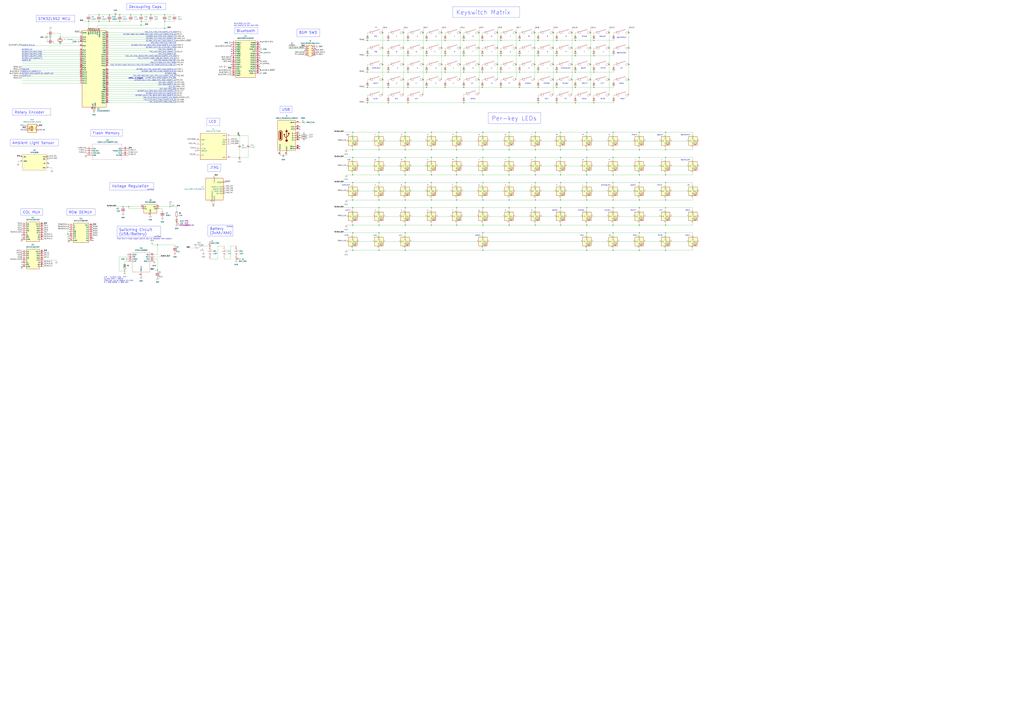
<source format=kicad_sch>
(kicad_sch (version 20230121) (generator eeschema)
  (paper "A0")
  (junction (at 577.85 74.93))
  (junction (at 711.835 261.62))
  (junction (at 591.185 203.2))
  (junction (at 440.055 182.88))
  (junction (at 772.795 182.88))
  (junction (at 102.87 33.02))
  (junction (at 642.62 92.71))
  (junction (at 163.83 29.21))
  (junction (at 650.875 182.88))
  (junction (at 470.535 290.83))
  (junction (at 139.065 24.765))
  (junction (at 621.665 261.62))
  (junction (at 681.355 290.83))
  (junction (at 25.4 278.13))
  (junction (at 646.43 64.77))
  (junction (at 711.835 182.88))
  (junction (at 278.13 157.48))
  (junction (at 685.8 55.88))
  (junction (at 681.355 241.3))
  (junction (at 681.355 232.41))
  (junction (at 495.3 83.82))
  (junction (at 624.84 101.6))
  (junction (at 560.07 46.99))
  (junction (at 409.575 241.3))
  (junction (at 711.835 203.2))
  (junction (at 114.935 17.145))
  (junction (at 328.93 180.34))
  (junction (at 711.835 173.99))
  (junction (at 409.575 261.62))
  (junction (at 560.07 83.82))
  (junction (at 139.065 17.145))
  (junction (at 347.98 160.02))
  (junction (at 621.665 241.3))
  (junction (at 191.135 17.145))
  (junction (at 538.48 83.82))
  (junction (at 772.795 153.67))
  (junction (at 473.71 83.82))
  (junction (at 591.185 261.62))
  (junction (at 689.61 119.38))
  (junction (at 742.315 261.62))
  (junction (at 711.835 241.3))
  (junction (at 409.575 173.99))
  (junction (at 681.355 270.51))
  (junction (at 560.705 241.3))
  (junction (at 577.85 38.1))
  (junction (at 621.665 203.2))
  (junction (at 470.535 212.09))
  (junction (at 516.89 64.77))
  (junction (at 426.72 83.82))
  (junction (at 191.135 33.02))
  (junction (at 80.01 279.4))
  (junction (at 175.26 17.145))
  (junction (at 473.71 119.38))
  (junction (at 450.85 64.77))
  (junction (at 581.66 101.6))
  (junction (at 530.225 232.41))
  (junction (at 491.49 38.1))
  (junction (at 560.705 212.09))
  (junction (at 650.875 153.67))
  (junction (at 681.355 212.09))
  (junction (at 560.705 182.88))
  (junction (at 707.39 74.93))
  (junction (at 664.21 92.71))
  (junction (at 501.015 212.09))
  (junction (at 470.535 182.88))
  (junction (at 538.48 46.99))
  (junction (at 513.08 74.93))
  (junction (at 591.185 212.09))
  (junction (at 450.85 46.99))
  (junction (at 711.835 290.83))
  (junction (at 599.44 74.93))
  (junction (at 114.935 24.765))
  (junction (at 491.49 92.71))
  (junction (at 538.48 101.6))
  (junction (at 685.8 38.1))
  (junction (at 681.355 153.67))
  (junction (at 603.25 101.6))
  (junction (at 25.4 309.88))
  (junction (at 730.25 55.88))
  (junction (at 621.665 173.99))
  (junction (at 772.795 173.99))
  (junction (at 409.575 232.41))
  (junction (at 560.07 64.77))
  (junction (at 624.84 46.99))
  (junction (at 772.795 270.51))
  (junction (at 711.835 153.67))
  (junction (at 603.25 64.77))
  (junction (at 501.015 261.62))
  (junction (at 711.835 212.09))
  (junction (at 440.055 290.83))
  (junction (at 501.015 153.67))
  (junction (at 742.315 173.99))
  (junction (at 599.44 55.88))
  (junction (at 742.315 153.67))
  (junction (at 491.49 55.88))
  (junction (at 664.21 55.88))
  (junction (at 144.78 314.96))
  (junction (at 689.61 101.6))
  (junction (at 560.705 270.51))
  (junction (at 621.665 182.88))
  (junction (at 730.25 74.93))
  (junction (at 468.63 38.1))
  (junction (at 711.835 232.41))
  (junction (at 560.705 261.62))
  (junction (at 530.225 241.3))
  (junction (at 621.03 38.1))
  (junction (at 409.575 182.88))
  (junction (at 182.88 284.48))
  (junction (at 440.055 270.51))
  (junction (at 444.5 74.93))
  (junction (at 534.67 74.93))
  (junction (at 581.66 83.82))
  (junction (at 69.85 50.8))
  (junction (at 127 24.765))
  (junction (at 591.185 232.41))
  (junction (at 426.72 101.6))
  (junction (at 772.795 261.62))
  (junction (at 624.84 64.77))
  (junction (at 556.26 92.71))
  (junction (at 444.5 55.88))
  (junction (at 685.8 92.71))
  (junction (at 556.26 74.93))
  (junction (at 646.43 46.99))
  (junction (at 501.015 241.3))
  (junction (at 685.8 74.93))
  (junction (at 470.535 153.67))
  (junction (at 668.02 46.99))
  (junction (at 577.85 55.88))
  (junction (at 450.85 83.82))
  (junction (at 530.225 212.09))
  (junction (at 530.225 153.67))
  (junction (at 473.71 101.6))
  (junction (at 650.875 261.62))
  (junction (at 516.89 101.6))
  (junction (at 556.26 55.88))
  (junction (at 642.62 55.88))
  (junction (at 689.61 64.77))
  (junction (at 409.575 212.09))
  (junction (at 440.055 232.41))
  (junction (at 591.185 241.3))
  (junction (at 642.62 74.93))
  (junction (at 538.48 64.77))
  (junction (at 426.72 119.38))
  (junction (at 603.25 83.82))
  (junction (at 197.485 240.03))
  (junction (at 591.185 173.99))
  (junction (at 440.055 203.2))
  (junction (at 149.225 240.03))
  (junction (at 534.67 38.1))
  (junction (at 621.03 55.88))
  (junction (at 650.875 212.09))
  (junction (at 742.315 232.41))
  (junction (at 621.665 153.67))
  (junction (at 742.315 241.3))
  (junction (at 668.02 119.38))
  (junction (at 440.055 261.62))
  (junction (at 603.25 46.99))
  (junction (at 151.765 17.145))
  (junction (at 621.665 232.41))
  (junction (at 409.575 270.51))
  (junction (at 278.13 182.88))
  (junction (at 470.535 203.2))
  (junction (at 646.43 83.82))
  (junction (at 668.02 83.82))
  (junction (at 621.665 212.09))
  (junction (at 164.465 240.03))
  (junction (at 642.62 38.1))
  (junction (at 742.315 290.83))
  (junction (at 581.66 46.99))
  (junction (at 127 17.145))
  (junction (at 495.3 64.77))
  (junction (at 689.61 46.99))
  (junction (at 274.32 300.99))
  (junction (at 591.185 153.67))
  (junction (at 707.39 55.88))
  (junction (at 440.055 173.99))
  (junction (at 440.055 241.3))
  (junction (at 650.875 241.3))
  (junction (at 501.015 232.41))
  (junction (at 772.795 232.41))
  (junction (at 560.705 173.99))
  (junction (at 742.315 203.2))
  (junction (at 668.02 64.77))
  (junction (at 516.89 46.99))
  (junction (at 470.535 232.41))
  (junction (at 599.44 38.1))
  (junction (at 516.89 83.82))
  (junction (at 772.795 212.09))
  (junction (at 468.63 74.93))
  (junction (at 534.67 55.88))
  (junction (at 681.355 203.2))
  (junction (at 107.95 33.02))
  (junction (at 664.21 38.1))
  (junction (at 742.315 270.51))
  (junction (at 191.135 24.765))
  (junction (at 772.795 241.3))
  (junction (at 646.43 119.38))
  (junction (at 495.3 101.6))
  (junction (at 707.39 92.71))
  (junction (at 530.225 261.62))
  (junction (at 530.225 173.99))
  (junction (at 247.65 237.49))
  (junction (at 501.015 182.88))
  (junction (at 426.72 64.77))
  (junction (at 650.875 203.2))
  (junction (at 409.575 203.2))
  (junction (at 470.535 270.51))
  (junction (at 689.61 83.82))
  (junction (at 440.055 153.67))
  (junction (at 501.015 173.99))
  (junction (at 530.225 182.88))
  (junction (at 470.535 173.99))
  (junction (at 513.08 55.88))
  (junction (at 742.315 182.88))
  (junction (at 650.875 232.41))
  (junction (at 409.575 153.67))
  (junction (at 468.63 55.88))
  (junction (at 78.74 271.78))
  (junction (at 556.26 38.1))
  (junction (at 560.705 203.2))
  (junction (at 730.25 92.71))
  (junction (at 163.83 24.765))
  (junction (at 473.71 64.77))
  (junction (at 163.83 17.145))
  (junction (at 560.705 232.41))
  (junction (at 664.21 74.93))
  (junction (at 681.355 261.62))
  (junction (at 142.875 240.03))
  (junction (at 560.705 290.83))
  (junction (at 470.535 241.3))
  (junction (at 624.84 119.38))
  (junction (at 742.315 212.09))
  (junction (at 468.63 92.71))
  (junction (at 109.22 128.27))
  (junction (at 351.79 142.24))
  (junction (at 591.185 182.88))
  (junction (at 105.41 33.02))
  (junction (at 530.225 203.2))
  (junction (at 513.08 38.1))
  (junction (at 243.84 285.75))
  (junction (at 581.66 64.77))
  (junction (at 501.015 203.2))
  (junction (at 54.61 43.18))
  (junction (at 668.02 101.6))
  (junction (at 560.07 101.6))
  (junction (at 707.39 38.1))
  (junction (at 730.25 38.1))
  (junction (at 646.43 101.6))
  (junction (at 133.985 17.145))
  (junction (at 450.85 119.38))
  (junction (at 426.72 46.99))
  (junction (at 444.5 38.1))
  (junction (at 102.87 24.765))
  (junction (at 444.5 92.71))
  (junction (at 495.3 46.99))
  (junction (at 621.03 74.93))
  (junction (at 440.055 212.09))
  (junction (at 538.48 119.38))
  (junction (at 650.875 173.99))
  (junction (at 491.49 74.93))
  (junction (at 69.85 43.18))
  (junction (at 409.575 290.83))
  (junction (at 772.795 290.83))
  (junction (at 711.835 270.51))
  (junction (at 560.705 153.67))
  (junction (at 473.71 46.99))
  (junction (at 470.535 261.62))
  (junction (at 681.355 182.88))
  (junction (at 624.84 83.82))
  (junction (at 347.98 157.48))
  (junction (at 681.355 173.99))
  (junction (at 450.85 101.6))
  (junction (at 772.795 203.2))
  (junction (at 182.88 313.69))
  (no_connect (at 80.01 274.32))
  (no_connect (at 268.605 74.93))
  (no_connect (at 268.605 59.69))
  (no_connect (at 301.625 77.47))
  (no_connect (at 107.95 279.4))
  (no_connect (at 268.605 52.07))
  (no_connect (at 268.605 62.23))
  (no_connect (at 268.605 64.77))
  (no_connect (at 347.98 149.86))
  (no_connect (at 204.47 86.36))
  (no_connect (at 347.98 172.72))
  (no_connect (at 268.605 57.15))
  (no_connect (at 366.395 56.515))
  (no_connect (at 56.515 189.865))
  (no_connect (at 353.695 59.055))
  (no_connect (at 80.01 276.86))
  (no_connect (at 347.98 170.18))
  (no_connect (at 301.625 52.07))
  (no_connect (at 301.625 54.61))
  (no_connect (at 25.4 273.05))
  (no_connect (at 301.625 69.85))
  (no_connect (at 347.98 147.32))
  (no_connect (at 25.4 304.8))
  (no_connect (at 227.33 175.26))
  (no_connect (at 301.625 80.01))
  (no_connect (at 301.625 64.77))
  (no_connect (at 148.59 295.91))
  (no_connect (at 107.95 276.86))
  (no_connect (at 301.625 67.31))
  (wire (pts (xy 491.49 74.93) (xy 491.49 92.71)))
  (wire (pts (xy 772.795 173.99) (xy 772.795 171.45)))
  (wire (pts (xy 516.89 46.99) (xy 538.48 46.99)))
  (wire (pts (xy 591.185 212.09) (xy 621.665 212.09)))
  (wire (pts (xy 401.955 290.83) (xy 409.575 290.83)))
  (wire (pts (xy 102.87 24.765) (xy 114.935 24.765)))
  (wire (pts (xy 581.66 83.82) (xy 603.25 83.82)))
  (wire (pts (xy 556.26 74.93) (xy 556.26 92.71)))
  (wire (pts (xy 530.225 182.88) (xy 560.705 182.88)))
  (wire (pts (xy 537.845 251.46) (xy 553.085 251.46)))
  (wire (pts (xy 568.325 193.04) (xy 583.565 193.04)))
  (wire (pts (xy 591.185 182.88) (xy 591.185 185.42)))
  (wire (pts (xy 650.875 153.67) (xy 681.355 153.67)))
  (wire (pts (xy 450.85 38.1) (xy 453.39 38.1)))
  (wire (pts (xy 115.57 33.02) (xy 191.135 33.02)))
  (wire (pts (xy 205.105 245.11) (xy 205.105 240.03)))
  (wire (pts (xy 742.315 259.08) (xy 742.315 261.62)))
  (wire (pts (xy 560.705 232.41) (xy 591.185 232.41)))
  (wire (pts (xy 325.12 180.34) (xy 328.93 180.34)))
  (wire (pts (xy 450.85 64.77) (xy 473.71 64.77)))
  (wire (pts (xy 646.43 76.2) (xy 646.43 74.93)))
  (wire (pts (xy 650.875 259.08) (xy 650.875 261.62)))
  (wire (pts (xy 495.3 101.6) (xy 516.89 101.6)))
  (wire (pts (xy 530.225 182.88) (xy 530.225 185.42)))
  (wire (pts (xy 25.4 81.28) (xy 92.71 81.28)))
  (wire (pts (xy 534.67 74.93) (xy 534.67 92.71)))
  (wire (pts (xy 730.25 92.71) (xy 730.25 110.49)))
  (wire (pts (xy 742.315 171.45) (xy 742.315 173.99)))
  (wire (pts (xy 25.4 71.12) (xy 92.71 71.12)))
  (wire (pts (xy 478.155 193.04) (xy 493.395 193.04)))
  (wire (pts (xy 495.3 46.99) (xy 516.89 46.99)))
  (wire (pts (xy 624.84 46.99) (xy 646.43 46.99)))
  (wire (pts (xy 591.185 212.09) (xy 591.185 214.63)))
  (wire (pts (xy 668.02 55.88) (xy 670.56 55.88)))
  (wire (pts (xy 450.85 76.2) (xy 450.85 74.93)))
  (wire (pts (xy 772.795 270.51) (xy 772.795 273.05)))
  (wire (pts (xy 711.835 153.67) (xy 711.835 156.21)))
  (wire (pts (xy 560.705 171.45) (xy 560.705 173.99)))
  (wire (pts (xy 78.74 279.4) (xy 80.01 279.4)))
  (wire (pts (xy 105.41 33.02) (xy 107.95 33.02)))
  (wire (pts (xy 603.25 101.6) (xy 624.84 101.6)))
  (wire (pts (xy 133.985 17.145) (xy 139.065 17.145)))
  (wire (pts (xy 107.95 127) (xy 107.95 128.27)))
  (wire (pts (xy 422.91 64.77) (xy 426.72 64.77)))
  (wire (pts (xy 780.415 222.25) (xy 796.925 222.25)))
  (wire (pts (xy 719.455 193.04) (xy 734.695 193.04)))
  (wire (pts (xy 149.225 240.03) (xy 164.465 240.03)))
  (wire (pts (xy 184.785 240.03) (xy 197.485 240.03)))
  (wire (pts (xy 707.39 74.93) (xy 707.39 92.71)))
  (wire (pts (xy 577.85 74.93) (xy 577.85 92.71)))
  (wire (pts (xy 707.39 92.71) (xy 707.39 110.49)))
  (wire (pts (xy 772.795 173.99) (xy 804.545 173.99)))
  (wire (pts (xy 508.635 222.25) (xy 522.605 222.25)))
  (wire (pts (xy 495.3 39.37) (xy 495.3 38.1)))
  (wire (pts (xy 668.02 111.76) (xy 668.02 110.49)))
  (wire (pts (xy 530.225 212.09) (xy 560.705 212.09)))
  (wire (pts (xy 110.49 127) (xy 110.49 128.27)))
  (wire (pts (xy 591.185 241.3) (xy 591.185 243.84)))
  (wire (pts (xy 646.43 101.6) (xy 668.02 101.6)))
  (wire (pts (xy 125.73 68.58) (xy 204.47 68.58)))
  (wire (pts (xy 537.845 193.04) (xy 553.085 193.04)))
  (wire (pts (xy 603.25 38.1) (xy 603.25 39.37)))
  (wire (pts (xy 409.575 173.99) (xy 440.055 173.99)))
  (wire (pts (xy 179.07 313.69) (xy 182.88 313.69)))
  (wire (pts (xy 685.8 74.93) (xy 685.8 92.71)))
  (wire (pts (xy 560.705 270.51) (xy 560.705 273.05)))
  (wire (pts (xy 650.875 153.67) (xy 650.875 156.21)))
  (wire (pts (xy 252.73 300.99) (xy 243.84 300.99)))
  (wire (pts (xy 450.85 111.76) (xy 450.85 110.49)))
  (wire (pts (xy 681.355 288.29) (xy 681.355 290.83)))
  (wire (pts (xy 191.135 24.765) (xy 202.565 24.765)))
  (wire (pts (xy 163.83 24.765) (xy 163.83 29.21)))
  (wire (pts (xy 478.155 163.83) (xy 493.395 163.83)))
  (wire (pts (xy 470.535 182.88) (xy 470.535 185.42)))
  (wire (pts (xy 712.47 111.76) (xy 712.47 110.49)))
  (wire (pts (xy 125.73 88.9) (xy 204.47 88.9)))
  (wire (pts (xy 560.07 83.82) (xy 581.66 83.82)))
  (wire (pts (xy 668.02 38.1) (xy 670.56 38.1)))
  (wire (pts (xy 125.73 48.26) (xy 204.47 48.26)))
  (wire (pts (xy 772.795 182.88) (xy 804.545 182.88)))
  (wire (pts (xy 681.355 203.2) (xy 711.835 203.2)))
  (wire (pts (xy 179.07 298.45) (xy 186.69 298.45)))
  (wire (pts (xy 125.73 73.66) (xy 204.47 73.66)))
  (wire (pts (xy 689.61 83.82) (xy 712.47 83.82)))
  (wire (pts (xy 711.835 212.09) (xy 711.835 214.63)))
  (wire (pts (xy 473.71 64.77) (xy 495.3 64.77)))
  (wire (pts (xy 537.845 222.25) (xy 553.085 222.25)))
  (wire (pts (xy 113.03 29.21) (xy 113.03 33.02)))
  (wire (pts (xy 182.88 300.99) (xy 179.07 300.99)))
  (wire (pts (xy 681.355 261.62) (xy 711.835 261.62)))
  (wire (pts (xy 668.02 46.99) (xy 689.61 46.99)))
  (wire (pts (xy 646.43 74.93) (xy 648.97 74.93)))
  (wire (pts (xy 409.575 288.29) (xy 409.575 290.83)))
  (wire (pts (xy 69.85 43.18) (xy 92.71 43.18)))
  (wire (pts (xy 473.71 101.6) (xy 495.3 101.6)))
  (wire (pts (xy 127 17.145) (xy 133.985 17.145)))
  (wire (pts (xy 220.98 288.29) (xy 226.06 288.29)))
  (wire (pts (xy 530.225 203.2) (xy 560.705 203.2)))
  (wire (pts (xy 581.66 93.98) (xy 581.66 92.71)))
  (wire (pts (xy 685.8 33.02) (xy 685.8 38.1)))
  (wire (pts (xy 742.315 229.87) (xy 742.315 232.41)))
  (wire (pts (xy 144.78 316.23) (xy 144.78 314.96)))
  (wire (pts (xy 772.795 241.3) (xy 804.545 241.3)))
  (wire (pts (xy 426.72 55.88) (xy 429.26 55.88)))
  (wire (pts (xy 440.055 241.3) (xy 470.535 241.3)))
  (wire (pts (xy 560.07 46.99) (xy 581.66 46.99)))
  (wire (pts (xy 577.85 38.1) (xy 577.85 55.88)))
  (wire (pts (xy 125.73 104.14) (xy 204.47 104.14)))
  (wire (pts (xy 581.66 64.77) (xy 603.25 64.77)))
  (wire (pts (xy 440.055 182.88) (xy 470.535 182.88)))
  (wire (pts (xy 450.85 93.98) (xy 450.85 92.71)))
  (wire (pts (xy 711.835 288.29) (xy 711.835 290.83)))
  (wire (pts (xy 603.25 76.2) (xy 603.25 74.93)))
  (wire (pts (xy 537.845 163.83) (xy 553.085 163.83)))
  (wire (pts (xy 530.225 212.09) (xy 530.225 214.63)))
  (wire (pts (xy 650.875 212.09) (xy 650.875 214.63)))
  (wire (pts (xy 513.08 38.1) (xy 513.08 55.88)))
  (wire (pts (xy 591.185 232.41) (xy 621.665 232.41)))
  (wire (pts (xy 749.935 280.67) (xy 765.175 280.67)))
  (wire (pts (xy 646.43 46.99) (xy 668.02 46.99)))
  (wire (pts (xy 560.07 92.71) (xy 562.61 92.71)))
  (wire (pts (xy 621.665 241.3) (xy 650.875 241.3)))
  (wire (pts (xy 516.89 74.93) (xy 519.43 74.93)))
  (wire (pts (xy 422.91 83.82) (xy 426.72 83.82)))
  (wire (pts (xy 409.575 241.3) (xy 440.055 241.3)))
  (wire (pts (xy 598.805 163.83) (xy 614.045 163.83)))
  (wire (pts (xy 125.73 50.8) (xy 204.47 50.8)))
  (wire (pts (xy 468.63 92.71) (xy 468.63 110.49)))
  (wire (pts (xy 426.72 74.93) (xy 429.26 74.93)))
  (wire (pts (xy 409.575 182.88) (xy 440.055 182.88)))
  (wire (pts (xy 689.61 74.93) (xy 692.15 74.93)))
  (wire (pts (xy 25.4 86.36) (xy 92.71 86.36)))
  (wire (pts (xy 288.29 167.64) (xy 288.29 157.48)))
  (wire (pts (xy 409.575 273.05) (xy 409.575 270.51)))
  (wire (pts (xy 440.055 232.41) (xy 470.535 232.41)))
  (wire (pts (xy 772.795 261.62) (xy 772.795 259.08)))
  (wire (pts (xy 538.48 83.82) (xy 560.07 83.82)))
  (wire (pts (xy 205.105 240.03) (xy 197.485 240.03)))
  (wire (pts (xy 689.61 111.76) (xy 689.61 110.49)))
  (wire (pts (xy 560.705 203.2) (xy 591.185 203.2)))
  (wire (pts (xy 444.5 33.02) (xy 444.5 38.1)))
  (wire (pts (xy 711.835 270.51) (xy 742.315 270.51)))
  (wire (pts (xy 175.26 17.145) (xy 191.135 17.145)))
  (wire (pts (xy 182.88 295.91) (xy 182.88 284.48)))
  (wire (pts (xy 772.795 203.2) (xy 804.545 203.2)))
  (wire (pts (xy 426.72 64.77) (xy 450.85 64.77)))
  (wire (pts (xy 56.515 194.945) (xy 60.325 194.945)))
  (wire (pts (xy 409.575 200.66) (xy 409.575 203.2)))
  (wire (pts (xy 689.61 93.98) (xy 689.61 92.71)))
  (wire (pts (xy 621.665 232.41) (xy 650.875 232.41)))
  (wire (pts (xy 664.21 74.93) (xy 664.21 92.71)))
  (wire (pts (xy 624.84 101.6) (xy 646.43 101.6)))
  (wire (pts (xy 149.225 242.57) (xy 149.225 240.03)))
  (wire (pts (xy 681.355 182.88) (xy 711.835 182.88)))
  (wire (pts (xy 163.83 24.765) (xy 175.26 24.765)))
  (wire (pts (xy 25.4 275.59) (xy 25.4 278.13)))
  (wire (pts (xy 236.22 293.37) (xy 236.22 290.83)))
  (wire (pts (xy 603.25 57.15) (xy 603.25 55.88)))
  (wire (pts (xy 260.35 285.75) (xy 252.73 285.75)))
  (wire (pts (xy 712.47 93.98) (xy 712.47 92.71)))
  (wire (pts (xy 711.835 241.3) (xy 711.835 243.84)))
  (wire (pts (xy 501.015 153.67) (xy 530.225 153.67)))
  (wire (pts (xy 629.285 251.46) (xy 643.255 251.46)))
  (wire (pts (xy 401.955 261.62) (xy 409.575 261.62)))
  (wire (pts (xy 288.29 157.48) (xy 278.13 157.48)))
  (wire (pts (xy 114.935 24.765) (xy 127 24.765)))
  (wire (pts (xy 591.185 200.66) (xy 591.185 203.2)))
  (wire (pts (xy 560.07 74.93) (xy 562.61 74.93)))
  (wire (pts (xy 560.705 241.3) (xy 560.705 243.84)))
  (wire (pts (xy 749.935 251.46) (xy 765.175 251.46)))
  (wire (pts (xy 501.015 203.2) (xy 530.225 203.2)))
  (wire (pts (xy 621.03 33.02) (xy 621.03 38.1)))
  (wire (pts (xy 621.03 55.88) (xy 621.03 74.93)))
  (wire (pts (xy 184.785 242.57) (xy 188.595 242.57)))
  (wire (pts (xy 335.28 52.705) (xy 335.28 56.515)))
  (wire (pts (xy 556.26 38.1) (xy 556.26 55.88)))
  (wire (pts (xy 642.62 38.1) (xy 642.62 55.88)))
  (wire (pts (xy 447.675 280.67) (xy 462.915 280.67)))
  (wire (pts (xy 513.08 74.93) (xy 513.08 92.71)))
  (wire (pts (xy 605.79 38.1) (xy 603.25 38.1)))
  (wire (pts (xy 629.285 222.25) (xy 643.255 222.25)))
  (wire (pts (xy 444.5 92.71) (xy 444.5 110.49)))
  (wire (pts (xy 468.63 38.1) (xy 468.63 55.88)))
  (wire (pts (xy 501.015 212.09) (xy 530.225 212.09)))
  (wire (pts (xy 468.63 55.88) (xy 468.63 74.93)))
  (wire (pts (xy 426.72 101.6) (xy 450.85 101.6)))
  (wire (pts (xy 688.975 280.67) (xy 704.215 280.67)))
  (wire (pts (xy 25.4 73.66) (xy 92.71 73.66)))
  (wire (pts (xy 538.48 119.38) (xy 624.84 119.38)))
  (wire (pts (xy 102.87 24.765) (xy 102.87 33.02)))
  (wire (pts (xy 516.89 83.82) (xy 538.48 83.82)))
  (wire (pts (xy 681.355 173.99) (xy 711.835 173.99)))
  (wire (pts (xy 780.415 193.04) (xy 796.925 193.04)))
  (wire (pts (xy 689.61 110.49) (xy 692.15 110.49)))
  (wire (pts (xy 688.975 251.46) (xy 704.215 251.46)))
  (wire (pts (xy 668.02 110.49) (xy 670.56 110.49)))
  (wire (pts (xy 598.805 251.46) (xy 614.045 251.46)))
  (wire (pts (xy 125.73 111.76) (xy 204.47 111.76)))
  (wire (pts (xy 426.72 111.76) (xy 426.72 110.49)))
  (wire (pts (xy 50.8 302.26) (xy 65.405 302.26)))
  (wire (pts (xy 54.61 43.18) (xy 54.61 48.26)))
  (wire (pts (xy 650.875 261.62) (xy 681.355 261.62)))
  (wire (pts (xy 560.705 173.99) (xy 591.185 173.99)))
  (wire (pts (xy 603.25 83.82) (xy 624.84 83.82)))
  (wire (pts (xy 624.84 76.2) (xy 624.84 74.93)))
  (wire (pts (xy 711.835 259.08) (xy 711.835 261.62)))
  (wire (pts (xy 102.87 33.02) (xy 105.41 33.02)))
  (wire (pts (xy 25.4 307.34) (xy 25.4 309.88)))
  (wire (pts (xy 444.5 38.1) (xy 444.5 55.88)))
  (wire (pts (xy 650.875 241.3) (xy 681.355 241.3)))
  (wire (pts (xy 102.87 17.145) (xy 114.935 17.145)))
  (wire (pts (xy 712.47 38.1) (xy 715.01 38.1)))
  (wire (pts (xy 440.055 182.88) (xy 440.055 185.42)))
  (wire (pts (xy 711.835 212.09) (xy 742.315 212.09)))
  (wire (pts (xy 530.225 241.3) (xy 530.225 243.84)))
  (wire (pts (xy 501.015 261.62) (xy 530.225 261.62)))
  (wire (pts (xy 730.25 38.1) (xy 730.25 55.88)))
  (wire (pts (xy 742.315 241.3) (xy 772.795 241.3)))
  (wire (pts (xy 772.795 261.62) (xy 804.545 261.62)))
  (wire (pts (xy 772.795 241.3) (xy 772.795 243.84)))
  (wire (pts (xy 534.67 33.02) (xy 534.67 38.1)))
  (wire (pts (xy 447.675 193.04) (xy 462.915 193.04)))
  (wire (pts (xy 603.25 64.77) (xy 624.84 64.77)))
  (wire (pts (xy 681.355 182.88) (xy 681.355 185.42)))
  (wire (pts (xy 689.61 92.71) (xy 692.15 92.71)))
  (wire (pts (xy 347.98 157.48) (xy 349.25 157.48)))
  (wire (pts (xy 538.48 57.15) (xy 538.48 55.88)))
  (wire (pts (xy 20.955 187.325) (xy 23.495 187.325)))
  (wire (pts (xy 742.315 182.88) (xy 742.315 185.42)))
  (wire (pts (xy 621.665 153.67) (xy 621.665 156.21)))
  (wire (pts (xy 560.705 153.67) (xy 560.705 156.21)))
  (wire (pts (xy 163.83 29.21) (xy 168.275 29.21)))
  (wire (pts (xy 470.535 203.2) (xy 501.015 203.2)))
  (wire (pts (xy 681.355 153.67) (xy 681.355 156.21)))
  (wire (pts (xy 495.3 76.2) (xy 495.3 74.93)))
  (wire (pts (xy 581.66 57.15) (xy 581.66 55.88)))
  (wire (pts (xy 440.055 173.99) (xy 470.535 173.99)))
  (wire (pts (xy 401.955 232.41) (xy 409.575 232.41)))
  (wire (pts (xy 495.3 64.77) (xy 516.89 64.77)))
  (wire (pts (xy 25.4 93.98) (xy 92.71 93.98)))
  (wire (pts (xy 470.535 232.41) (xy 501.015 232.41)))
  (wire (pts (xy 516.89 38.1) (xy 519.43 38.1)))
  (wire (pts (xy 598.805 222.25) (xy 614.045 222.25)))
  (wire (pts (xy 712.47 57.15) (xy 712.47 55.88)))
  (wire (pts (xy 591.185 229.87) (xy 591.185 232.41)))
  (wire (pts (xy 711.835 232.41) (xy 742.315 232.41)))
  (wire (pts (xy 236.22 285.75) (xy 243.84 285.75)))
  (wire (pts (xy 78.74 269.24) (xy 80.01 269.24)))
  (wire (pts (xy 646.43 55.88) (xy 648.97 55.88)))
  (wire (pts (xy 668.02 93.98) (xy 668.02 92.71)))
  (wire (pts (xy 749.935 163.83) (xy 765.175 163.83)))
  (wire (pts (xy 176.53 284.48) (xy 182.88 284.48)))
  (wire (pts (xy 650.875 203.2) (xy 681.355 203.2)))
  (wire (pts (xy 248.92 234.95) (xy 248.92 237.49)))
  (wire (pts (xy 730.25 55.88) (xy 730.25 74.93)))
  (wire (pts (xy 804.545 203.2) (xy 804.545 200.66)))
  (wire (pts (xy 581.66 101.6) (xy 603.25 101.6)))
  (wire (pts (xy 581.66 39.37) (xy 581.66 38.1)))
  (wire (pts (xy 658.495 251.46) (xy 673.735 251.46)))
  (wire (pts (xy 560.705 153.67) (xy 591.185 153.67)))
  (wire (pts (xy 668.02 76.2) (xy 668.02 74.93)))
  (wire (pts (xy 742.315 200.66) (xy 742.315 203.2)))
  (wire (pts (xy 409.575 232.41) (xy 440.055 232.41)))
  (wire (pts (xy 646.43 83.82) (xy 668.02 83.82)))
  (wire (pts (xy 804.545 241.3) (xy 804.545 243.84)))
  (wire (pts (xy 621.665 171.45) (xy 621.665 173.99)))
  (wire (pts (xy 681.355 212.09) (xy 681.355 214.63)))
  (wire (pts (xy 780.415 163.83) (xy 796.925 163.83)))
  (wire (pts (xy 501.015 212.09) (xy 501.015 214.63)))
  (wire (pts (xy 426.72 92.71) (xy 429.26 92.71)))
  (wire (pts (xy 711.835 200.66) (xy 711.835 203.2)))
  (wire (pts (xy 742.315 182.88) (xy 772.795 182.88)))
  (wire (pts (xy 473.71 111.76) (xy 473.71 110.49)))
  (wire (pts (xy 624.84 57.15) (xy 624.84 55.88)))
  (wire (pts (xy 538.48 38.1) (xy 541.02 38.1)))
  (wire (pts (xy 125.73 119.38) (xy 204.47 119.38)))
  (wire (pts (xy 650.875 171.45) (xy 650.875 173.99)))
  (wire (pts (xy 664.21 55.88) (xy 664.21 74.93)))
  (wire (pts (xy 650.875 232.41) (xy 681.355 232.41)))
  (wire (pts (xy 110.49 128.27) (xy 109.22 128.27)))
  (wire (pts (xy 65.405 302.26) (xy 65.405 303.53)))
  (wire (pts (xy 409.575 153.67) (xy 440.055 153.67)))
  (wire (pts (xy 772.795 232.41) (xy 772.795 229.87)))
  (wire (pts (xy 534.67 38.1) (xy 534.67 55.88)))
  (wire (pts (xy 581.66 92.71) (xy 584.2 92.71)))
  (wire (pts (xy 742.315 212.09) (xy 742.315 214.63)))
  (wire (pts (xy 335.28 56.515) (xy 353.695 56.515)))
  (wire (pts (xy 440.055 212.09) (xy 470.535 212.09)))
  (wire (pts (xy 450.85 55.88) (xy 453.39 55.88)))
  (wire (pts (xy 468.63 74.93) (xy 468.63 92.71)))
  (wire (pts (xy 560.07 57.15) (xy 560.07 55.88)))
  (wire (pts (xy 711.835 171.45) (xy 711.835 173.99)))
  (wire (pts (xy 668.02 64.77) (xy 689.61 64.77)))
  (wire (pts (xy 409.575 229.87) (xy 409.575 232.41)))
  (wire (pts (xy 742.315 290.83) (xy 772.795 290.83)))
  (wire (pts (xy 538.48 55.88) (xy 541.02 55.88)))
  (wire (pts (xy 646.43 119.38) (xy 668.02 119.38)))
  (wire (pts (xy 568.325 163.83) (xy 583.565 163.83)))
  (wire (pts (xy 681.355 259.08) (xy 681.355 261.62)))
  (wire (pts (xy 125.73 99.06) (xy 204.47 99.06)))
  (wire (pts (xy 440.055 229.87) (xy 440.055 232.41)))
  (wire (pts (xy 560.705 288.29) (xy 560.705 290.83)))
  (wire (pts (xy 78.74 271.78) (xy 78.74 279.4)))
  (wire (pts (xy 598.805 193.04) (xy 614.045 193.04)))
  (wire (pts (xy 646.43 38.1) (xy 648.97 38.1)))
  (wire (pts (xy 591.185 261.62) (xy 621.665 261.62)))
  (wire (pts (xy 444.5 74.93) (xy 444.5 92.71)))
  (wire (pts (xy 25.4 76.2) (xy 92.71 76.2)))
  (wire (pts (xy 347.98 160.02) (xy 349.25 160.02)))
  (wire (pts (xy 450.85 101.6) (xy 473.71 101.6)))
  (wire (pts (xy 470.535 290.83) (xy 560.705 290.83)))
  (wire (pts (xy 560.705 290.83) (xy 681.355 290.83)))
  (wire (pts (xy 107.95 33.02) (xy 110.49 33.02)))
  (wire (pts (xy 772.795 203.2) (xy 772.795 200.66)))
  (wire (pts (xy 125.73 116.84) (xy 204.47 116.84)))
  (wire (pts (xy 530.225 153.67) (xy 560.705 153.67)))
  (wire (pts (xy 491.49 92.71) (xy 491.49 110.49)))
  (wire (pts (xy 560.705 212.09) (xy 591.185 212.09)))
  (wire (pts (xy 599.44 38.1) (xy 599.44 55.88)))
  (wire (pts (xy 689.61 38.1) (xy 692.15 38.1)))
  (wire (pts (xy 711.835 270.51) (xy 711.835 273.05)))
  (wire (pts (xy 772.795 182.88) (xy 772.795 185.42)))
  (wire (pts (xy 495.3 93.98) (xy 495.3 92.71)))
  (wire (pts (xy 274.32 285.75) (xy 267.97 285.75)))
  (wire (pts (xy 25.4 60.96) (xy 92.71 60.96)))
  (wire (pts (xy 246.38 237.49) (xy 247.65 237.49)))
  (wire (pts (xy 473.71 119.38) (xy 538.48 119.38)))
  (wire (pts (xy 495.3 83.82) (xy 516.89 83.82)))
  (wire (pts (xy 591.185 153.67) (xy 621.665 153.67)))
  (wire (pts (xy 409.575 171.45) (xy 409.575 173.99)))
  (wire (pts (xy 353.695 53.975) (xy 342.9 53.975)))
  (wire (pts (xy 642.62 74.93) (xy 642.62 92.71)))
  (wire (pts (xy 560.07 38.1) (xy 562.61 38.1)))
  (wire (pts (xy 356.87 160.02) (xy 359.41 160.02)))
  (wire (pts (xy 804.545 270.51) (xy 804.545 273.05)))
  (wire (pts (xy 591.185 153.67) (xy 591.185 156.21)))
  (wire (pts (xy 681.355 270.51) (xy 711.835 270.51)))
  (wire (pts (xy 516.89 55.88) (xy 519.43 55.88)))
  (wire (pts (xy 501.015 241.3) (xy 530.225 241.3)))
  (wire (pts (xy 804.545 153.67) (xy 804.545 156.21)))
  (wire (pts (xy 96.52 24.765) (xy 102.87 24.765)))
  (wire (pts (xy 681.355 241.3) (xy 711.835 241.3)))
  (wire (pts (xy 681.355 290.83) (xy 711.835 290.83)))
  (wire (pts (xy 804.545 290.83) (xy 804.545 288.29)))
  (wire (pts (xy 712.47 39.37) (xy 712.47 38.1)))
  (wire (pts (xy 252.73 285.75) (xy 252.73 300.99)))
  (wire (pts (xy 440.055 290.83) (xy 470.535 290.83)))
  (wire (pts (xy 417.195 280.67) (xy 432.435 280.67)))
  (wire (pts (xy 125.73 43.18) (xy 204.47 43.18)))
  (wire (pts (xy 125.73 63.5) (xy 204.47 63.5)))
  (wire (pts (xy 182.88 313.69) (xy 182.88 300.99)))
  (wire (pts (xy 689.61 76.2) (xy 689.61 74.93)))
  (wire (pts (xy 182.88 284.48) (xy 203.2 284.48)))
  (wire (pts (xy 711.835 290.83) (xy 742.315 290.83)))
  (wire (pts (xy 163.83 29.21) (xy 113.03 29.21)))
  (wire (pts (xy 125.73 91.44) (xy 204.47 91.44)))
  (wire (pts (xy 650.875 212.09) (xy 681.355 212.09)))
  (wire (pts (xy 650.875 200.66) (xy 650.875 203.2)))
  (wire (pts (xy 624.84 74.93) (xy 627.38 74.93)))
  (wire (pts (xy 25.4 53.34) (xy 92.71 53.34)))
  (wire (pts (xy 25.4 78.74) (xy 92.71 78.74)))
  (wire (pts (xy 719.455 251.46) (xy 734.695 251.46)))
  (wire (pts (xy 444.5 55.88) (xy 444.5 74.93)))
  (wire (pts (xy 473.71 93.98) (xy 473.71 92.71)))
  (wire (pts (xy 80.01 271.78) (xy 78.74 271.78)))
  (wire (pts (xy 278.13 157.48) (xy 278.13 167.64)))
  (wire (pts (xy 516.89 39.37) (xy 516.89 38.1)))
  (wire (pts (xy 203.2 284.48) (xy 203.2 285.75)))
  (wire (pts (xy 668.02 83.82) (xy 689.61 83.82)))
  (wire (pts (xy 516.89 57.15) (xy 516.89 55.88)))
  (wire (pts (xy 164.465 242.57) (xy 149.225 242.57)))
  (wire (pts (xy 495.3 74.93) (xy 497.84 74.93)))
  (wire (pts (xy 681.355 232.41) (xy 711.835 232.41)))
  (wire (pts (xy 399.415 270.51) (xy 409.575 270.51)))
  (wire (pts (xy 742.315 153.67) (xy 772.795 153.67)))
  (wire (pts (xy 658.495 193.04) (xy 673.735 193.04)))
  (wire (pts (xy 470.535 182.88) (xy 501.015 182.88)))
  (wire (pts (xy 25.4 63.5) (xy 92.71 63.5)))
  (wire (pts (xy 142.875 240.03) (xy 149.225 240.03)))
  (wire (pts (xy 422.91 46.99) (xy 426.72 46.99)))
  (wire (pts (xy 560.705 200.66) (xy 560.705 203.2)))
  (wire (pts (xy 603.25 92.71) (xy 605.79 92.71)))
  (wire (pts (xy 556.26 55.88) (xy 556.26 74.93)))
  (wire (pts (xy 125.73 101.6) (xy 204.47 101.6)))
  (wire (pts (xy 664.21 38.1) (xy 664.21 55.88)))
  (wire (pts (xy 125.73 55.88) (xy 204.47 55.88)))
  (wire (pts (xy 719.455 280.67) (xy 734.695 280.67)))
  (wire (pts (xy 191.135 17.145) (xy 202.565 17.145)))
  (wire (pts (xy 591.185 259.08) (xy 591.185 261.62)))
  (wire (pts (xy 599.44 33.02) (xy 599.44 38.1)))
  (wire (pts (xy 689.61 64.77) (xy 712.47 64.77)))
  (wire (pts (xy 401.955 203.2) (xy 409.575 203.2)))
  (wire (pts (xy 347.98 154.94) (xy 347.98 157.48)))
  (wire (pts (xy 274.32 302.26) (xy 274.32 300.99)))
  (wire (pts (xy 650.875 229.87) (xy 650.875 232.41)))
  (wire (pts (xy 25.4 91.44) (xy 92.71 91.44)))
  (wire (pts (xy 470.535 153.67) (xy 470.535 156.21)))
  (wire (pts (xy 689.61 46.99) (xy 712.47 46.99)))
  (wire (pts (xy 772.795 270.51) (xy 804.545 270.51)))
  (wire (pts (xy 599.44 74.93) (xy 599.44 92.71)))
  (wire (pts (xy 125.73 40.64) (xy 204.47 40.64)))
  (wire (pts (xy 125.73 114.3) (xy 204.47 114.3)))
  (wire (pts (xy 399.415 212.09) (xy 409.575 212.09)))
  (wire (pts (xy 144.78 314.96) (xy 144.78 313.69)))
  (wire (pts (xy 538.48 64.77) (xy 560.07 64.77)))
  (wire (pts (xy 470.535 212.09) (xy 501.015 212.09)))
  (wire (pts (xy 54.61 38.735) (xy 54.61 43.18)))
  (wire (pts (xy 603.25 74.93) (xy 605.79 74.93)))
  (wire (pts (xy 409.575 214.63) (xy 409.575 212.09)))
  (wire (pts (xy 516.89 64.77) (xy 538.48 64.77)))
  (wire (pts (xy 591.185 203.2) (xy 621.665 203.2)))
  (wire (pts (xy 668.02 119.38) (xy 689.61 119.38)))
  (wire (pts (xy 20.955 189.865) (xy 20.955 187.325)))
  (wire (pts (xy 772.795 153.67) (xy 804.545 153.67)))
  (wire (pts (xy 508.635 251.46) (xy 522.605 251.46)))
  (wire (pts (xy 473.71 38.1) (xy 476.25 38.1)))
  (wire (pts (xy 560.705 212.09) (xy 560.705 214.63)))
  (wire (pts (xy 25.4 66.04) (xy 92.71 66.04)))
  (wire (pts (xy 470.535 270.51) (xy 470.535 273.05)))
  (wire (pts (xy 568.325 251.46) (xy 583.565 251.46)))
  (wire (pts (xy 127 24.765) (xy 139.065 24.765)))
  (wire (pts (xy 399.415 153.67) (xy 409.575 153.67)))
  (wire (pts (xy 530.225 229.87) (xy 530.225 232.41)))
  (wire (pts (xy 650.875 173.99) (xy 681.355 173.99)))
  (wire (pts (xy 742.315 232.41) (xy 772.795 232.41)))
  (wire (pts (xy 780.415 251.46) (xy 796.925 251.46)))
  (wire (pts (xy 107.95 128.27) (xy 109.22 128.27)))
  (wire (pts (xy 624.84 55.88) (xy 627.38 55.88)))
  (wire (pts (xy 560.07 93.98) (xy 560.07 92.71)))
  (wire (pts (xy 491.49 55.88) (xy 491.49 74.93)))
  (wire (pts (xy 422.91 101.6) (xy 426.72 101.6)))
  (wire (pts (xy 501.015 153.67) (xy 501.015 156.21)))
  (wire (pts (xy 742.315 173.99) (xy 772.795 173.99)))
  (wire (pts (xy 560.07 64.77) (xy 581.66 64.77)))
  (wire (pts (xy 577.85 33.02) (xy 577.85 38.1)))
  (wire (pts (xy 556.26 92.71) (xy 556.26 109.22)))
  (wire (pts (xy 621.665 182.88) (xy 650.875 182.88)))
  (wire (pts (xy 328.93 180.34) (xy 332.74 180.34)))
  (wire (pts (xy 399.415 182.88) (xy 409.575 182.88)))
  (wire (pts (xy 516.89 101.6) (xy 538.48 101.6)))
  (wire (pts (xy 749.935 193.04) (xy 765.175 193.04)))
  (wire (pts (xy 417.195 163.83) (xy 432.435 163.83)))
  (wire (pts (xy 278.13 172.72) (xy 278.13 182.88)))
  (wire (pts (xy 246.38 234.95) (xy 246.38 237.49)))
  (wire (pts (xy 470.535 153.67) (xy 501.015 153.67)))
  (wire (pts (xy 742.315 241.3) (xy 742.315 243.84)))
  (wire (pts (xy 278.13 182.88) (xy 267.97 182.88)))
  (wire (pts (xy 69.85 50.8) (xy 62.23 50.8)))
  (wire (pts (xy 560.705 270.51) (xy 681.355 270.51)))
  (wire (pts (xy 501.015 229.87) (xy 501.015 232.41)))
  (wire (pts (xy 470.535 212.09) (xy 470.535 214.63)))
  (wire (pts (xy 450.85 119.38) (xy 473.71 119.38)))
  (wire (pts (xy 516.89 92.71) (xy 519.43 92.71)))
  (wire (pts (xy 417.195 193.04) (xy 432.435 193.04)))
  (wire (pts (xy 125.73 83.82) (xy 204.47 83.82)))
  (wire (pts (xy 473.71 74.93) (xy 476.25 74.93)))
  (wire (pts (xy 470.535 261.62) (xy 501.015 261.62)))
  (wire (pts (xy 440.055 259.08) (xy 440.055 261.62)))
  (wire (pts (xy 804.545 173.99) (xy 804.545 171.45)))
  (wire (pts (xy 473.71 110.49) (xy 476.25 110.49)))
  (wire (pts (xy 530.225 173.99) (xy 560.705 173.99)))
  (wire (pts (xy 92.71 45.72) (xy 84.455 45.72)))
  (wire (pts (xy 144.78 306.07) (xy 144.78 303.53)))
  (wire (pts (xy 25.4 83.82) (xy 92.71 83.82)))
  (wire (pts (xy 478.155 251.46) (xy 493.395 251.46)))
  (wire (pts (xy 262.255 77.47) (xy 268.605 77.47)))
  (wire (pts (xy 440.055 288.29) (xy 440.055 290.83)))
  (wire (pts (xy 501.015 171.45) (xy 501.015 173.99)))
  (wire (pts (xy 530.225 241.3) (xy 560.705 241.3)))
  (wire (pts (xy 711.835 229.87) (xy 711.835 232.41)))
  (wire (pts (xy 516.89 76.2) (xy 516.89 74.93)))
  (wire (pts (xy 440.055 270.51) (xy 470.535 270.51)))
  (wire (pts (xy 470.535 200.66) (xy 470.535 203.2)))
  (wire (pts (xy 711.835 203.2) (xy 742.315 203.2)))
  (wire (pts (xy 440.055 153.67) (xy 470.535 153.67)))
  (wire (pts (xy 495.3 92.71) (xy 497.84 92.71)))
  (wire (pts (xy 409.575 259.08) (xy 409.575 261.62)))
  (wire (pts (xy 742.315 212.09) (xy 772.795 212.09)))
  (wire (pts (xy 409.575 243.84) (xy 409.575 241.3)))
  (wire (pts (xy 603.25 93.98) (xy 603.25 92.71)))
  (wire (pts (xy 69.85 38.735) (xy 69.85 43.18)))
  (wire (pts (xy 495.3 57.15) (xy 495.3 55.88)))
  (wire (pts (xy 581.66 46.99) (xy 603.25 46.99)))
  (wire (pts (xy 84.455 45.72) (xy 84.455 50.8)))
  (wire (pts (xy 179.07 295.91) (xy 182.88 295.91)))
  (wire (pts (xy 621.665 229.87) (xy 621.665 232.41)))
  (wire (pts (xy 508.635 163.83) (xy 522.605 163.83)))
  (wire (pts (xy 658.495 222.25) (xy 673.735 222.25)))
  (wire (pts (xy 688.975 193.04) (xy 704.215 193.04)))
  (wire (pts (xy 646.43 57.15) (xy 646.43 55.88)))
  (wire (pts (xy 450.85 110.49) (xy 453.39 110.49)))
  (wire (pts (xy 646.43 93.98) (xy 646.43 92.71)))
  (wire (pts (xy 440.055 200.66) (xy 440.055 203.2)))
  (wire (pts (xy 426.72 46.99) (xy 450.85 46.99)))
  (wire (pts (xy 491.49 33.02) (xy 491.49 38.1)))
  (wire (pts (xy 603.25 55.88) (xy 605.79 55.88)))
  (wire (pts (xy 629.285 163.83) (xy 643.255 163.83)))
  (wire (pts (xy 125.73 71.12) (xy 204.47 71.12)))
  (wire (pts (xy 417.195 251.46) (xy 432.435 251.46)))
  (wire (pts (xy 538.48 46.99) (xy 560.07 46.99)))
  (wire (pts (xy 664.21 92.71) (xy 664.21 110.49)))
  (wire (pts (xy 426.72 57.15) (xy 426.72 55.88)))
  (wire (pts (xy 440.055 212.09) (xy 440.055 214.63)))
  (wire (pts (xy 447.675 163.83) (xy 462.915 163.83)))
  (wire (pts (xy 491.49 38.1) (xy 491.49 55.88)))
  (wire (pts (xy 530.225 153.67) (xy 530.225 156.21)))
  (wire (pts (xy 624.84 38.1) (xy 627.38 38.1)))
  (wire (pts (xy 426.72 76.2) (xy 426.72 74.93)))
  (wire (pts (xy 538.48 109.22) (xy 541.02 109.22)))
  (wire (pts (xy 730.25 74.93) (xy 730.25 92.71)))
  (wire (pts (xy 530.225 171.45) (xy 530.225 173.99)))
  (wire (pts (xy 642.62 33.02) (xy 642.62 38.1)))
  (wire (pts (xy 422.91 119.38) (xy 426.72 119.38)))
  (wire (pts (xy 685.8 55.88) (xy 685.8 74.93)))
  (wire (pts (xy 470.535 171.45) (xy 470.535 173.99)))
  (wire (pts (xy 440.055 261.62) (xy 470.535 261.62)))
  (wire (pts (xy 125.73 38.1) (xy 204.47 38.1)))
  (wire (pts (xy 581.66 74.93) (xy 584.2 74.93)))
  (wire (pts (xy 685.8 38.1) (xy 685.8 55.88)))
  (wire (pts (xy 450.85 39.37) (xy 450.85 38.1)))
  (wire (pts (xy 440.055 241.3) (xy 440.055 243.84)))
  (wire (pts (xy 689.61 57.15) (xy 689.61 55.88)))
  (wire (pts (xy 501.015 232.41) (xy 530.225 232.41)))
  (wire (pts (xy 621.665 173.99) (xy 650.875 173.99)))
  (wire (pts (xy 426.72 93.98) (xy 426.72 92.71)))
  (wire (pts (xy 599.44 55.88) (xy 599.44 74.93)))
  (wire (pts (xy 689.61 39.37) (xy 689.61 38.1)))
  (wire (pts (xy 440.055 270.51) (xy 440.055 273.05)))
  (wire (pts (xy 681.355 200.66) (xy 681.355 203.2)))
  (wire (pts (xy 621.665 153.67) (xy 650.875 153.67)))
  (wire (pts (xy 342.9 53.975) (xy 342.9 52.705)))
  (wire (pts (xy 538.48 93.98) (xy 538.48 92.71)))
  (wire (pts (xy 624.84 83.82) (xy 646.43 83.82)))
  (wire (pts (xy 538.48 76.2) (xy 538.48 74.93)))
  (wire (pts (xy 668.02 92.71) (xy 670.56 92.71)))
  (wire (pts (xy 473.71 76.2) (xy 473.71 74.93)))
  (wire (pts (xy 707.39 55.88) (xy 707.39 74.93)))
  (wire (pts (xy 681.355 270.51) (xy 681.355 273.05)))
  (wire (pts (xy 417.195 222.25) (xy 432.435 222.25)))
  (wire (pts (xy 188.595 242.57) (xy 188.595 245.11)))
  (wire (pts (xy 470.535 229.87) (xy 470.535 232.41)))
  (wire (pts (xy 440.055 203.2) (xy 470.535 203.2)))
  (wire (pts (xy 447.675 251.46) (xy 462.915 251.46)))
  (wire (pts (xy 688.975 163.83) (xy 704.215 163.83)))
  (wire (pts (xy 501.015 173.99) (xy 530.225 173.99)))
  (wire (pts (xy 468.63 33.02) (xy 468.63 38.1)))
  (wire (pts (xy 556.26 33.02) (xy 556.26 38.1)))
  (wire (pts (xy 711.835 182.88) (xy 711.835 185.42)))
  (wire (pts (xy 650.875 241.3) (xy 650.875 243.84)))
  (wire (pts (xy 624.84 93.98) (xy 624.84 92.71)))
  (wire (pts (xy 125.73 81.28) (xy 204.47 81.28)))
  (wire (pts (xy 473.71 55.88) (xy 476.25 55.88)))
  (wire (pts (xy 646.43 64.77) (xy 668.02 64.77)))
  (wire (pts (xy 591.185 241.3) (xy 621.665 241.3)))
  (wire (pts (xy 621.665 259.08) (xy 621.665 261.62)))
  (wire (pts (xy 470.535 270.51) (xy 560.705 270.51)))
  (wire (pts (xy 151.765 17.145) (xy 163.83 17.145)))
  (wire (pts (xy 621.665 212.09) (xy 650.875 212.09)))
  (wire (pts (xy 646.43 110.49) (xy 648.97 110.49)))
  (wire (pts (xy 495.3 38.1) (xy 497.84 38.1)))
  (wire (pts (xy 624.84 110.49) (xy 627.38 110.49)))
  (wire (pts (xy 125.73 45.72) (xy 204.47 45.72)))
  (wire (pts (xy 440.055 153.67) (xy 440.055 156.21)))
  (wire (pts (xy 804.545 182.88) (xy 804.545 185.42)))
  (wire (pts (xy 560.07 55.88) (xy 562.61 55.88)))
  (wire (pts (xy 804.545 232.41) (xy 804.545 229.87)))
  (wire (pts (xy 426.72 83.82) (xy 450.85 83.82)))
  (wire (pts (xy 685.8 92.71) (xy 685.8 110.49)))
  (wire (pts (xy 681.355 229.87) (xy 681.355 232.41)))
  (wire (pts (xy 409.575 290.83) (xy 440.055 290.83)))
  (wire (pts (xy 712.47 55.88) (xy 715.01 55.88)))
  (wire (pts (xy 148.59 298.45) (xy 138.43 298.45)))
  (wire (pts (xy 742.315 270.51) (xy 772.795 270.51)))
  (wire (pts (xy 581.66 55.88) (xy 584.2 55.88)))
  (wire (pts (xy 538.48 111.76) (xy 538.48 109.22)))
  (wire (pts (xy 473.71 57.15) (xy 473.71 55.88)))
  (wire (pts (xy 426.72 110.49) (xy 429.26 110.49)))
  (wire (pts (xy 473.71 83.82) (xy 495.3 83.82)))
  (wire (pts (xy 581.66 38.1) (xy 584.2 38.1)))
  (wire (pts (xy 646.43 39.37) (xy 646.43 38.1)))
  (wire (pts (xy 742.315 270.51) (xy 742.315 273.05)))
  (wire (pts (xy 267.97 157.48) (xy 278.13 157.48)))
  (wire (pts (xy 621.665 212.09) (xy 621.665 214.63)))
  (wire (pts (xy 646.43 92.71) (xy 648.97 92.71)))
  (wire (pts (xy 125.73 106.68) (xy 204.47 106.68)))
  (wire (pts (xy 621.665 261.62) (xy 650.875 261.62)))
  (wire (pts (xy 25.4 68.58) (xy 92.71 68.58)))
  (wire (pts (xy 538.48 74.93) (xy 541.02 74.93)))
  (wire (pts (xy 538.48 39.37) (xy 538.48 38.1)))
  (wire (pts (xy 401.955 173.99) (xy 409.575 173.99)))
  (wire (pts (xy 356.87 157.48) (xy 359.41 157.48)))
  (wire (pts (xy 621.665 203.2) (xy 650.875 203.2)))
  (wire (pts (xy 560.07 39.37) (xy 560.07 38.1)))
  (wire (pts (xy 409.575 212.09) (xy 440.055 212.09)))
  (wire (pts (xy 742.315 288.29) (xy 742.315 290.83)))
  (wire (pts (xy 707.39 33.02) (xy 707.39 38.1)))
  (wire (pts (xy 624.84 119.38) (xy 646.43 119.38)))
  (wire (pts (xy 182.88 314.96) (xy 182.88 313.69)))
  (wire (pts (xy 742.315 203.2) (xy 772.795 203.2)))
  (wire (pts (xy 125.73 93.98) (xy 204.47 93.98)))
  (wire (pts (xy 707.39 38.1) (xy 707.39 55.88)))
  (wire (pts (xy 664.21 33.02) (xy 664.21 38.1)))
  (wire (pts (xy 125.73 58.42) (xy 204.47 58.42)))
  (wire (pts (xy 139.065 24.765) (xy 151.765 24.765)))
  (wire (pts (xy 711.835 173.99) (xy 742.315 173.99)))
  (wire (pts (xy 668.02 74.93) (xy 670.56 74.93)))
  (wire (pts (xy 711.835 153.67) (xy 742.315 153.67)))
  (wire (pts (xy 125.73 66.04) (xy 204.47 66.04)))
  (wire (pts (xy 712.47 74.93) (xy 715.01 74.93)))
  (wire (pts (xy 450.85 83.82) (xy 473.71 83.82)))
  (wire (pts (xy 629.285 193.04) (xy 643.255 193.04)))
  (wire (pts (xy 577.85 55.88) (xy 577.85 74.93)))
  (wire (pts (xy 681.355 171.45) (xy 681.355 173.99)))
  (wire (pts (xy 668.02 101.6) (xy 689.61 101.6)))
  (wire (pts (xy 470.535 241.3) (xy 501.015 241.3)))
  (wire (pts (xy 591.185 173.99) (xy 621.665 173.99)))
  (wire (pts (xy 470.535 288.29) (xy 470.535 290.83)))
  (wire (pts (xy 501.015 182.88) (xy 530.225 182.88)))
  (wire (pts (xy 135.255 240.03) (xy 142.875 240.03)))
  (wire (pts (xy 772.795 212.09) (xy 804.545 212.09)))
  (wire (pts (xy 712.47 76.2) (xy 712.47 74.93)))
  (wire (pts (xy 560.705 182.88) (xy 591.185 182.88)))
  (wire (pts (xy 191.135 33.02) (xy 194.31 33.02)))
  (wire (pts (xy 719.455 222.25) (xy 734.695 222.25)))
  (wire (pts (xy 409.575 270.51) (xy 440.055 270.51)))
  (wire (pts (xy 399.415 241.3) (xy 409.575 241.3)))
  (wire (pts (xy 688.975 222.25) (xy 704.215 222.25)))
  (wire (pts (xy 470.535 259.08) (xy 470.535 261.62)))
  (wire (pts (xy 163.83 17.145) (xy 175.26 17.145)))
  (wire (pts (xy 426.72 38.1) (xy 429.26 38.1)))
  (wire (pts (xy 730.25 33.02) (xy 730.25 38.1)))
  (wire (pts (xy 621.03 74.93) (xy 621.03 92.71)))
  (wire (pts (xy 409.575 156.21) (xy 409.575 153.67)))
  (wire (pts (xy 473.71 39.37) (xy 473.71 38.1)))
  (wire (pts (xy 568.325 222.25) (xy 583.565 222.25)))
  (wire (pts (xy 78.74 269.24) (xy 78.74 271.78)))
  (wire (pts (xy 668.02 39.37) (xy 668.02 38.1)))
  (wire (pts (xy 530.225 232.41) (xy 560.705 232.41)))
  (wire (pts (xy 804.545 261.62) (xy 804.545 259.08)))
  (wire (pts (xy 621.03 38.1) (xy 621.03 55.88)))
  (wire (pts (xy 530.225 200.66) (xy 530.225 203.2)))
  (wire (pts (xy 772.795 212.09) (xy 772.795 214.63)))
  (wire (pts (xy 591.185 182.88) (xy 621.665 182.88)))
  (wire (pts (xy 267.97 300.99) (xy 260.35 300.99)))
  (wire (pts (xy 501.015 200.66) (xy 501.015 203.2)))
  (wire (pts (xy 138.43 314.96) (xy 144.78 314.96)))
  (wire (pts (xy 712.47 92.71) (xy 715.01 92.71)))
  (wire (pts (xy 560.705 229.87) (xy 560.705 232.41)))
  (wire (pts (xy 247.65 237.49) (xy 248.92 237.49)))
  (wire (pts (xy 409.575 185.42) (xy 409.575 182.88)))
  (wire (pts (xy 624.84 92.71) (xy 627.38 92.71)))
  (wire (pts (xy 642.62 55.88) (xy 642.62 74.93)))
  (wire (pts (xy 138.43 298.45) (xy 138.43 314.96)))
  (wire (pts (xy 621.665 200.66) (xy 621.665 203.2)))
  (wire (pts (xy 125.73 53.34) (xy 204.47 53.34)))
  (wire (pts (xy 668.02 57.15) (xy 668.02 55.88)))
  (wire (pts (xy 347.98 142.24) (xy 351.79 142.24)))
  (wire (pts (xy 62.23 38.735) (xy 69.85 38.735)))
  (wire (pts (xy 450.85 46.99) (xy 473.71 46.99)))
  (wire (pts (xy 60.325 194.945) (xy 60.325 197.485)))
  (wire (pts (xy 712.47 110.49) (xy 715.01 110.49)))
  (wire (pts (xy 560.705 182.88) (xy 560.705 185.42)))
  (wire (pts (xy 25.4 96.52) (xy 92.71 96.52)))
  (wire (pts (xy 473.71 92.71) (xy 476.25 92.71)))
  (wire (pts (xy 409.575 261.62) (xy 440.055 261.62)))
  (wire (pts (xy 69.85 50.8) (xy 84.455 50.8)))
  (wire (pts (xy 144.78 303.53) (xy 148.59 303.53)))
  (wire (pts (xy 125.73 96.52) (xy 204.47 96.52)))
  (wire (pts (xy 62.23 50.8) (xy 62.23 48.26)))
  (wire (pts (xy 711.835 241.3) (xy 742.315 241.3)))
  (wire (pts (xy 139.065 17.145) (xy 151.765 17.145)))
  (wire (pts (xy 591.185 171.45) (xy 591.185 173.99)))
  (wire (pts (xy 742.315 153.67) (xy 742.315 156.21)))
  (wire (pts (xy 772.795 232.41) (xy 804.545 232.41)))
  (wire (pts (xy 772.795 153.67) (xy 772.795 156.21)))
  (wire (pts (xy 650.875 182.88) (xy 650.875 185.42)))
  (wire (pts (xy 560.07 76.2) (xy 560.07 74.93)))
  (wire (pts (xy 470.535 241.3) (xy 470.535 243.84)))
  (wire (pts (xy 621.665 182.88) (xy 621.665 185.42)))
  (wire (pts (xy 450.85 57.15) (xy 450.85 55.88)))
  (wire (pts (xy 125.73 109.22) (xy 204.47 109.22)))
  (wire (pts (xy 624.84 111.76) (xy 624.84 110.49)))
  (wire (pts (xy 538.48 101.6) (xy 560.07 101.6)))
  (wire (pts (xy 530.225 261.62) (xy 560.705 261.62)))
  (wire (pts (xy 568.325 280.67) (xy 673.735 280.67)))
  (wire (pts (xy 681.355 212.09) (xy 711.835 212.09)))
  (wire (pts (xy 603.25 46.99) (xy 624.84 46.99)))
  (wire (pts (xy 450.85 74.93) (xy 453.39 74.93)))
  (wire (pts (xy 516.89 93.98) (xy 516.89 92.71)))
  (wire (pts (xy 719.455 163.83) (xy 734.695 163.83)))
  (wire (pts (xy 650.875 182.88) (xy 681.355 182.88)))
  (wire (pts (xy 114.935 17.145) (xy 127 17.145)))
  (wire (pts (xy 470.535 173.99) (xy 501.015 173.99)))
  (wire (pts (xy 658.495 163.83) (xy 673.735 163.83)))
  (wire (pts (xy 804.545 212.09) (xy 804.545 214.63)))
  (wire (pts (xy 780.415 280.67) (xy 796.925 280.67)))
  (wire (pts (xy 646.43 111.76) (xy 646.43 110.49)))
  (wire (pts (xy 447.675 222.25) (xy 462.915 222.25)))
  (wire (pts (xy 508.635 193.04) (xy 522.605 193.04)))
  (wire (pts (xy 501.015 259.08) (xy 501.015 261.62)))
  (wire (pts (xy 560.705 241.3) (xy 591.185 241.3)))
  (wire (pts (xy 125.73 76.2) (xy 204.47 76.2)))
  (wire (pts (xy 501.015 241.3) (xy 501.015 243.84)))
  (wire (pts (xy 426.72 119.38) (xy 450.85 119.38)))
  (wire (pts (xy 534.67 55.88) (xy 534.67 74.93)))
  (wire (pts (xy 689.61 101.6) (xy 712.47 101.6)))
  (wire (pts (xy 347.98 162.56) (xy 347.98 160.02)))
  (wire (pts (xy 681.355 153.67) (xy 711.835 153.67)))
  (wire (pts (xy 642.62 92.71) (xy 642.62 110.49)))
  (wire (pts (xy 513.08 33.02) (xy 513.08 38.1)))
  (wire (pts (xy 288.29 182.88) (xy 278.13 182.88)))
  (wire (pts (xy 478.155 280.67) (xy 553.085 280.67)))
  (wire (pts (xy 478.155 222.25) (xy 493.395 222.25)))
  (wire (pts (xy 125.73 86.36) (xy 204.47 86.36)))
  (wire (pts (xy 749.935 222.25) (xy 765.175 222.25)))
  (wire (pts (xy 473.71 46.99) (xy 495.3 46.99)))
  (wire (pts (xy 288.29 172.72) (xy 288.29 182.88)))
  (wire (pts (xy 711.835 182.88) (xy 742.315 182.88)))
  (wire (pts (xy 742.315 261.62) (xy 772.795 261.62)))
  (wire (pts (xy 530.225 259.08) (xy 530.225 261.62)))
  (wire (pts (xy 621.665 241.3) (xy 621.665 243.84)))
  (wire (pts (xy 450.85 92.71) (xy 453.39 92.71)))
  (wire (pts (xy 501.015 182.88) (xy 501.015 185.42)))
  (wire (pts (xy 711.835 261.62) (xy 742.315 261.62)))
  (wire (pts (xy 689.61 55.88) (xy 692.15 55.88)))
  (wire (pts (xy 426.72 39.37) (xy 426.72 38.1)))
  (wire (pts (xy 624.84 64.77) (xy 646.43 64.77)))
  (wire (pts (xy 581.66 76.2) (xy 581.66 74.93)))
  (wire (pts (xy 772.795 290.83) (xy 772.795 288.29)))
  (wire (pts (xy 25.4 58.42) (xy 92.71 58.42)))
  (wire (pts (xy 772.795 290.83) (xy 804.545 290.83)))
  (wire (pts (xy 513.08 55.88) (xy 513.08 74.93)))
  (wire (pts (xy 689.61 119.38) (xy 712.47 119.38)))
  (wire (pts (xy 267.97 285.75) (xy 267.97 300.99)))
  (wire (pts (xy 560.705 261.62) (xy 591.185 261.62)))
  (wire (pts (xy 440.055 171.45) (xy 440.055 173.99)))
  (wire (pts (xy 409.575 203.2) (xy 440.055 203.2)))
  (wire (pts (xy 495.3 55.88) (xy 497.84 55.88)))
  (wire (pts (xy 538.48 92.71) (xy 541.02 92.71)))
  (wire (pts (xy 560.07 101.6) (xy 581.66 101.6)))
  (wire (pts (xy 560.705 259.08) (xy 560.705 261.62)))
  (wire (pts (xy 125.73 60.96) (xy 204.47 60.96)))
  (wire (pts (xy 681.355 241.3) (xy 681.355 243.84)))
  (wire (pts (xy 191.135 33.02) (xy 191.135 24.765)))
  (wire (pts (xy 25.4 88.9) (xy 92.71 88.9)))
  (wire (pts (xy 624.84 39.37) (xy 624.84 38.1)))
  (text_box "Ambient Light Sensor\n" (at 12.065 161.925 0) (size 55.88 7.62) (effects (font (size 3 3) (thickness 0.254) bold) (justify left top)))
  (text_box "Per-key LEDs" (at 567.055 130.81 0) (size 60.96 12.7) (effects (font (size 5 5) (thickness 0.254) bold) (justify left top)))
  (text_box "Rotary Encoder" (at 14.605 126.365 0) (size 44.45 7.62) (effects (font (size 3 3) (thickness 0.254) bold) (justify left top)))
  (text_box "Flash Memory" (at 105.41 150.495 0) (size 36.83 7.62) (effects (font (size 3 3) (thickness 0.254) bold) (justify left top)))
  (text_box "BGM SWD" (at 344.805 33.655 0) (size 26.67 8.89) (effects (font (size 3 3) (thickness 0.254) bold) (justify left top)))
  (text_box "Keyswitch Matrix\n" (at 525.78 7.62 0) (size 77.47 12.7) (effects (font (size 5 5) (thickness 0.254) bold) (justify left top)))
  (text_box "COL MUX\n" (at 24.13 242.57 0) (size 25.4 7.62) (effects (font (size 3 3) (thickness 0.254) bold) (justify left top)))
  (text_box "JTAG" (at 241.3 190.5 0) (size 15.24 8.89) (effects (font (size 3 3) (thickness 0.254) bold) (justify left top)))
  (text_box "USB" (at 325.12 123.19 0) (size 13.97 7.62) (effects (font (size 3 3) (thickness 0.254) bold) (justify left top)))
  (text_box "Decoupling Caps\n" (at 147.32 3.81 0) (size 45.085 7.62) (effects (font (size 3 3) (thickness 0.254) bold) (justify left top)))
  (text_box "Bluetooth" (at 272.415 31.75 0) (size 26.67 7.62) (effects (font (size 3 3) (thickness 0.254) bold) (justify left top)))
  (text_box "Switching Circuit (USB/Battery)" (at 135.89 262.89 0) (size 50.8 12.7) (effects (font (size 3 3) (thickness 0.254) bold) (justify left top)))
  (text_box "STM32L552 MCU\n" (at 41.91 17.78 0) (size 45.085 7.62) (effects (font (size 3 3) (thickness 0.254) bold) (justify left top)))
  (text_box "Voltage Regulation\n" (at 127.635 212.09 0) (size 50.8 8.89) (effects (font (size 3 3) (thickness 0.254) bold) (justify left top)))
  (text_box "ROW DEMUX\n" (at 77.47 242.57 0) (size 33.02 7.62) (effects (font (size 3 3) (thickness 0.254) bold) (justify left top)))
  (text_box "Battery (3xAA/AAA)\n" (at 241.3 261.62 0) (size 29.21 12.7) (effects (font (size 3 3) (thickness 0.254) bold) (justify left top)))
  (text_box "LCD" (at 240.03 137.16 0) (size 15.24 8.89) (effects (font (size 3 3) (thickness 0.254) bold) (justify left top)))
  (text "3" (at 495.935 157.48 0) (effects (font (size 1.27 1.27)) (justify left bottom)))
  (text "W" (at 482.6 60.96 0) (effects (font (size 1.27 1.27)) (justify left bottom)))
  (text "LALT" (at 462.915 274.32 0) (effects (font (size 1.27 1.27)) (justify left bottom)))
  (text "TAB\n" (at 403.225 186.69 0) (effects (font (size 1.27 1.27)) (justify left bottom)))
  (text "CAPSLOCK\n" (at 431.8 80.01 0) (effects (font (size 1.27 1.27)) (justify left bottom)))
  (text "1\n" (at 459.74 43.18 0) (effects (font (size 1.27 1.27)) (justify left bottom)))
  (text "6" (at 570.23 43.18 0) (effects (font (size 1.27 1.27)) (justify left bottom)))
  (text "USB_NOE" (at 25.4 81.28 0) (effects (font (size 1.27 1.27)) (justify left bottom)))
  (text "Q" (at 459.74 60.96 0) (effects (font (size 1.27 1.27)) (justify left bottom)))
  (text "RIGHT" (at 720.09 115.57 0) (effects (font (size 1.27 1.27)) (justify left bottom)))
  (text "JTAG_TDO/SWO/SPI1_SCK/TM2_CH2/USART1_RTS_DE\n" (at 204.47 88.9 0) (effects (font (size 1.27 1.27)) (justify right bottom)))
  (text "OCTOSPI_NCS/USART3_RX/USART4_RX" (at 25.4 86.36 0) (effects (font (size 1.27 1.27)) (justify left bottom)))
  (text "E" (at 495.935 186.69 0) (effects (font (size 1.27 1.27)) (justify left bottom)))
  (text "TIM1_ETR/SPI1_MOSI/USB_DP/USART1_RTS_DE\n" (at 204.47 68.58 0) (effects (font (size 1.27 1.27)) (justify right bottom)))
  (text "D" (at 505.46 80.01 0) (effects (font (size 1.27 1.27)) (justify left bottom)))
  (text "Must have a large copper ground pour to dissipate heat properly" (at 135.89 278.13 0) (effects (font (size 1.27 1.27)) (justify left bottom)))
  (text "RALT\n" (at 673.735 274.32 0) (effects (font (size 1.27 1.27)) (justify left bottom)))
  (text "F" (at 525.145 215.9 0) (effects (font (size 1.27 1.27)) (justify left bottom)))
  (text "OCTOSPI_IO3/TIM1_BKIN/SPI1_MISO/USART3_CTS_NSS\n" (at 204.47 53.34 0) (effects (font (size 1.27 1.27)) (justify right bottom)))
  (text "Z" (at 459.74 97.79 0) (effects (font (size 1.27 1.27)) (justify left bottom)))
  (text "BACKSPACE\n" (at 790.575 157.48 0) (effects (font (size 1.27 1.27)) (justify left bottom)))
  (text "5" (at 555.625 157.48 0) (effects (font (size 1.27 1.27)) (justify left bottom)))
  (text "BLUETOOTH_?X/?TS\nare relative to the main MCU\n\n" (at 271.78 32.385 0) (effects (font (size 1.27 1.27)) (justify left bottom)))
  (text "B" (at 555.4912 245.6587 0) (effects (font (size 1.27 1.27)) (justify left bottom)))
  (text "J" (at 590.55 80.01 0) (effects (font (size 1.27 1.27)) (justify left bottom)))
  (text "Y" (at 586.105 186.69 0) (effects (font (size 1.27 1.27)) (justify left bottom)))
  (text "T\n" (at 548.64 60.96 0) (effects (font (size 1.27 1.27)) (justify left bottom)))
  (text "T\n" (at 555.625 186.69 0) (effects (font (size 1.27 1.27)) (justify left bottom)))
  (text "G" (at 555.625 215.9 0) (effects (font (size 1.27 1.27)) (justify left bottom)))
  (text "I2C1_SDA/SPI2_NSS" (at 204.47 104.14 0) (effects (font (size 1.27 1.27)) (justify right bottom)))
  (text "8" (at 613.41 43.18 0) (effects (font (size 1.27 1.27)) (justify left bottom)))
  (text "ENTER" (at 762.635 215.9 0) (effects (font (size 1.27 1.27)) (justify left bottom)))
  (text "]" (at 767.715 186.69 0) (effects (font (size 1.27 1.27)) (justify left bottom)))
  (text "OCTOSPI_DQS" (at 204.47 86.36 0) (effects (font (size 1.27 1.27)) (justify right bottom)))
  (text "V" (at 525.78 97.79 0) (effects (font (size 1.27 1.27)) (justify left bottom)))
  (text "2\n" (at 483.87 43.18 0) (effects (font (size 1.27 1.27)) (justify left bottom)))
  (text "O" (at 635 60.96 0) (effects (font (size 1.27 1.27)) (justify left bottom)))
  (text "OCTOSPI_IO7/USART3_TX" (at 25.4 68.58 0) (effects (font (size 1.27 1.27)) (justify left bottom)))
  (text "USART3_RTS_DE" (at 25.4 53.34 0) (effects (font (size 1.27 1.27)) (justify left bottom)))
  (text "TIM1_CH1N/SPI2_SCK/USART3_CTS_NSS" (at 204.47 114.3 0) (effects (font (size 1.27 1.27)) (justify right bottom)))
  (text "OCTOSPI_IO4/SPI2_MOSI" (at 25.4 60.96 0) (effects (font (size 1.27 1.27)) (justify left bottom)))
  (text "G" (at 548.64 80.01 0) (effects (font (size 1.27 1.27)) (justify left bottom)))
  (text "I" (at 645.795 186.69 0) (effects (font (size 1.27 1.27)) (justify left bottom)))
  (text "RCTRL" (at 763.905 274.32 0) (effects (font (size 1.27 1.27)) (justify left bottom)))
  (text "OCTOSPI_IO6/SPI2_MOSI" (at 25.4 66.04 0) (effects (font (size 1.27 1.27)) (justify left bottom)))
  (text "A" (at 461.01 80.01 0) (effects (font (size 1.27 1.27)) (justify left bottom)))
  (text "1\n" (at 434.975 157.48 0) (effects (font (size 1.27 1.27)) (justify left bottom)))
  (text "safely un jtagged" (at 149.225 91.44 0) (effects (font (size 1.27 1.27) (thickness 0.254) bold) (justify left bottom)))
  (text "OCTOSPI_IO0/TIM1_CH3N/USART3_RTS_DE" (at 204.47 83.82 0) (effects (font (size 1.27 1.27)) (justify right bottom)))
  (text "UP" (at 798.195 215.9 0) (effects (font (size 1.27 1.27)) (justify left bottom)))
  (text "RSHIFT\n" (at 732.155 245.11 0) (effects (font (size 1.27 1.27)) (justify left bottom)))
  (text "X" (at 482.6 97.79 0) (effects (font (size 1.27 1.27)) (justify left bottom)))
  (text "N" (at 586.105 245.11 0) (effects (font (size 1.27 1.27)) (justify left bottom)))
  (text "5" (at 548.64 43.18 0) (effects (font (size 1.27 1.27)) (justify left bottom)))
  (text "H" (at 570.23 80.01 0) (effects (font (size 1.27 1.27)) (justify left bottom)))
  (text "I" (at 613.41 60.96 0) (effects (font (size 1.27 1.27)) (justify left bottom)))
  (text "TIM1_CH3N/SPI2_MOSI/USB_CC2" (at 204.47 119.38 0) (effects (font (size 1.27 1.27)) (justify right bottom)))
  (text "TIM1_CH4/TIM1_BKIN2/SPI1_MISO/USB_DM/USART1_CTS_NSS\n" (at 204.47 66.04 0) (effects (font (size 1.27 1.27)) (justify right bottom)))
  (text "9" (at 676.275 157.48 0) (effects (font (size 1.27 1.27)) (justify left bottom)))
  (text "OCTOSPI_IO2/TIM1_CH1N/SPI1_MOSI" (at 204.47 55.88 0) (effects (font (size 1.27 1.27)) (justify right bottom)))
  (text "MENU" (at 675.64 115.57 0) (effects (font (size 1.27 1.27)) (justify left bottom)))
  (text "2\n" (at 465.455 157.48 0) (effects (font (size 1.27 1.27)) (justify left bottom)))
  (text "QUOTE" (at 732.155 215.9 0) (effects (font (size 1.27 1.27)) (justify left bottom)))
  (text "H" (at 586.105 215.9 0) (effects (font (size 1.27 1.27)) (justify left bottom)))
  (text "FSLASH" (at 701.675 245.11 0) (effects (font (size 1.27 1.27)) (justify left bottom)))
  (text "I2C1_SCL" (at 204.47 101.6 0) (effects (font (size 1.27 1.27)) (justify right bottom)))
  (text "F" (at 525.78 80.01 0) (effects (font (size 1.27 1.27)) (justify left bottom)))
  (text "7" (at 616.585 157.48 0) (effects (font (size 1.27 1.27)) (justify left bottom)))
  (text "USART3_CK" (at 25.4 88.9 0) (effects (font (size 1.27 1.27)) (justify left bottom)))
  (text "OCTOSPI_IO1/TIM1_CH2N/SPI1_NSS/USART3_CK" (at 204.47 81.28 0) (effects (font (size 1.27 1.27)) (justify right bottom)))
  (text "S\n" (at 465.455 215.9 0) (effects (font (size 1.27 1.27)) (justify left bottom)))
  (text "4" (at 525.145 157.48 0) (effects (font (size 1.27 1.27)) (justify left bottom)))
  (text "USART3_TX/USART4_TX" (at 25.4 83.82 0) (effects (font (size 1.27 1.27)) (justify left bottom)))
  (text "D" (at 495.935 215.9 0) (effects (font (size 1.27 1.27)) (justify left bottom)))
  (text "TIM2_CH1/TIM2_ETR/USART2_CTS_NSS\n" (at 204.47 38.1 0) (effects (font (size 1.27 1.27)) (justify right bottom)))
  (text "OCTOSPI_NCS/SPI1_NSS/USART2_CK" (at 204.47 48.26 0) (effects (font (size 1.27 1.27)) (justify right bottom)))
  (text "3" (at 505.46 43.18 0) (effects (font (size 1.27 1.27)) (justify left bottom)))
  (text "SPACE" (at 546.1 115.57 0) (effects (font (size 1.27 1.27)) (justify left bottom)))
  (text "C" (at 495.935 245.11 0) (effects (font (size 1.27 1.27)) (justify left bottom)))
  (text "EQUALS\n" (at 695.96 43.18 0) (effects (font (size 1.27 1.27)) (justify left bottom)))
  (text "TIM1_CH2/SPI2_SCK/USART1_TX\n" (at 204.47 60.96 0) (effects (font (size 1.27 1.27)) (justify right bottom)))
  (text "OCTOSPI_IO7" (at 25.4 58.42 0) (effects (font (size 1.27 1.27)) (justify left bottom)))
  (text "OCTOSPI_CLK/TIM2_CH4/USART2_RX" (at 204.47 45.72 0) (effects (font (size 1.27 1.27)) (justify right bottom)))
  (text "COMMA" (at 640.715 245.11 0) (effects (font (size 1.27 1.27)) (justify left bottom)))
  (text "C" (at 505.46 97.79 0) (effects (font (size 1.27 1.27)) (justify left bottom)))
  (text "7" (at 591.82 43.18 0) (effects (font (size 1.27 1.27)) (justify left bottom)))
  (text "L" (at 676.275 215.9 0) (effects (font (size 1.27 1.27)) (justify left bottom)))
  (text "BACKSPACE\n" (at 716.28 44.45 0) (effects (font (size 1.27 1.27)) (justify left bottom)))
  (text "OCTOSPI_NCLK/I2C1_SMBA/SPI1_MOSI/USART1_CK" (at 204.47 93.98 0) (effects (font (size 1.27 1.27)) (justify right bottom)))
  (text "M" (at 590.55 97.79 0) (effects (font (size 1.27 1.27)) (justify left bottom)))
  (text "RALT\n" (at 632.46 115.57 0) (effects (font (size 1.27 1.27)) (justify left bottom)))
  (text "ILIM - Current Limit\nCurrent Limit = 500/R\nTPS2113A can do 630mA min limit\nR = 500/0.630 ~= 800 Ohm\n" (at 120.65 328.93 0) (effects (font (size 1.27 1.27)) (justify left bottom)))
  (text "ESC\n" (at 401.955 157.48 0) (effects (font (size 1.27 1.27)) (justify left bottom)))
  (text "FN" (at 706.755 274.32 0) (effects (font (size 1.27 1.27)) (justify left bottom)))
  (text "FSLASH" (at 652.78 97.79 0) (effects (font (size 1.27 1.27)) (justify left bottom)))
  (text "USART3_RX" (at 25.4 71.12 0) (effects (font (size 1.27 1.27)) (justify left bottom)))
  (text "OCTOSPI_NCS/TIM2_CH4/USART3_RX" (at 204.47 109.22 0) (effects (font (size 1.27 1.27)) (justify right bottom)))
  (text "PERIOD\n" (at 671.195 245.11 0) (effects (font (size 1.27 1.27)) (justify left bottom)))
  (text "NJTRST/SPI1_MISO/USART1_CTS_NSS" (at 204.47 91.44 0) (effects (font (size 1.27 1.27)) (justify right bottom)))
  (text "LSHIFT" (at 433.07 97.79 0) (effects (font (size 1.27 1.27)) (justify left bottom)))
  (text "EQUALS\n" (at 762.635 157.48 0) (effects (font (size 1.27 1.27)) (justify left bottom)))
  (text "[" (at 678.18 60.96 0) (effects (font (size 1.27 1.27)) (justify left bottom)))
  (text "SPI1_SCK/TIM2_CH1/TIM2_ETR" (at 204.47 50.8 0) (effects (font (size 1.27 1.27)) (justify right bottom)))
  (text "JTAG_TMS/SWDIO/USB_NOE" (at 204.47 71.12 0) (effects (font (size 1.27 1.27)) (justify right bottom)))
  (text "U\n" (at 591.82 60.96 0) (effects (font (size 1.27 1.27)) (justify left bottom)))
  (text "P" (at 656.59 60.96 0) (effects (font (size 1.27 1.27)) (justify left bottom)))
  (text "0" (at 706.755 157.48 0) (effects (font (size 1.27 1.27)) (justify left bottom)))
  (text "BACKSLASH\n" (at 790.575 186.69 0) (effects (font (size 1.27 1.27)) (justify left bottom)))
  (text "OCTOSPI_CLK/SPI2_SCK/TIM2_CH3/USART3_TX" (at 204.47 106.68 0) (effects (font (size 1.27 1.27)) (justify right bottom)))
  (text "FN" (at 655.32 115.57 0) (effects (font (size 1.27 1.27)) (justify left bottom)))
  (text "DOWN" (at 718.82 97.79 0) (effects (font (size 1.27 1.27)) (justify left bottom)))
  (text "6" (at 586.105 157.48 0) (effects (font (size 1.27 1.27)) (justify left bottom)))
  (text "U\n" (at 616.585 186.69 0) (effects (font (size 1.27 1.27)) (justify left bottom)))
  (text "MINUS\n" (at 675.64 43.18 0) (effects (font (size 1.27 1.27)) (justify left bottom)))
  (text "OCTOSPI_NCLK/TIM1_BKIN/SPI2_NSS/USART3_CK" (at 204.47 111.76 0) (effects (font (size 1.27 1.27)) (justify right bottom)))
  (text "SEMICOLON" (at 651.51 80.01 0) (effects (font (size 1.27 1.27)) (justify left bottom)))
  (text "WIN" (at 458.47 115.57 0) (effects (font (size 1.27 1.27)) (justify left bottom)))
  (text "B" (at 547.37 97.79 0) (effects (font (size 1.27 1.27)) (justify left bottom)))
  (text "4" (at 527.05 43.18 0) (effects (font (size 1.27 1.27)) (justify left bottom)))
  (text "R" (at 527.05 60.96 0) (effects (font (size 1.27 1.27)) (justify left bottom)))
  (text "UP" (at 720.09 80.01 0) (effects (font (size 1.27 1.27)) (justify left bottom)))
  (text "Y" (at 570.23 60.96 0) (effects (font (size 1.27 1.27)) (justify left bottom)))
  (text "QUOTE" (at 674.37 80.01 0) (effects (font (size 1.27 1.27)) (justify left bottom)))
  (text "R" (at 525.145 186.69 0) (effects (font (size 1.27 1.27)) (justify left bottom)))
  (text "S\n" (at 483.87 80.01 0) (effects (font (size 1.27 1.27)) (justify left bottom)))
  (text "TIM1_CH1/USART1_CK\n" (at 204.47 58.42 0) (effects (font (size 1.27 1.27)) (justify right bottom)))
  (text "CAPSLOCK\n" (at 396.875 215.9 0) (effects (font (size 1.27 1.27)) (justify left bottom)))
  (text "A" (at 434.975 215.9 0) (effects (font (size 1.27 1.27)) (justify left bottom)))
  (text "I2C1_SDA/USART1_RX" (at 204.47 99.06 0) (effects (font (size 1.27 1.27)) (justify right bottom)))
  (text "DOWN" (at 795.655 245.11 0) (effects (font (size 1.27 1.27)) (justify left bottom)))
  (text "OCTOSPI_IO5/SPI2_MISO" (at 25.4 63.5 0) (effects (font (size 1.27 1.27)) (justify left bottom)))
  (text "ESC\n" (at 434.34 43.18 0) (effects (font (size 1.27 1.27)) (justify left bottom)))
  (text "O" (at 676.275 186.69 0) (effects (font (size 1.27 1.27)) (justify left bottom)))
  (text "0" (at 656.59 43.18 0) (effects (font (size 1.27 1.27)) (justify left bottom)))
  (text "WIN" (at 433.705 274.32 0) (effects (font (size 1.27 1.27)) (justify left bottom)))
  (text "J" (at 616.585 215.9 0) (effects (font (size 1.27 1.27)) (justify left bottom)))
  (text "OCTOSPI_NCS/TIM2_CH3/USART2_TX\n" (at 204.47 43.18 0) (effects (font (size 1.27 1.27)) (justify right bottom)))
  (text "RCTRL" (at 697.23 115.57 0) (effects (font (size 1.27 1.27)) (justify left bottom)))
  (text "COMMA" (at 609.6 97.79 0) (effects (font (size 1.27 1.27)) (justify left bottom)))
  (text "Z" (at 434.975 245.11 0) (effects (font (size 1.27 1.27)) (justify left bottom)))
  (text "Verified\n" (at 262.89 264.16 0) (effects (font (size 1.27 1.27)) (justify left bottom)))
  (text "]" (at 699.77 60.96 0) (effects (font (size 1.27 1.27)) (justify left bottom)))
  (text "OCTOSPI_DQS/I2C1_SMBA/SPI1_SCK/TIM2_CH2/USART2_RTS_DE" (at 204.47 40.64 0) (effects (font (size 1.27 1.27)) (justify right bottom)))
  (text "K" (at 645.795 215.9 0) (effects (font (size 1.27 1.27)) (justify left bottom)))
  (text "SPACE" (at 551.815 274.32 0) (effects (font (size 1.27 1.27)) (justify left bottom)))
  (text "W" (at 465.455 186.69 0) (effects (font (size 1.27 1.27)) (justify left bottom)))
  (text "JTAG_CLK/SWD_CLK/I2C1_SMBA" (at 204.47 73.66 0) (effects (font (size 1.27 1.27)) (justify right bottom)))
  (text "M" (at 616.585 245.11 0) (effects (font (size 1.27 1.27)) (justify left bottom)))
  (text "K" (at 613.41 80.01 0) (effects (font (size 1.27 1.27)) (justify left bottom)))
  (text "E" (at 504.19 60.96 0) (effects (font (size 1.27 1.27)) (justify left bottom)))
  (text "BACKSLASH\n" (at 716.28 62.23 0) (effects (font (size 1.27 1.27)) (justify left bottom)))
  (text "9" (at 635 43.18 0) (effects (font (size 1.27 1.27)) (justify left bottom)))
  (text "Verified\n" (at 170.815 220.98 0) (effects (font (size 1.27 1.27)) (justify left bottom)))
  (text "N" (at 570.23 97.79 0) (effects (font (size 1.27 1.27)) (justify left bottom)))
  (text "RIGHT" (at 795.655 274.32 0) (effects (font (size 1.27 1.27)) (justify left bottom)))
  (text "8" (at 645.795 157.48 0) (effects (font (size 1.27 1.27)) (justify left bottom)))
  (text "JTAG_TDI/SPI1_NSS/TIM2_CH1/TIM2_ETR/USART2_RX/USART3_RTS_DE/USB_CC1" (at 204.47 76.2 0) (effects (font (size 1.27 1.27)) (justify right bottom)))
  (text "LEFT" (at 765.175 245.11 0) (effects (font (size 1.27 1.27)) (justify left bottom)))
  (text "ENTER" (at 697.23 80.01 0) (effects (font (size 1.27 1.27)) (justify left bottom)))
  (text "MINUS\n" (at 733.425 157.48 0) (effects (font (size 1.27 1.27)) (justify left bottom)))
  (text "X" (at 465.455 245.11 0) (effects (font (size 1.27 1.27)) (justify left bottom)))
  (text "I2C1_SCL/USART1_TX" (at 204.47 96.52 0) (effects (font (size 1.27 1.27)) (justify right bottom)))
  (text "V" (at 525.145 245.11 0) (effects (font (size 1.27 1.27)) (justify left bottom)))
  (text "P" (at 706.755 186.69 0) (effects (font (size 1.27 1.27)) (justify left bottom)))
  (text "LALT" (at 481.33 115.57 0) (effects (font (size 1.27 1.27)) (justify left bottom)))
  (text "LCTRL" (at 433.07 115.57 0) (effects (font (size 1.27 1.27)) (justify left bottom)))
  (text "LSHIFT" (at 400.685 245.11 0) (effects (font (size 1.27 1.27)) (justify left bottom)))
  (text "MENU" (at 734.695 274.32 0) (effects (font (size 1.27 1.27)) (justify left bottom)))
  (text "SEMICOLON" (at 697.865 215.9 0) (effects (font (size 1.27 1.27)) (justify left bottom)))
  (text "TAB\n" (at 434.34 60.96 0) (effects (font (size 1.27 1.27)) (justify left bottom)))
  (text "LCTRL" (at 399.415 274.32 0) (effects (font (size 1.27 1.27)) (justify left bottom)))
  (text "RSHIFT\n" (at 675.64 97.79 0) (effects (font (size 1.27 1.27)) (justify left bottom)))
  (text "Verified\n" (at 179.07 275.59 0) (effects (font (size 1.27 1.27)) (justify left bottom)))
  (text "L" (at 635 80.01 0) (effects (font (size 1.27 1.27)) (justify left bottom)))
  (text "LEFT" (at 697.23 97.79 0) (effects (font (size 1.27 1.27)) (justify left bottom)))
  (text "PERIOD\n" (at 631.19 97.79 0) (effects (font (size 1.27 1.27)) (justify left bottom)))
  (text "TIM1_CH3/USART1_RX\n" (at 204.47 63.5 0) (effects (font (size 1.27 1.27)) (justify right bottom)))
  (text "[" (at 737.235 186.69 0) (effects (font (size 1.27 1.27)) (justify left bottom)))
  (text "Q" (at 434.975 186.69 0) (effects (font (size 1.27 1.27)) (justify left bottom)))
  (text "TIM1_CH2N/SPI2_MISO/USART3_RTS_DE" (at 204.47 116.84 0) (effects (font (size 1.27 1.27)) (justify right bottom)))
  (label "ROW4" (at 107.95 274.32 0))
  (label "COLMUX_A" (at 50.8 304.8 0))
  (label "3V3" (at 168.275 29.21 0) (effects (font bold)))
  (label "FLASH_CLK" (at 204.47 45.72 0))
  (label "Switch_OUT" (at 399.415 153.67 180) (effects (font (thickness 0.254) bold)))
  (label "COLMUX_A" (at 50.8 273.05 0))
  (label "ROWDEMUX_C" (at 80.01 266.7 180))
  (label "VBAT" (at 179.07 313.69 180) (effects (font bold)))
  (label "ENC_B" (at 204.47 40.64 0))
  (label "LCD_DC" (at 227.33 180.34 180))
  (label "ROW2" (at 422.91 83.82 180))
  (label "PTI_DOUT" (at 301.625 72.39 0))
  (label "LIGHT_SDA" (at 204.47 99.06 0))
  (label "3V3" (at 194.31 33.02 0) (effects (font bold)))
  (label "COL9" (at 642.62 33.02 0))
  (label "D_P" (at 204.47 68.58 180))
  (label "Switch_OUT" (at 399.415 241.3 180) (effects (font (thickness 0.254) bold)))
  (label "ROW0_LED" (at 25.4 78.74 180))
  (label "Switch_OUT" (at 135.255 240.03 180) (effects (font (thickness 0.254) bold)))
  (label "ROW0" (at 107.95 264.16 0))
  (label "COL4" (at 534.67 33.02 0))
  (label "ENC_B" (at 29.845 151.765 180))
  (label "COL2" (at 491.49 33.02 0))
  (label "COL1" (at 468.63 33.02 0))
  (label "Switch_OUT" (at 399.415 270.51 180) (effects (font (thickness 0.254) bold)))
  (label "FLASH_2" (at 99.695 177.8 180))
  (label "LCD_fs" (at 204.47 111.76 0))
  (label "COL4" (at 50.8 262.89 0))
  (label "BLUETOOTH_RX" (at 268.605 82.55 180))
  (label "FLASH_2" (at 204.47 55.88 0))
  (label "BGM_SWDIO" (at 268.605 69.85 180))
  (label "ROW1" (at 422.91 64.77 180))
  (label "ROW4" (at 422.91 119.38 180))
  (label "BLUETOOTH_CTS" (at 204.47 114.3 0))
  (label "JTAG_TMS" (at 261.62 219.71 0))
  (label "FLASH_1" (at 204.47 81.28 0))
  (label "COLMUX_B" (at 50.8 307.34 0))
  (label "LCD_Reset" (at 204.47 104.14 0))
  (label "BLUETOOTH_RX" (at 25.4 86.36 180))
  (label "VBAT" (at 220.98 288.29 180) (effects (font bold)))
  (label "PTI_DOUT" (at 366.395 64.135 0))
  (label "ENC_A" (at 204.47 38.1 0))
  (label "JTAG_TCK" (at 204.47 73.66 0))
  (label "ROW3" (at 422.91 101.6 180))
  (label "COL9" (at 25.4 297.18 180))
  (label "COLMUX_B" (at 50.8 275.59 0))
  (label "BGM_SWO" (at 366.395 59.055 0))
  (label "FLASH_3" (at 204.47 53.34 0))
  (label "COL11" (at 25.4 292.1 180))
  (label "3V3" (at 23.495 182.245 180) (effects (font bold)))
  (label "COL8" (at 25.4 299.72 180))
  (label "FLASH_0" (at 204.47 83.82 0))
  (label "BLUETOOTH_RTS" (at 25.4 53.34 180))
  (label "FLASH_CS" (at 99.695 172.72 180))
  (label "COL8" (at 621.03 33.02 0))
  (label "BLUETOOTH_~{RESET}" (at 301.625 82.55 0))
  (label "PTI_DFRAME" (at 301.625 74.93 0))
  (label "ROW1_LED" (at 401.955 193.04 180))
  (label "ROW2_LED" (at 401.955 222.25 180))
  (label "COL6" (at 50.8 267.97 0))
  (label "3V3" (at 205.105 240.03 0) (effects (font bold)))
  (label "ROW0" (at 422.91 46.99 180))
  (label "3V3" (at 50.8 260.35 0) (effects (font bold)))
  (label "LCD_LITE" (at 204.47 106.68 0))
  (label "ROW4_LED" (at 401.955 280.67 180))
  (label "ROW0_LED" (at 401.955 163.83 180))
  (label "LCD_Reset" (at 227.33 162.56 180))
  (label "LCD_MOSI" (at 204.47 119.38 0))
  (label "ROW2" (at 107.95 269.24 0))
  (label "JTAG_TCK" (at 261.62 217.17 0))
  (label "LIGHT_SCL" (at 56.515 182.245 0))
  (label "ROWDEMUX_A" (at 80.01 261.62 180))
  (label "3V3" (at 268.605 80.01 180) (effects (font bold)))
  (label "COL6" (at 577.85 33.02 0))
  (label "3V3" (at 149.225 172.72 0) (effects (font bold)))
  (label "BLUETOOTH_CTS" (at 268.605 87.63 180))
  (label "Switch_OUT" (at 399.415 212.09 180) (effects (font (thickness 0.254) bold)))
  (label "LCD_clk" (at 204.47 60.96 0))
  (label "BLUETOOTH_TX" (at 25.4 83.82 180))
  (label "COL3" (at 513.08 33.02 0))
  (label "FLASH_CS" (at 204.47 43.18 0))
  (label "LIGHT_SCL" (at 204.47 96.52 0))
  (label "JTAG_TDO" (at 204.47 88.9 0))
  (label "COL13" (at 730.25 33.02 0))
  (label "LCD_LITE" (at 227.33 167.64 180))
  (label "Switch_OUT" (at 186.69 298.45 0) (effects (font (thickness 0.254) bold)))
  (label "COL14" (at 50.8 299.72 0))
  (label "ROW1_LED" (at 25.4 81.28 180))
  (label "ENC_SW" (at 204.47 93.98 0))
  (label "LIGHT_SDA" (at 56.515 184.785 0))
  (label "BGM_SWCLK" (at 366.395 61.595 0))
  (label "3V3" (at 50.8 292.1 0) (effects (font bold)))
  (label "BLUETOOTH_RTS" (at 301.625 49.53 0))
  (label "ROW2_LED" (at 25.4 88.9 180))
  (label "ROW3_LED" (at 401.955 251.46 180))
  (label "BLUETOOTH_~{RESET}" (at 204.47 48.26 0))
  (label "ROW3_LED" (at 25.4 91.44 180))
  (label "BGM_SWDIO" (at 353.695 61.595 180))
  (label "JTAG_TMS" (at 204.47 71.12 0))
  (label "Switch_OUT" (at 399.415 182.88 180) (effects (font (thickness 0.254) bold)))
  (label "BLUETOOTH_~{RESET}" (at 353.695 56.515 180))
  (label "LCD_DC" (at 204.47 109.22 0))
  (label "3V3" (at 278.13 157.48 90) (effects (font bold)))
  (label "3V3" (at 353.695 53.975 180) (effects (font bold)))
  (label "BGM_SWO" (at 268.605 72.39 180))
  (label "COL1" (at 25.4 265.43 180))
  (label "COLMUX_C" (at 50.8 278.13 0))
  (label "COL11" (at 685.8 33.02 0))
  (label "FLASH_1" (at 99.695 175.26 180))
  (label "ROWDEMUX_B" (at 80.01 264.16 180))
  (label "ROW3" (at 107.95 271.78 0))
  (label "~{RESET}" (at 261.62 212.09 0))
  (label "3V3" (at 248.92 204.47 0) (effects (font bold)))
  (label "BGM_SWCLK" (at 268.605 67.31 180))
  (label "D_N" (at 204.47 66.04 180))
  (label "COL10" (at 25.4 294.64 180))
  (label "LCD_MOSI" (at 267.97 167.64 0))
  (label "JTAG_TDI" (at 261.62 224.79 0))
  (label "COLMUX_C" (at 50.8 309.88 0))
  (label "COL12" (at 50.8 294.64 0))
  (label "COL5" (at 50.8 265.43 0))
  (label "COL0" (at 25.4 267.97 180))
  (label "LCD_MISO" (at 267.97 165.1 0))
  (label "FLASH_0" (at 149.225 180.34 0))
  (label "EM4_WAKEUP" (at 301.625 62.23 0))
  (label "LCD_MISO" (at 204.47 116.84 0))
  (label "COL13" (at 50.8 297.18 0))
  (label "COLMUX_OUTB" (at 25.4 302.26 180))
  (label "ENC_A" (at 29.845 146.685 180))
  (label "FLASH_3" (at 149.225 175.26 0))
  (label "D_P" (at 359.41 160.02 180))
  (label "JTAG_TDO" (at 261.62 222.25 0))
  (label "LCD_clk" (at 267.97 162.56 0))
  (label "BLUETOOTH_STATUS" (at 268.605 54.61 180))
  (label "ROW1" (at 107.95 266.7 0))
  (label "3V3" (at 29.845 149.225 180) (effects (font bold)))
  (label "ENC_SW" (at 45.085 151.765 0))
  (label "COL10" (at 664.21 33.02 0))
  (label "ROW4_LED" (at 204.47 101.6 0))
  (label "COL12" (at 707.39 33.02 0))
  (label "FLASH_CLK" (at 149.225 177.8 0))
  (label "3V3" (at 96.52 24.765 180) (effects (font bold)))
  (label "COL2" (at 25.4 262.89 180))
  (label "~{RESET}" (at 92.71 38.1 180))
  (label "COL5" (at 556.26 33.02 0))
  (label "JTAG_TDI" (at 204.47 76.2 0))
  (label "PTI_DFRAME" (at 353.695 64.135 180))
  (label "COL3" (at 25.4 260.35 180))
  (label "BLUETOOTH_TX" (at 268.605 85.09 180))
  (label "COL0" (at 444.5 33.02 0))
  (label "D_N" (at 359.41 157.48 180))
  (label "COL7" (at 599.44 33.02 0))
  (label "COLMUX_OUTA" (at 25.4 270.51 180))
  (label "3V3" (at 107.95 261.62 0) (effects (font bold)))
  (label "COL7" (at 50.8 270.51 0))
  (label "3V3" (at 45.085 146.685 0) (effects (font bold)))
  (label "LCD_fs" (at 227.33 172.72 180))
  (symbol (lib_id "power:GND") (at 148.59 300.99 270) (unit 1)
    (property "Reference" "#PWR013" (effects hide))
    (property "Value" "GND" (at 144.78 300.99 90) (effects (justify right)))
  )
  (symbol (lib_id "power:GND") (at 60.325 197.485 0) (unit 1)
    (property "Reference" "#PWR04" (effects hide))
    (property "Value" "GND" (effects hide))
  )
  (symbol (lib_id "power:GND") (at 142.875 247.65 0) (unit 1)
    (property "Reference" "#PWR032" (effects hide))
    (property "Value" "GND" (at 142.875 252.73 0))
  )
  (symbol (lib_id "LED:WS2812B") (at 501.015 222.25 0) (unit 1)
    (property "Reference" "LED34" (effects hide))
    (property "Value" "WS2812B" (effects hide))
    (property "Footprint" "Keebio-Parts.pretty-master:SK6812-MINI-E" (effects hide))
    (property "Datasheet" "https://cdn-shop.adafruit.com/datasheets/WS2812B.pdf" (effects hide))
  )
  (symbol (lib_id "keyboard_parts:KEYSW") (at 699.77 74.93 0) (unit 1)
    (property "Reference" "K43" (effects hide))
    (property "Value" "KEYSW" (effects hide))
    (property "Footprint" "MX_Hotswap:MX-Hotswap-2.25U" (effects hide))
  )
  (symbol (lib_id "Device:C") (at 151.765 20.955 0) (unit 1)
    (property "Reference" "C14" (at 155.575 19.685 0) (effects (justify left)))
    (property "Value" "4.7uF" (at 155.575 22.225 0) (effects (justify left)))
    (property "Footprint" "Capacitor_SMD:C_0603_1608Metric_Pad1.08x0.95mm_HandSolder" (effects hide))
  )
  (symbol (lib_id "power:GND") (at 174.625 250.19 0) (unit 1)
    (property "Reference" "#PWR033" (effects hide))
    (property "Value" "GND" (at 174.625 255.27 0))
  )
  (symbol (lib_id "power:GND") (at 401.955 232.41 0) (unit 1)
    (property "Reference" "#PWR036" (effects hide))
    (property "Value" "GND" (at 401.955 237.49 0))
  )
  (symbol (lib_id "keyboard_parts:KEYSW") (at 505.46 38.1 0) (unit 1)
    (property "Reference" "K4" (effects hide))
    (property "Value" "KEYSW" (effects hide))
    (property "Footprint" "MX_Hotswap:MX-Hotswap-1U" (effects hide))
  )
  (symbol (lib_id "Device:D") (at 495.3 60.96 270) (unit 1)
    (property "Reference" "D19" (effects hide))
    (property "Value" "D" (effects hide))
    (property "Footprint" "Diode_SMD:D_SOD-123" (effects hide))
    (property "Sim.Device" "D" (effects hide))
    (property "Sim.Pins" "1=K 2=A" (effects hide))
  )
  (symbol (lib_id "Device:D") (at 689.61 115.57 270) (unit 1)
    (property "Reference" "D68" (effects hide))
    (property "Value" "D" (effects hide))
    (property "Footprint" "Diode_SMD:D_SOD-123" (effects hide))
    (property "Sim.Device" "D" (effects hide))
    (property "Sim.Pins" "1=K 2=A" (effects hide))
  )
  (symbol (lib_id "power:GND") (at 268.605 49.53 270) (unit 1)
    (property "Reference" "#PWR022" (effects hide))
    (property "Value" "GND" (at 264.795 49.53 90) (effects (justify right)))
  )
  (symbol (lib_id "power:GND") (at 25.4 278.13 0) (unit 1)
    (property "Reference" "#PWR06" (effects hide))
    (property "Value" "GND" (effects hide))
  )
  (symbol (lib_id "Device:D") (at 646.43 115.57 270) (unit 1)
    (property "Reference" "D66" (effects hide))
    (property "Value" "D" (effects hide))
    (property "Footprint" "Diode_SMD:D_SOD-123" (effects hide))
    (property "Sim.Device" "D" (effects hide))
    (property "Sim.Pins" "1=K 2=A" (effects hide))
  )
  (symbol (lib_id "LED:WS2812B") (at 711.835 280.67 0) (unit 1)
    (property "Reference" "LED66" (effects hide))
    (property "Value" "WS2812B" (effects hide))
    (property "Footprint" "Keebio-Parts.pretty-master:SK6812-MINI-E" (effects hide))
    (property "Datasheet" "https://cdn-shop.adafruit.com/datasheets/WS2812B.pdf" (effects hide))
  )
  (symbol (lib_id "keyboard_parts:KEYSW") (at 570.23 38.1 0) (unit 1)
    (property "Reference" "K7" (effects hide))
    (property "Value" "KEYSW" (effects hide))
    (property "Footprint" "MX_Hotswap:MX-Hotswap-1U" (effects hide))
  )
  (symbol (lib_id "Regulator_Linear:TPS73633DBV") (at 174.625 242.57 0) (unit 1)
    (property "Reference" "U5" (at 174.625 232.41 0))
    (property "Value" "TPS73633DBV" (at 174.625 234.95 0))
    (property "Footprint" "Package_TO_SOT_SMD:SOT-23-5" (effects hide))
    (property "Datasheet" "http://www.ti.com/lit/ds/symlink/tps736.pdf" (effects hide))
  )
  (symbol (lib_id "LED:WS2812B") (at 681.355 163.83 0) (unit 1)
    (property "Reference" "LED10" (effects hide))
    (property "Value" "WS2812B" (effects hide))
    (property "Footprint" "Keebio-Parts.pretty-master:SK6812-MINI-E" (effects hide))
    (property "Datasheet" "https://cdn-shop.adafruit.com/datasheets/WS2812B.pdf" (effects hide))
  )
  (symbol (lib_id "keyboard_parts:KEYSW") (at 527.05 38.1 0) (unit 1)
    (property "Reference" "K5" (effects hide))
    (property "Value" "KEYSW" (effects hide))
    (property "Footprint" "MX_Hotswap:MX-Hotswap-1U" (effects hide))
  )
  (symbol (lib_id "Device:D") (at 538.48 43.18 270) (unit 1)
    (property "Reference" "D6" (effects hide))
    (property "Value" "D" (effects hide))
    (property "Footprint" "Diode_SMD:D_SOD-123" (effects hide))
    (property "Sim.Device" "D" (effects hide))
    (property "Sim.Pins" "1=K 2=A" (effects hide))
  )
  (symbol (lib_id "MCU_ST_STM32L5:STM32L552RETx") (at 107.95 81.28 0) (unit 1)
    (property "Reference" "U3" (at 112.6841 126.365 0) (effects (justify left)))
    (property "Value" "STM32L552RETx" (at 112.6841 128.905 0) (effects (justify left)))
    (property "Footprint" "Package_QFP:LQFP-64_10x10mm_P0.5mm" (effects hide))
    (property "Datasheet" "https://www.st.com/resource/en/datasheet/stm32l552re.pdf" (effects hide))
  )
  (symbol (lib_id "power:GND") (at 301.625 85.09 90) (unit 1)
    (property "Reference" "#PWR026" (effects hide))
    (property "Value" "GND" (at 305.435 85.09 90) (effects (justify right)))
  )
  (symbol (lib_id "LED:WS2812B") (at 440.055 251.46 0) (unit 1)
    (property "Reference" "LED47" (effects hide))
    (property "Value" "WS2812B" (effects hide))
    (property "Footprint" "Keebio-Parts.pretty-master:SK6812-MINI-E" (effects hide))
    (property "Datasheet" "https://cdn-shop.adafruit.com/datasheets/WS2812B.pdf" (effects hide))
  )
  (symbol (lib_id "Device:D") (at 581.66 97.79 270) (unit 1)
    (property "Reference" "D53" (effects hide))
    (property "Value" "D" (effects hide))
    (property "Footprint" "Diode_SMD:D_SOD-123" (effects hide))
    (property "Sim.Device" "D" (effects hide))
    (property "Sim.Pins" "1=K 2=A" (effects hide))
  )
  (symbol (lib_id "Connector:Conn_01x01_Pin") (at 279.4 300.99 180) (unit 1)
    (property "Reference" "J5" (at 281.94 300.99 0))
    (property "Value" "BATT_NEG" (at 281.94 303.53 0))
    (property "Footprint" "Connector_Pin:Pin_D1.0mm_L10.0mm" (effects hide))
  )
  (symbol (lib_id "LED:WS2812B") (at 440.055 193.04 0) (unit 1)
    (property "Reference" "LED17" (effects hide))
    (property "Value" "WS2812B" (effects hide))
    (property "Footprint" "Keebio-Parts.pretty-master:SK6812-MINI-E" (effects hide))
    (property "Datasheet" "https://cdn-shop.adafruit.com/datasheets/WS2812B.pdf" (effects hide))
  )
  (symbol (lib_id "keyboard_parts:KEYSW") (at 483.87 38.1 0) (unit 1)
    (property "Reference" "K3" (effects hide))
    (property "Value" "KEYSW" (effects hide))
    (property "Footprint" "MX_Hotswap:MX-Hotswap-1U" (effects hide))
  )
  (symbol (lib_id "LED:WS2812B") (at 804.545 222.25 0) (unit 1)
    (property "Reference" "LED44" (effects hide))
    (property "Value" "WS2812B" (effects hide))
    (property "Footprint" "Keebio-Parts.pretty-master:SK6812-MINI-E" (effects hide))
    (property "Datasheet" "https://cdn-shop.adafruit.com/datasheets/WS2812B.pdf" (effects hide))
  )
  (symbol (lib_id "power:GND") (at 163.83 321.31 0) (unit 1)
    (property "Reference" "#PWR015" (effects hide))
    (property "Value" "GND" (at 163.83 326.39 0))
  )
  (symbol (lib_id "keyboard_parts:KEYSW") (at 527.05 74.93 0) (unit 1)
    (property "Reference" "K35" (effects hide))
    (property "Value" "KEYSW" (effects hide))
    (property "Footprint" "MX_Hotswap:MX-Hotswap-1U" (effects hide))
  )
  (symbol (lib_id "LED:WS2812B") (at 530.225 163.83 0) (unit 1)
    (property "Reference" "LED5" (effects hide))
    (property "Value" "WS2812B" (effects hide))
    (property "Footprint" "Keebio-Parts.pretty-master:SK6812-MINI-E" (effects hide))
    (property "Datasheet" "https://cdn-shop.adafruit.com/datasheets/WS2812B.pdf" (effects hide))
  )
  (symbol (lib_id "Device:D") (at 473.71 115.57 270) (unit 1)
    (property "Reference" "D63" (effects hide))
    (property "Value" "D" (effects hide))
    (property "Footprint" "Diode_SMD:D_SOD-123" (effects hide))
    (property "Sim.Device" "D" (effects hide))
    (property "Sim.Pins" "1=K 2=A" (effects hide))
  )
  (symbol (lib_id "power:GND") (at 25.4 309.88 0) (unit 1)
    (property "Reference" "#PWR09" (effects hide))
    (property "Value" "GND" (effects hide))
  )
  (symbol (lib_id "power:GND") (at 262.255 77.47 270) (unit 1)
    (property "Reference" "#PWR021" (effects hide))
    (property "Value" "GND" (at 258.445 77.47 90) (effects (justify right)))
  )
  (symbol (lib_id "keyboard_parts:KEYSW") (at 722.63 74.93 0) (unit 1)
    (property "Reference" "K44" (effects hide))
    (property "Value" "KEYSW" (effects hide))
    (property "Footprint" "MX_Hotswap:MX-Hotswap-1U" (effects hide))
  )
  (symbol (lib_id "Device:D") (at 516.89 97.79 270) (unit 1)
    (property "Reference" "D50" (effects hide))
    (property "Value" "D" (effects hide))
    (property "Footprint" "Diode_SMD:D_SOD-123" (effects hide))
    (property "Sim.Device" "D" (effects hide))
    (property "Sim.Pins" "1=K 2=A" (effects hide))
  )
  (symbol (lib_id "keyboard_parts:KEYSW") (at 527.05 55.88 0) (unit 1)
    (property "Reference" "K20" (effects hide))
    (property "Value" "KEYSW" (effects hide))
    (property "Footprint" "MX_Hotswap:MX-Hotswap-1U" (effects hide))
  )
  (symbol (lib_id "Device:D") (at 668.02 115.57 270) (unit 1)
    (property "Reference" "D67" (effects hide))
    (property "Value" "D" (effects hide))
    (property "Footprint" "Diode_SMD:D_SOD-123" (effects hide))
    (property "Sim.Device" "D" (effects hide))
    (property "Sim.Pins" "1=K 2=A" (effects hide))
  )
  (symbol (lib_id "Device:D") (at 646.43 80.01 270) (unit 1)
    (property "Reference" "D41" (effects hide))
    (property "Value" "D" (effects hide))
    (property "Footprint" "Diode_SMD:D_SOD-123" (effects hide))
    (property "Sim.Device" "D" (effects hide))
    (property "Sim.Pins" "1=K 2=A" (effects hide))
  )
  (symbol (lib_id "Device:D") (at 689.61 60.96 270) (unit 1)
    (property "Reference" "D28" (effects hide))
    (property "Value" "D" (effects hide))
    (property "Footprint" "Diode_SMD:D_SOD-123" (effects hide))
    (property "Sim.Device" "D" (effects hide))
    (property "Sim.Pins" "1=K 2=A" (effects hide))
  )
  (symbol (lib_id "power:GND") (at 99.695 180.34 0) (unit 1)
    (property "Reference" "#PWR019" (effects hide))
    (property "Value" "GND" (effects hide))
  )
  (symbol (lib_id "LED:WS2812B") (at 591.185 222.25 0) (unit 1)
    (property "Reference" "LED37" (effects hide))
    (property "Value" "WS2812B" (effects hide))
    (property "Footprint" "Keebio-Parts.pretty-master:SK6812-MINI-E" (effects hide))
    (property "Datasheet" "https://cdn-shop.adafruit.com/datasheets/WS2812B.pdf" (effects hide))
  )
  (symbol (lib_id "keyboard_parts:KEYSW") (at 656.59 55.88 0) (unit 1)
    (property "Reference" "K26" (effects hide))
    (property "Value" "KEYSW" (effects hide))
    (property "Footprint" "MX_Hotswap:MX-Hotswap-1U" (effects hide))
  )
  (symbol (lib_id "2023-12-04_00-10-28:S25FL127SABMFI101") (at 98.425 172.72 0) (unit 1)
    (property "Reference" "U4" (at 125.095 162.56 0) (effects (font (size 1.524 1.524))))
    (property "Value" "S25FL127SABMFI101" (at 125.095 165.1 0) (effects (font (size 1.524 1.524))))
    (property "Footprint" "S25FL127SABMFI101:SOC008_SPA" (effects hide))
    (property "Datasheet" "S25FL127SABMFI101" (effects hide))
  )
  (symbol (lib_id "Device:D") (at 560.07 80.01 270) (unit 1)
    (property "Reference" "D37" (effects hide))
    (property "Value" "D" (effects hide))
    (property "Footprint" "Diode_SMD:D_SOD-123" (effects hide))
    (property "Sim.Device" "D" (effects hide))
    (property "Sim.Pins" "1=K 2=A" (effects hide))
  )
  (symbol (lib_id "Device:C") (at 191.135 20.955 0) (unit 1)
    (property "Reference" "C13" (at 194.945 19.685 0) (effects (justify left)))
    (property "Value" "1uF" (at 194.945 22.225 0) (effects (justify left)))
    (property "Footprint" "Capacitor_SMD:C_0603_1608Metric_Pad1.08x0.95mm_HandSolder" (effects hide))
  )
  (symbol (lib_id "keyboard_parts:KEYSW") (at 461.01 55.88 0) (unit 1)
    (property "Reference" "K17" (effects hide))
    (property "Value" "KEYSW" (effects hide))
    (property "Footprint" "MX_Hotswap:MX-Hotswap-1U" (effects hide))
  )
  (symbol (lib_id "power:VBUS") (at 351.79 142.24 0) (unit 1)
    (property "Reference" "#PWR03" (effects hide))
    (property "Value" "VBUS" (at 351.79 137.16 0))
  )
  (symbol (lib_id "LED:WS2812B") (at 470.535 280.67 0) (unit 1)
    (property "Reference" "LED63" (effects hide))
    (property "Value" "WS2812B" (effects hide))
    (property "Footprint" "Keebio-Parts.pretty-master:SK6812-MINI-E" (effects hide))
    (property "Datasheet" "https://cdn-shop.adafruit.com/datasheets/WS2812B.pdf" (effects hide))
  )
  (symbol (lib_id "Device:D") (at 426.72 80.01 270) (unit 1)
    (property "Reference" "D31" (effects hide))
    (property "Value" "D" (effects hide))
    (property "Footprint" "Diode_SMD:D_SOD-123" (effects hide))
    (property "Sim.Device" "D" (effects hide))
    (property "Sim.Pins" "1=K 2=A" (effects hide))
  )
  (symbol (lib_id "keyboard_parts:KEYSW") (at 461.01 74.93 0) (unit 1)
    (property "Reference" "K32" (effects hide))
    (property "Value" "KEYSW" (effects hide))
    (property "Footprint" "MX_Hotswap:MX-Hotswap-1U" (effects hide))
  )
  (symbol (lib_id "power:GND") (at 401.955 173.99 0) (unit 1)
    (property "Reference" "#PWR016" (effects hide))
    (property "Value" "GND" (at 401.955 179.07 0))
  )
  (symbol (lib_id "Device:D") (at 473.71 80.01 270) (unit 1)
    (property "Reference" "D33" (effects hide))
    (property "Value" "D" (effects hide))
    (property "Footprint" "Diode_SMD:D_SOD-123" (effects hide))
    (property "Sim.Device" "D" (effects hide))
    (property "Sim.Pins" "1=K 2=A" (effects hide))
  )
  (symbol (lib_id "LED:WS2812B") (at 711.835 222.25 0) (unit 1)
    (property "Reference" "LED41" (effects hide))
    (property "Value" "WS2812B" (effects hide))
    (property "Footprint" "Keebio-Parts.pretty-master:SK6812-MINI-E" (effects hide))
    (property "Datasheet" "https://cdn-shop.adafruit.com/datasheets/WS2812B.pdf" (effects hide))
  )
  (symbol (lib_id "LED:WS2812B") (at 409.575 222.25 0) (unit 1)
    (property "Reference" "LED31" (effects hide))
    (property "Value" "WS2812B" (effects hide))
    (property "Footprint" "Keebio-Parts.pretty-master:SK6812-MINI-E" (effects hide))
    (property "Datasheet" "https://cdn-shop.adafruit.com/datasheets/WS2812B.pdf" (effects hide))
  )
  (symbol (lib_id "keyboard_parts:KEYSW") (at 722.63 92.71 0) (unit 1)
    (property "Reference" "K59" (effects hide))
    (property "Value" "KEYSW" (effects hide))
    (property "Footprint" "MX_Hotswap:MX-Hotswap-1U" (effects hide))
  )
  (symbol (lib_id "power:GND") (at 274.32 302.26 0) (unit 1)
    (property "Reference" "#PWR030" (effects hide))
    (property "Value" "GND" (at 274.32 307.34 0))
  )
  (symbol (lib_id "Device:D") (at 516.89 60.96 270) (unit 1)
    (property "Reference" "D20" (effects hide))
    (property "Value" "D" (effects hide))
    (property "Footprint" "Diode_SMD:D_SOD-123" (effects hide))
    (property "Sim.Device" "D" (effects hide))
    (property "Sim.Pins" "1=K 2=A" (effects hide))
  )
  (symbol (lib_id "keyboard_parts:KEYSW") (at 483.87 55.88 0) (unit 1)
    (property "Reference" "K18" (effects hide))
    (property "Value" "KEYSW" (effects hide))
    (property "Footprint" "MX_Hotswap:MX-Hotswap-1U" (effects hide))
  )
  (symbol (lib_id "LED:WS2812B") (at 470.535 222.25 0) (unit 1)
    (property "Reference" "LED33" (effects hide))
    (property "Value" "WS2812B" (effects hide))
    (property "Footprint" "Keebio-Parts.pretty-master:SK6812-MINI-E" (effects hide))
    (property "Datasheet" "https://cdn-shop.adafruit.com/datasheets/WS2812B.pdf" (effects hide))
  )
  (symbol (lib_id "LED:WS2812B") (at 409.575 193.04 0) (unit 1)
    (property "Reference" "LED16" (effects hide))
    (property "Value" "WS2812B" (effects hide))
    (property "Footprint" "Keebio-Parts.pretty-master:SK6812-MINI-E" (effects hide))
    (property "Datasheet" "https://cdn-shop.adafruit.com/datasheets/WS2812B.pdf" (effects hide))
  )
  (symbol (lib_id "keyboard_parts:KEYSW") (at 678.18 74.93 0) (unit 1)
    (property "Reference" "K42" (effects hide))
    (property "Value" "KEYSW" (effects hide))
    (property "Footprint" "MX_Hotswap:MX-Hotswap-1U" (effects hide))
  )
  (symbol (lib_id "Device:D") (at 689.61 80.01 270) (unit 1)
    (property "Reference" "D43" (effects hide))
    (property "Value" "D" (effects hide))
    (property "Footprint" "Diode_SMD:D_SOD-123" (effects hide))
    (property "Sim.Device" "D" (effects hide))
    (property "Sim.Pins" "1=K 2=A" (effects hide))
  )
  (symbol (lib_id "keyboard_parts:KEYSW") (at 699.77 55.88 0) (unit 1)
    (property "Reference" "K28" (effects hide))
    (property "Value" "KEYSW" (effects hide))
    (property "Footprint" "MX_Hotswap:MX-Hotswap-1U" (effects hide))
  )
  (symbol (lib_id "Connector:USB_C_Receptacle_USB2.0") (at 332.74 157.48 0) (unit 1)
    (property "Reference" "J1" (at 332.74 134.62 0))
    (property "Value" "USB_C_Receptacle_USB2.0" (at 332.74 137.16 0))
    (property "Footprint" "Connector_USB:USB_C_Receptacle_GCT_USB4105-xx-A_16P_TopMnt_Horizontal" (effects hide))
    (property "Datasheet" "https://www.usb.org/sites/default/files/documents/usb_type-c.zip" (effects hide))
  )
  (symbol (lib_id "keyboard_parts:KEYSW") (at 591.82 92.71 0) (unit 1)
    (property "Reference" "K53" (effects hide))
    (property "Value" "KEYSW" (effects hide))
    (property "Footprint" "MX_Hotswap:MX-Hotswap-1U" (effects hide))
  )
  (symbol (lib_id "keyboard_parts:KEYSW") (at 656.59 110.49 0) (unit 1)
    (property "Reference" "K66" (effects hide))
    (property "Value" "KEYSW" (effects hide))
    (property "Footprint" "MX_Hotswap:MX-Hotswap-1.25U" (effects hide))
  )
  (symbol (lib_id "LED:WS2812B") (at 681.355 251.46 0) (unit 1)
    (property "Reference" "LED55" (effects hide))
    (property "Value" "WS2812B" (effects hide))
    (property "Footprint" "Keebio-Parts.pretty-master:SK6812-MINI-E" (effects hide))
    (property "Datasheet" "https://cdn-shop.adafruit.com/datasheets/WS2812B.pdf" (effects hide))
  )
  (symbol (lib_id "Device:D") (at 624.84 60.96 270) (unit 1)
    (property "Reference" "D25" (effects hide))
    (property "Value" "D" (effects hide))
    (property "Footprint" "Diode_SMD:D_SOD-123" (effects hide))
    (property "Sim.Device" "D" (effects hide))
    (property "Sim.Pins" "1=K 2=A" (effects hide))
  )
  (symbol (lib_id "Device:R") (at 353.06 157.48 90) (unit 1)
    (property "Reference" "R1" (at 353.06 154.94 90))
    (property "Value" "22" (at 353.06 157.48 90))
    (property "Footprint" "Resistor_SMD:R_0603_1608Metric_Pad0.98x0.95mm_HandSolder" (effects hide))
  )
  (symbol (lib_id "Device:C") (at 202.565 20.955 0) (unit 1)
    (property "Reference" "C17" (at 206.375 19.685 0) (effects (justify left)))
    (property "Value" "10nF" (at 206.375 22.225 0) (effects (justify left)))
    (property "Footprint" "Capacitor_SMD:C_0603_1608Metric_Pad1.08x0.95mm_HandSolder" (effects hide))
  )
  (symbol (lib_id "Device:D") (at 450.85 97.79 270) (unit 1)
    (property "Reference" "D47" (effects hide))
    (property "Value" "D" (effects hide))
    (property "Footprint" "Diode_SMD:D_SOD-123" (effects hide))
    (property "Sim.Device" "D" (effects hide))
    (property "Sim.Pins" "1=K 2=A" (effects hide))
  )
  (symbol (lib_id "power:GND") (at 236.22 293.37 0) (unit 1)
    (property "Reference" "#PWR029" (effects hide))
    (property "Value" "GND" (at 236.22 298.45 0))
  )
  (symbol (lib_id "keyboard_parts:KEYSW") (at 570.23 92.71 0) (unit 1)
    (property "Reference" "K52" (effects hide))
    (property "Value" "KEYSW" (effects hide))
    (property "Footprint" "MX_Hotswap:MX-Hotswap-1U" (effects hide))
  )
  (symbol (lib_id "Device:D") (at 624.84 97.79 270) (unit 1)
    (property "Reference" "D55" (effects hide))
    (property "Value" "D" (effects hide))
    (property "Footprint" "Diode_SMD:D_SOD-123" (effects hide))
    (property "Sim.Device" "D" (effects hide))
    (property "Sim.Pins" "1=K 2=A" (effects hide))
  )
  (symbol (lib_id "keyboard_parts:KEYSW") (at 548.64 74.93 0) (unit 1)
    (property "Reference" "K36" (effects hide))
    (property "Value" "KEYSW" (effects hide))
    (property "Footprint" "MX_Hotswap:MX-Hotswap-1U" (effects hide))
  )
  (symbol (lib_id "LED:WS2812B") (at 804.545 251.46 0) (unit 1)
    (property "Reference" "LED59" (effects hide))
    (property "Value" "WS2812B" (effects hide))
    (property "Footprint" "Keebio-Parts.pretty-master:SK6812-MINI-E" (effects hide))
    (property "Datasheet" "https://cdn-shop.adafruit.com/datasheets/WS2812B.pdf" (effects hide))
  )
  (symbol (lib_id "Device:D") (at 538.48 80.01 270) (unit 1)
    (property "Reference" "D36" (effects hide))
    (property "Value" "D" (effects hide))
    (property "Footprint" "Diode_SMD:D_SOD-123" (effects hide))
    (property "Sim.Device" "D" (effects hide))
    (property "Sim.Pins" "1=K 2=A" (effects hide))
  )
  (symbol (lib_id "keyboard_parts:KEYSW") (at 678.18 38.1 0) (unit 1)
    (property "Reference" "K12" (effects hide))
    (property "Value" "KEYSW" (effects hide))
    (property "Footprint" "MX_Hotswap:MX-Hotswap-1U" (effects hide))
  )
  (symbol (lib_id "keyboard_parts:KEYSW") (at 699.77 110.49 0) (unit 1)
    (property "Reference" "K68" (effects hide))
    (property "Value" "KEYSW" (effects hide))
    (property "Footprint" "MX_Hotswap:MX-Hotswap-1.25U" (effects hide))
  )
  (symbol (lib_id "LED:WS2812B") (at 530.225 222.25 0) (unit 1)
    (property "Reference" "LED35" (effects hide))
    (property "Value" "WS2812B" (effects hide))
    (property "Footprint" "Keebio-Parts.pretty-master:SK6812-MINI-E" (effects hide))
    (property "Datasheet" "https://cdn-shop.adafruit.com/datasheets/WS2812B.pdf" (effects hide))
  )
  (symbol (lib_id "keyboard_parts:KEYSW") (at 635 74.93 0) (unit 1)
    (property "Reference" "K40" (effects hide))
    (property "Value" "KEYSW" (effects hide))
    (property "Footprint" "MX_Hotswap:MX-Hotswap-1U" (effects hide))
  )
  (symbol (lib_id "LED:WS2812B") (at 501.015 193.04 0) (unit 1)
    (property "Reference" "LED19" (effects hide))
    (property "Value" "WS2812B" (effects hide))
    (property "Footprint" "Keebio-Parts.pretty-master:SK6812-MINI-E" (effects hide))
    (property "Datasheet" "https://cdn-shop.adafruit.com/datasheets/WS2812B.pdf" (effects hide))
  )
  (symbol (lib_id "keyboard_parts:KEYSW") (at 591.82 38.1 0) (unit 1)
    (property "Reference" "K8" (effects hide))
    (property "Value" "KEYSW" (effects hide))
    (property "Footprint" "MX_Hotswap:MX-Hotswap-1U" (effects hide))
  )
  (symbol (lib_id "LED:WS2812B") (at 560.705 193.04 0) (unit 1)
    (property "Reference" "LED21" (effects hide))
    (property "Value" "WS2812B" (effects hide))
    (property "Footprint" "Keebio-Parts.pretty-master:SK6812-MINI-E" (effects hide))
    (property "Datasheet" "https://cdn-shop.adafruit.com/datasheets/WS2812B.pdf" (effects hide))
  )
  (symbol (lib_id "Device:C") (at 127 20.955 0) (unit 1)
    (property "Reference" "C10" (at 130.175 19.685 0) (effects (justify left)))
    (property "Value" "100nF" (at 130.175 22.225 0) (effects (justify left)))
    (property "Footprint" "Capacitor_SMD:C_0603_1608Metric_Pad1.08x0.95mm_HandSolder" (effects hide))
  )
  (symbol (lib_id "keyboard_parts:KEYSW") (at 505.46 92.71 0) (unit 1)
    (property "Reference" "K49" (effects hide))
    (property "Value" "KEYSW" (effects hide))
    (property "Footprint" "MX_Hotswap:MX-Hotswap-1U" (effects hide))
  )
  (symbol (lib_id "LED:WS2812B") (at 650.875 222.25 0) (unit 1)
    (property "Reference" "LED39" (effects hide))
    (property "Value" "WS2812B" (effects hide))
    (property "Footprint" "Keebio-Parts.pretty-master:SK6812-MINI-E" (effects hide))
    (property "Datasheet" "https://cdn-shop.adafruit.com/datasheets/WS2812B.pdf" (effects hide))
  )
  (symbol (lib_id "LED:WS2812B") (at 772.795 193.04 0) (unit 1)
    (property "Reference" "LED28" (effects hide))
    (property "Value" "WS2812B" (effects hide))
    (property "Footprint" "Keebio-Parts.pretty-master:SK6812-MINI-E" (effects hide))
    (property "Datasheet" "https://cdn-shop.adafruit.com/datasheets/WS2812B.pdf" (effects hide))
  )
  (symbol (lib_id "power:GND") (at 401.955 290.83 0) (unit 1)
    (property "Reference" "#PWR038" (effects hide))
    (property "Value" "GND" (at 401.955 295.91 0))
  )
  (symbol (lib_id "Device:D") (at 473.71 60.96 270) (unit 1)
    (property "Reference" "D18" (effects hide))
    (property "Value" "D" (effects hide))
    (property "Footprint" "Diode_SMD:D_SOD-123" (effects hide))
    (property "Sim.Device" "D" (effects hide))
    (property "Sim.Pins" "1=K 2=A" (effects hide))
  )
  (symbol (lib_id "keyboard_parts:KEYSW") (at 656.59 38.1 0) (unit 1)
    (property "Reference" "K11" (effects hide))
    (property "Value" "KEYSW" (effects hide))
    (property "Footprint" "MX_Hotswap:MX-Hotswap-1U" (effects hide))
  )
  (symbol (lib_id "LED:WS2812B") (at 470.535 163.83 0) (unit 1)
    (property "Reference" "LED3" (effects hide))
    (property "Value" "WS2812B" (effects hide))
    (property "Footprint" "Keebio-Parts.pretty-master:SK6812-MINI-E" (effects hide))
    (property "Datasheet" "https://cdn-shop.adafruit.com/datasheets/WS2812B.pdf" (effects hide))
  )
  (symbol (lib_id "Device:D") (at 450.85 80.01 270) (unit 1)
    (property "Reference" "D32" (effects hide))
    (property "Value" "D" (effects hide))
    (property "Footprint" "Diode_SMD:D_SOD-123" (effects hide))
    (property "Sim.Device" "D" (effects hide))
    (property "Sim.Pins" "1=K 2=A" (effects hide))
  )
  (symbol (lib_id "eec:VEML6030") (at 20.955 182.245 0) (unit 1)
    (property "Reference" "U2" (at 40.005 174.625 0))
    (property "Value" "VEML6030" (at 40.005 177.165 0))
    (property "Footprint" "VEML6030:Vishay-6.550-5348.01-4-02_2016-1-MFG" (effects hide))
    (property "Datasheet" "https://www.vishay.com/docs/84366/veml6030.pdf" (effects hide))
    (property "ambient temperature range high" "+85°C" (effects hide))
    (property "ambient temperature range low" "-25°C" (effects hide))
    (property "automotive" "No" (effects hide))
    (property "category" "IC" (effects hide))
    (property "device class L1" "Sensors" (effects hide))
    (property "device class L2" "Optical Sensors" (effects hide))
    (property "device class L3" "Photoelectric Sensors" (effects hide))
    (property "digikey description" "SENSOR OPT 550NM AMBIENT 6SMD" (effects hide))
    (property "digikey part number" "VEML6030CT-ND" (effects hide))
    (property "height" "0.97mm" (effects hide))
    (property "lead free" "Yes" (effects hide))
    (property "library id" "3aea7850c0a7f252" (effects hide))
    (property "manufacturer" "Vishay" (effects hide))
    (property "max junction temp" "+110°C" (effects hide))
    (property "max supply voltage" "3.6V" (effects hide))
    (property "min supply voltage" "2.5V" (effects hide))
    (property "mouser part number" "78-VEML6030" (effects hide))
    (property "operating supply current" "2-45uA" (effects hide))
    (property "output current" "3mA" (effects hide))
    (property "package" "SMD6" (effects hide))
    (property "rohs" "Yes" (effects hide))
    (property "sensing distance" "0.5um" (effects hide))
    (property "sensor output" "I2C" (effects hide))
    (property "standoff height" "0mm" (effects hide))
    (property "temperature range high" "+85°C" (effects hide))
    (property "temperature range low" "-25°C" (effects hide))
  )
  (symbol (lib_id "Device:D") (at 712.47 60.96 270) (unit 1)
    (property "Reference" "D29" (effects hide))
    (property "Value" "D" (effects hide))
    (property "Footprint" "Diode_SMD:D_SOD-123" (effects hide))
    (property "Sim.Device" "D" (effects hide))
    (property "Sim.Pins" "1=K 2=A" (effects hide))
  )
  (symbol (lib_id "power:GND") (at 179.07 303.53 0) (unit 1)
    (property "Reference" "#PWR017" (effects hide))
    (property "Value" "GND" (at 179.07 308.61 0))
  )
  (symbol (lib_id "keyboard_parts:KEYSW") (at 436.88 110.49 0) (unit 1)
    (property "Reference" "K61" (effects hide))
    (property "Value" "KEYSW" (effects hide))
    (property "Footprint" "MX_Hotswap:MX-Hotswap-1.25U" (effects hide))
  )
  (symbol (lib_id "BGM220PC22HNA2R:BGM220PC22HNA2R") (at 268.605 49.53 0) (unit 1)
    (property "Reference" "IC4" (at 285.115 41.91 0))
    (property "Value" "BGM220PC22HNA2R" (at 285.115 44.45 0))
    (property "Datasheet" "https://www.arrow.com/en/products/bgm220pc22hna2r/silicon-labs" (effects hide))
    (property "Height" "2.4" (effects hide))
    (property "Mouser Part Number" "634-BGM220PC22HNA2R" (effects hide))
    (property "Mouser Price/Stock" "https://www.mouser.co.uk/ProductDetail/Silicon-Labs/BGM220PC22HNA2R?qs=7MVldsJ5Uax5%252BDPfZhtOHw%3D%3D" (effects hide))
    (property "Manufacturer_Name" "Silicon Labs" (effects hide))
    (property "Manufacturer_Part_Number" "BGM220PC22HNA2R" (effects hide))
  )
  (symbol (lib_id "power:GND") (at 301.625 57.15 90) (unit 1)
    (property "Reference" "#PWR024" (effects hide))
    (property "Value" "GND" (at 305.435 57.15 90) (effects (justify right)))
  )
  (symbol (lib_id "LED:WS2812B") (at 621.665 222.25 0) (unit 1)
    (property "Reference" "LED38" (effects hide))
    (property "Value" "WS2812B" (effects hide))
    (property "Footprint" "Keebio-Parts.pretty-master:SK6812-MINI-E" (effects hide))
    (property "Datasheet" "https://cdn-shop.adafruit.com/datasheets/WS2812B.pdf" (effects hide))
  )
  (symbol (lib_id "power:GND") (at 188.595 252.73 0) (unit 1)
    (property "Reference" "#PWR034" (effects hide))
    (property "Value" "GND" (at 188.595 257.81 0))
  )
  (symbol (lib_id "keyboard_parts:KEYSW") (at 505.46 55.88 0) (unit 1)
    (property "Reference" "K19" (effects hide))
    (property "Value" "KEYSW" (effects hide))
    (property "Footprint" "MX_Hotswap:MX-Hotswap-1U" (effects hide))
  )
  (symbol (lib_id "keyboard_parts:KEYSW") (at 570.23 74.93 0) (unit 1)
    (property "Reference" "K37" (effects hide))
    (property "Value" "KEYSW" (effects hide))
    (property "Footprint" "MX_Hotswap:MX-Hotswap-1U" (effects hide))
  )
  (symbol (lib_id "Device:C") (at 139.065 20.955 0) (unit 1)
    (property "Reference" "C12" (at 142.24 19.685 0) (effects (justify left)))
    (property "Value" "100nF" (at 142.24 22.225 0) (effects (justify left)))
    (property "Footprint" "Capacitor_SMD:C_0603_1608Metric_Pad1.08x0.95mm_HandSolder" (effects hide))
  )
  (symbol (lib_id "Device:R") (at 205.105 248.92 0) (unit 1)
    (property "Reference" "R6" (at 207.645 247.65 0) (effects (justify left)))
    (property "Value" "1.1k" (at 207.645 250.19 0) (effects (justify left)))
    (property "Footprint" "Resistor_SMD:R_0603_1608Metric_Pad0.98x0.95mm_HandSolder" (effects hide))
  )
  (symbol (lib_id "adafruit_st7735r:Adafruit ST7735R") (at 247.65 170.18 0) (unit 1)
    (property "Reference" "U1" (at 247.65 149.86 0))
    (property "Value" "Adafruit ST7735R" (at 247.65 152.4 0))
    (property "Footprint" "misc:adafruit_st7735r" (effects hide))
    (property "Datasheet" "https://www.mouser.com/datasheet/2/737/ST7735R_V0_2-2489618.pdf" (effects hide))
    (property "Distributor" "Mouser" (effects hide))
    (property "Manufacturer" "Adafruit" (effects hide))
    (property "P/N" "358" (effects hide))
    (property "Cost" "19.95" (effects hide))
  )
  (symbol (lib_id "keyboard_parts:KEYSW") (at 483.87 92.71 0) (unit 1)
    (property "Reference" "K48" (effects hide))
    (property "Value" "KEYSW" (effects hide))
    (property "Footprint" "MX_Hotswap:MX-Hotswap-1U" (effects hide))
  )
  (symbol (lib_id "LED:WS2812B") (at 440.055 163.83 0) (unit 1)
    (property "Reference" "LED2" (effects hide))
    (property "Value" "WS2812B" (effects hide))
    (property "Footprint" "Keebio-Parts.pretty-master:SK6812-MINI-E" (effects hide))
    (property "Datasheet" "https://cdn-shop.adafruit.com/datasheets/WS2812B.pdf" (effects hide))
  )
  (symbol (lib_id "LED:WS2812B") (at 742.315 222.25 0) (unit 1)
    (property "Reference" "LED42" (effects hide))
    (property "Value" "WS2812B" (effects hide))
    (property "Footprint" "Keebio-Parts.pretty-master:SK6812-MINI-E" (effects hide))
    (property "Datasheet" "https://cdn-shop.adafruit.com/datasheets/WS2812B.pdf" (effects hide))
  )
  (symbol (lib_id "Device:D") (at 712.47 80.01 270) (unit 1)
    (property "Reference" "D44" (effects hide))
    (property "Value" "D" (effects hide))
    (property "Footprint" "Diode_SMD:D_SOD-123" (effects hide))
    (property "Sim.Device" "D" (effects hide))
    (property "Sim.Pins" "1=K 2=A" (effects hide))
  )
  (symbol (lib_id "power:PWR_FLAG") (at 164.465 240.03 0) (unit 1)
    (property "Reference" "#FLG01" (effects hide))
    (property "Value" "PWR_FLAG" (effects hide))
  )
  (symbol (lib_id "keyboard_parts:KEYSW") (at 656.59 92.71 0) (unit 1)
    (property "Reference" "K56" (effects hide))
    (property "Value" "KEYSW" (effects hide))
    (property "Footprint" "MX_Hotswap:MX-Hotswap-1U" (effects hide))
  )
  (symbol (lib_id "keyboard_parts:KEYSW") (at 548.64 109.22 0) (unit 1)
    (property "Reference" "K64" (effects hide))
    (property "Value" "KEYSW" (effects hide))
    (property "Footprint" "MX_Hotswap:MX-Hotswap-6.25U" (effects hide))
  )
  (symbol (lib_id "Device:D") (at 689.61 43.18 270) (unit 1)
    (property "Reference" "D13" (effects hide))
    (property "Value" "D" (effects hide))
    (property "Footprint" "Diode_SMD:D_SOD-123" (effects hide))
    (property "Sim.Device" "D" (effects hide))
    (property "Sim.Pins" "1=K 2=A" (effects hide))
  )
  (symbol (lib_id "Connector:Conn_ARM_JTAG_SWD_10") (at 248.92 219.71 0) (unit 1)
    (property "Reference" "J2" (at 236.22 217.17 0) (effects (justify right)))
    (property "Value" "Conn_ARM_JTAG_SWD_10" (at 237.49 219.71 0) (effects (justify right)))
    (property "Footprint" "Connector_PinHeader_2.54mm:PinHeader_2x05_P2.54mm_Vertical" (effects hide))
    (property "Datasheet" "http://infocenter.arm.com/help/topic/com.arm.doc.ddi0314h/DDI0314H_coresight_components_trm.pdf" (effects hide))
  )
  (symbol (lib_id "LED:WS2812B") (at 621.665 193.04 0) (unit 1)
    (property "Reference" "LED23" (effects hide))
    (property "Value" "WS2812B" (effects hide))
    (property "Footprint" "Keebio-Parts.pretty-master:SK6812-MINI-E" (effects hide))
    (property "Datasheet" "https://cdn-shop.adafruit.com/datasheets/WS2812B.pdf" (effects hide))
  )
  (symbol (lib_id "Device:D") (at 712.47 115.57 270) (unit 1)
    (property "Reference" "D69" (effects hide))
    (property "Value" "D" (effects hide))
    (property "Footprint" "Diode_SMD:D_SOD-123" (effects hide))
    (property "Sim.Device" "D" (effects hide))
    (property "Sim.Pins" "1=K 2=A" (effects hide))
  )
  (symbol (lib_id "power:GND") (at 92.71 48.26 270) (unit 1)
    (property "Reference" "#PWR010" (effects hide))
    (property "Value" "GND" (at 88.9 48.26 90) (effects (justify right)))
  )
  (symbol (lib_id "power:GND") (at 203.2 293.37 0) (unit 1)
    (property "Reference" "#PWR025" (effects hide))
    (property "Value" "GND" (at 203.2 298.45 0))
  )
  (symbol (lib_id "Device:D") (at 426.72 43.18 270) (unit 1)
    (property "Reference" "D1" (effects hide))
    (property "Value" "D" (effects hide))
    (property "Footprint" "Diode_SMD:D_SOD-123" (effects hide))
    (property "Sim.Device" "D" (effects hide))
    (property "Sim.Pins" "1=K 2=A" (effects hide))
  )
  (symbol (lib_id "LED:WS2812B") (at 621.665 163.83 0) (unit 1)
    (property "Reference" "LED8" (effects hide))
    (property "Value" "WS2812B" (effects hide))
    (property "Footprint" "Keebio-Parts.pretty-master:SK6812-MINI-E" (effects hide))
    (property "Datasheet" "https://cdn-shop.adafruit.com/datasheets/WS2812B.pdf" (effects hide))
  )
  (symbol (lib_id "LED:WS2812B") (at 440.055 280.67 0) (unit 1)
    (property "Reference" "LED62" (effects hide))
    (property "Value" "WS2812B" (effects hide))
    (property "Footprint" "Keebio-Parts.pretty-master:SK6812-MINI-E" (effects hide))
    (property "Datasheet" "https://cdn-shop.adafruit.com/datasheets/WS2812B.pdf" (effects hide))
  )
  (symbol (lib_id "power:GND") (at 144.78 316.23 0) (unit 1)
    (property "Reference" "#PWR08" (effects hide))
    (property "Value" "GND" (at 144.78 321.31 0))
  )
  (symbol (lib_id "LED:WS2812B") (at 742.315 163.83 0) (unit 1)
    (property "Reference" "LED12" (effects hide))
    (property "Value" "WS2812B" (effects hide))
    (property "Footprint" "Keebio-Parts.pretty-master:SK6812-MINI-E" (effects hide))
    (property "Datasheet" "https://cdn-shop.adafruit.com/datasheets/WS2812B.pdf" (effects hide))
  )
  (symbol (lib_id "power:VBUS") (at 176.53 284.48 0) (unit 1)
    (property "Reference" "#PWR031" (effects hide))
    (property "Value" "VBUS" (at 176.53 279.4 0))
  )
  (symbol (lib_id "Device:R") (at 339.09 52.705 270) (unit 1)
    (property "Reference" "R2" (at 339.09 50.165 90))
    (property "Value" "10k" (at 339.09 52.705 90))
    (property "Footprint" "Resistor_SMD:R_0603_1608Metric_Pad0.98x0.95mm_HandSolder" (effects hide))
  )
  (symbol (lib_id "Device:R") (at 353.06 160.02 90) (unit 1)
    (property "Reference" "R4" (at 353.06 162.56 90))
    (property "Value" "22" (at 353.06 160.02 90))
    (property "Footprint" "Resistor_SMD:R_0603_1608Metric_Pad0.98x0.95mm_HandSolder" (effects hide))
  )
  (symbol (lib_id "keyboard_parts:KEYSW") (at 436.88 55.88 0) (unit 1)
    (property "Reference" "K16" (effects hide))
    (property "Value" "KEYSW" (effects hide))
    (property "Footprint" "MX_Hotswap:MX-Hotswap-1.5U" (effects hide))
  )
  (symbol (lib_id "power:GND") (at 54.61 43.18 270) (unit 1)
    (property "Reference" "#PWR01" (effects hide))
    (property "Value" "GND" (at 50.8 43.18 90) (effects (justify right)))
  )
  (symbol (lib_id "Device:D") (at 712.47 43.18 270) (unit 1)
    (property "Reference" "D14" (effects hide))
    (property "Value" "D" (effects hide))
    (property "Footprint" "Diode_SMD:D_SOD-123" (effects hide))
    (property "Sim.Device" "D" (effects hide))
    (property "Sim.Pins" "1=K 2=A" (effects hide))
  )
  (symbol (lib_id "keyboard_parts:KEYSW") (at 678.18 55.88 0) (unit 1)
    (property "Reference" "K27" (effects hide))
    (property "Value" "KEYSW" (effects hide))
    (property "Footprint" "MX_Hotswap:MX-Hotswap-1U" (effects hide))
  )
  (symbol (lib_id "LED:WS2812B") (at 470.535 251.46 0) (unit 1)
    (property "Reference" "LED48" (effects hide))
    (property "Value" "WS2812B" (effects hide))
    (property "Footprint" "Keebio-Parts.pretty-master:SK6812-MINI-E" (effects hide))
    (property "Datasheet" "https://cdn-shop.adafruit.com/datasheets/WS2812B.pdf" (effects hide))
  )
  (symbol (lib_id "Device:D") (at 450.85 115.57 270) (unit 1)
    (property "Reference" "D62" (effects hide))
    (property "Value" "D" (effects hide))
    (property "Footprint" "Diode_SMD:D_SOD-123" (effects hide))
    (property "Sim.Device" "D" (effects hide))
    (property "Sim.Pins" "1=K 2=A" (effects hide))
  )
  (symbol (lib_id "keyboard_parts:KEYSW") (at 505.46 74.93 0) (unit 1)
    (property "Reference" "K34" (effects hide))
    (property "Value" "KEYSW" (effects hide))
    (property "Footprint" "MX_Hotswap:MX-Hotswap-1U" (effects hide))
  )
  (symbol (lib_id "keyboard_parts:KEYSW") (at 436.88 74.93 0) (unit 1)
    (property "Reference" "K31" (effects hide))
    (property "Value" "KEYSW" (effects hide))
    (property "Footprint" "MX_Hotswap:MX-Hotswap-1.75U" (effects hide))
  )
  (symbol (lib_id "LED:WS2812B") (at 470.535 193.04 0) (unit 1)
    (property "Reference" "LED18" (effects hide))
    (property "Value" "WS2812B" (effects hide))
    (property "Footprint" "Keebio-Parts.pretty-master:SK6812-MINI-E" (effects hide))
    (property "Datasheet" "https://cdn-shop.adafruit.com/datasheets/WS2812B.pdf" (effects hide))
  )
  (symbol (lib_id "Device:D") (at 426.72 97.79 270) (unit 1)
    (property "Reference" "D46" (effects hide))
    (property "Value" "D" (effects hide))
    (property "Footprint" "Diode_SMD:D_SOD-123" (effects hide))
    (property "Sim.Device" "D" (effects hide))
    (property "Sim.Pins" "1=K 2=A" (effects hide))
  )
  (symbol (lib_id "keyboard_parts:KEYSW") (at 635 55.88 0) (unit 1)
    (property "Reference" "K25" (effects hide))
    (property "Value" "KEYSW" (effects hide))
    (property "Footprint" "MX_Hotswap:MX-Hotswap-1U" (effects hide))
  )
  (symbol (lib_id "Device:D") (at 426.72 115.57 270) (unit 1)
    (property "Reference" "D61" (effects hide))
    (property "Value" "D" (effects hide))
    (property "Footprint" "Diode_SMD:D_SOD-123" (effects hide))
    (property "Sim.Device" "D" (effects hide))
    (property "Sim.Pins" "1=K 2=A" (effects hide))
  )
  (symbol (lib_id "Device:C") (at 163.83 20.955 0) (unit 1)
    (property "Reference" "C15" (at 167.64 19.685 0) (effects (justify left)))
    (property "Value" "1uF" (at 167.64 22.225 0) (effects (justify left)))
    (property "Footprint" "Capacitor_SMD:C_0603_1608Metric_Pad1.08x0.95mm_HandSolder" (effects hide))
  )
  (symbol (lib_id "Device:C") (at 182.88 318.77 0) (unit 1)
    (property "Reference" "C1" (at 184.15 316.23 0) (effects (justify left)))
    (property "Value" "0.1u" (at 184.15 321.31 0) (effects (justify left)))
    (property "Footprint" "Capacitor_SMD:C_0603_1608Metric_Pad1.08x0.95mm_HandSolder" (effects hide))
  )
  (symbol (lib_id "Device:C") (at 102.87 20.955 0) (unit 1)
    (property "Reference" "C8" (at 106.045 19.685 0) (effects (justify left)))
    (property "Value" "100nF" (at 106.045 22.225 0) (effects (justify left)))
    (property "Footprint" "Capacitor_SMD:C_0603_1608Metric_Pad1.08x0.95mm_HandSolder" (effects hide))
  )
  (symbol (lib_id "LED:WS2812B") (at 591.185 193.04 0) (unit 1)
    (property "Reference" "LED22" (effects hide))
    (property "Value" "WS2812B" (effects hide))
    (property "Footprint" "Keebio-Parts.pretty-master:SK6812-MINI-E" (effects hide))
    (property "Datasheet" "https://cdn-shop.adafruit.com/datasheets/WS2812B.pdf" (effects hide))
  )
  (symbol (lib_id "Device:D") (at 624.84 43.18 270) (unit 1)
    (property "Reference" "D10" (effects hide))
    (property "Value" "D" (effects hide))
    (property "Footprint" "Diode_SMD:D_SOD-123" (effects hide))
    (property "Sim.Device" "D" (effects hide))
    (property "Sim.Pins" "1=K 2=A" (effects hide))
  )
  (symbol (lib_id "BA1AAPC:BA1AAPC") (at 260.35 293.37 270) (unit 1) (on_board no)
    (property "Reference" "BT2" (at 264.16 291.973 90) (effects (justify left)))
    (property "Value" "1.5V" (at 264.16 294.513 90) (effects (justify left)))
    (property "MF" "MPD (Memory Protection Devices)" (effects hide))
    (property "MAXIMUM_PACKAGE_HEIGHT" "10.92mm" (effects hide))
    (property "Package" "None" (effects hide))
    (property "Price" "None" (effects hide))
    (property "Check_prices" "https://www.snapeda.com/parts/BA1AAPC/MPD+%2528Memory+Protection+Devices%2529/view-part/?ref=eda" (effects hide))
    (property "STANDARD" "Manufacturer Recommendations" (effects hide))
    (property "PARTREV" "A" (effects hide))
    (property "SnapEDA_Link" "https://www.snapeda.com/parts/BA1AAPC/MPD+%2528Memory+Protection+Devices%2529/view-part/?ref=snap" (effects hide))
    (property "MP" "BA1AAPC" (effects hide))
    (property "Purchase-URL" "https://www.snapeda.com/api/url_track_click_mouser/?unipart_id=4220636&manufacturer=MPD (Memory Protection Devices)&part_name=BA1AAPC&search_term=aa battery holder" (effects hide))
    (property "Description" "\nBattery Holder (Open) AA 1 Cell PC Pin\n" (effects hide))
    (property "Availability" "In Stock" (effects hide))
    (property "MANUFACTURER" "MPD" (effects hide))
  )
  (symbol (lib_id "keyboard_parts:KEYSW") (at 483.87 110.49 0) (unit 1)
    (property "Reference" "K63" (effects hide))
    (property "Value" "KEYSW" (effects hide))
    (property "Footprint" "MX_Hotswap:MX-Hotswap-1.25U" (effects hide))
  )
  (symbol (lib_id "Connector_Generic:Conn_02x05_Odd_Even") (at 358.775 59.055 0) (unit 1)
    (property "Reference" "J3" (at 360.045 47.625 0))
    (property "Value" "Conn_02x05_Odd_Even" (at 360.045 50.165 0))
    (property "Footprint" "Connector_PinHeader_1.27mm:PinHeader_2x05_P1.27mm_Vertical" (effects hide))
  )
  (symbol (lib_id "power:GND") (at 401.955 261.62 0) (unit 1)
    (property "Reference" "#PWR037" (effects hide))
    (property "Value" "GND" (at 401.955 266.7 0))
  )
  (symbol (lib_id "Device:D") (at 538.48 115.57 270) (unit 1)
    (property "Reference" "D64" (effects hide))
    (property "Value" "D" (effects hide))
    (property "Footprint" "Diode_SMD:D_SOD-123" (effects hide))
    (property "Sim.Device" "D" (effects hide))
    (property "Sim.Pins" "1=K 2=A" (effects hide))
  )
  (symbol (lib_id "Device:C") (at 203.2 289.56 0) (unit 1)
    (property "Reference" "C2" (at 204.47 287.02 0) (effects (justify left)))
    (property "Value" "0.1u" (at 204.47 292.1 0) (effects (justify left)))
    (property "Footprint" "Capacitor_SMD:C_0603_1608Metric_Pad1.08x0.95mm_HandSolder" (effects hide))
  )
  (symbol (lib_id "Device:D") (at 473.71 97.79 270) (unit 1)
    (property "Reference" "D48" (effects hide))
    (property "Value" "D" (effects hide))
    (property "Footprint" "Diode_SMD:D_SOD-123" (effects hide))
    (property "Sim.Device" "D" (effects hide))
    (property "Sim.Pins" "1=K 2=A" (effects hide))
  )
  (symbol (lib_id "Device:D") (at 668.02 60.96 270) (unit 1)
    (property "Reference" "D27" (effects hide))
    (property "Value" "D" (effects hide))
    (property "Footprint" "Diode_SMD:D_SOD-123" (effects hide))
    (property "Sim.Device" "D" (effects hide))
    (property "Sim.Pins" "1=K 2=A" (effects hide))
  )
  (symbol (lib_id "LED:WS2812B") (at 681.355 222.25 0) (unit 1)
    (property "Reference" "LED40" (effects hide))
    (property "Value" "WS2812B" (effects hide))
    (property "Footprint" "Keebio-Parts.pretty-master:SK6812-MINI-E" (effects hide))
    (property "Datasheet" "https://cdn-shop.adafruit.com/datasheets/WS2812B.pdf" (effects hide))
  )
  (symbol (lib_id "keyboard_parts:KEYSW") (at 548.64 92.71 0) (unit 1)
    (property "Reference" "K51" (effects hide))
    (property "Value" "KEYSW" (effects hide))
    (property "Footprint" "MX_Hotswap:MX-Hotswap-1U" (effects hide))
  )
  (symbol (lib_id "Device:RotaryEncoder_Switch") (at 37.465 149.225 0) (unit 1)
    (property "Reference" "SW1" (at 37.465 139.065 0))
    (property "Value" "RotaryEncoder_Switch" (at 37.465 141.605 0))
  )
  (symbol (lib_id "keyboard_parts:KEYSW") (at 483.87 74.93 0) (unit 1)
    (property "Reference" "K33" (effects hide))
    (property "Value" "KEYSW" (effects hide))
    (property "Footprint" "MX_Hotswap:MX-Hotswap-1U" (effects hide))
  )
  (symbol (lib_id "keyboard_parts:KEYSW") (at 722.63 110.49 0) (unit 1)
    (property "Reference" "K69" (effects hide))
    (property "Value" "KEYSW" (effects hide))
    (property "Footprint" "MX_Hotswap:MX-Hotswap-1U" (effects hide))
  )
  (symbol (lib_id "LED:WS2812B") (at 742.315 193.04 0) (unit 1)
    (property "Reference" "LED27" (effects hide))
    (property "Value" "WS2812B" (effects hide))
    (property "Footprint" "Keebio-Parts.pretty-master:SK6812-MINI-E" (effects hide))
    (property "Datasheet" "https://cdn-shop.adafruit.com/datasheets/WS2812B.pdf" (effects hide))
  )
  (symbol (lib_id "BA1AAPC:BA1AAPC") (at 274.32 293.37 270) (unit 1) (on_board no)
    (property "Reference" "BT3" (at 278.13 291.973 90) (effects (justify left)))
    (property "Value" "1.5V" (at 278.13 294.513 90) (effects (justify left)))
    (property "MF" "MPD (Memory Protection Devices)" (effects hide))
    (property "MAXIMUM_PACKAGE_HEIGHT" "10.92mm" (effects hide))
    (property "Package" "None" (effects hide))
    (property "Price" "None" (effects hide))
    (property "Check_prices" "https://www.snapeda.com/parts/BA1AAPC/MPD+%2528Memory+Protection+Devices%2529/view-part/?ref=eda" (effects hide))
    (property "STANDARD" "Manufacturer Recommendations" (effects hide))
    (property "PARTREV" "A" (effects hide))
    (property "SnapEDA_Link" "https://www.snapeda.com/parts/BA1AAPC/MPD+%2528Memory+Protection+Devices%2529/view-part/?ref=snap" (effects hide))
    (property "MP" "BA1AAPC" (effects hide))
    (property "Purchase-URL" "https://www.snapeda.com/api/url_track_click_mouser/?unipart_id=4220636&manufacturer=MPD (Memory Protection Devices)&part_name=BA1AAPC&search_term=aa battery holder" (effects hide))
    (property "Description" "\nBattery Holder (Open) AA 1 Cell PC Pin\n" (effects hide))
    (property "Availability" "In Stock" (effects hide))
    (property "MANUFACTURER" "MPD" (effects hide))
  )
  (symbol (lib_id "LED:WS2812B") (at 591.185 163.83 0) (unit 1)
    (property "Reference" "LED7" (effects hide))
    (property "Value" "WS2812B" (effects hide))
    (property "Footprint" "Keebio-Parts.pretty-master:SK6812-MINI-E" (effects hide))
    (property "Datasheet" "https://cdn-shop.adafruit.com/datasheets/WS2812B.pdf" (effects hide))
  )
  (symbol (lib_id "Device:D") (at 560.07 43.18 270) (unit 1)
    (property "Reference" "D7" (effects hide))
    (property "Value" "D" (effects hide))
    (property "Footprint" "Diode_SMD:D_SOD-123" (effects hide))
    (property "Sim.Device" "D" (effects hide))
    (property "Sim.Pins" "1=K 2=A" (effects hide))
  )
  (symbol (lib_id "LED:WS2812B") (at 409.575 280.67 0) (unit 1)
    (property "Reference" "LED61" (effects hide))
    (property "Value" "WS2812B" (effects hide))
    (property "Footprint" "Keebio-Parts.pretty-master:SK6812-MINI-E" (effects hide))
    (property "Datasheet" "https://cdn-shop.adafruit.com/datasheets/WS2812B.pdf" (effects hide))
  )
  (symbol (lib_id "keyboard_parts:KEYSW") (at 699.77 38.1 0) (unit 1)
    (property "Reference" "K13" (effects hide))
    (property "Value" "KEYSW" (effects hide))
    (property "Footprint" "MX_Hotswap:MX-Hotswap-1U" (effects hide))
  )
  (symbol (lib_id "power:GND") (at 205.105 260.35 0) (unit 1)
    (property "Reference" "#PWR035" (effects hide))
    (property "Value" "GND" (at 205.105 265.43 0))
  )
  (symbol (lib_id "keyboard_parts:KEYSW") (at 635 38.1 0) (unit 1)
    (property "Reference" "K10" (effects hide))
    (property "Value" "KEYSW" (effects hide))
    (property "Footprint" "MX_Hotswap:MX-Hotswap-1U" (effects hide))
  )
  (symbol (lib_id "Device:D") (at 426.72 60.96 270) (unit 1)
    (property "Reference" "D16" (effects hide))
    (property "Value" "D" (effects hide))
    (property "Footprint" "Diode_SMD:D_SOD-123" (effects hide))
    (property "Sim.Device" "D" (effects hide))
    (property "Sim.Pins" "1=K 2=A" (effects hide))
  )
  (symbol (lib_id "LED:WS2812B") (at 711.835 251.46 0) (unit 1)
    (property "Reference" "LED56" (effects hide))
    (property "Value" "WS2812B" (effects hide))
    (property "Footprint" "Keebio-Parts.pretty-master:SK6812-MINI-E" (effects hide))
    (property "Datasheet" "https://cdn-shop.adafruit.com/datasheets/WS2812B.pdf" (effects hide))
  )
  (symbol (lib_id "Device:C") (at 114.935 20.955 0) (unit 1)
    (property "Reference" "C9" (at 118.11 19.685 0) (effects (justify left)))
    (property "Value" "100nF" (at 118.11 22.225 0) (effects (justify left)))
    (property "Footprint" "Capacitor_SMD:C_0603_1608Metric_Pad1.08x0.95mm_HandSolder" (effects hide))
  )
  (symbol (lib_id "LED:WS2812B") (at 560.705 251.46 0) (unit 1)
    (property "Reference" "LED51" (effects hide))
    (property "Value" "WS2812B" (effects hide))
    (property "Footprint" "Keebio-Parts.pretty-master:SK6812-MINI-E" (effects hide))
    (property "Datasheet" "https://cdn-shop.adafruit.com/datasheets/WS2812B.pdf" (effects hide))
  )
  (symbol (lib_id "Device:C") (at 58.42 48.26 270) (unit 1)
    (property "Reference" "C7" (at 58.42 42.545 90))
    (property "Value" "C" (at 58.42 44.45 90))
    (property "Footprint" "Capacitor_SMD:C_0603_1608Metric_Pad1.08x0.95mm_HandSolder" (effects hide))
  )
  (symbol (lib_id "LED:WS2812B") (at 804.545 193.04 0) (unit 1)
    (property "Reference" "LED29" (effects hide))
    (property "Value" "WS2812B" (effects hide))
    (property "Footprint" "Keebio-Parts.pretty-master:SK6812-MINI-E" (effects hide))
    (property "Datasheet" "https://cdn-shop.adafruit.com/datasheets/WS2812B.pdf" (effects hide))
  )
  (symbol (lib_id "Device:D") (at 603.25 97.79 270) (unit 1)
    (property "Reference" "D54" (effects hide))
    (property "Value" "D" (effects hide))
    (property "Footprint" "Diode_SMD:D_SOD-123" (effects hide))
    (property "Sim.Device" "D" (effects hide))
    (property "Sim.Pins" "1=K 2=A" (effects hide))
  )
  (symbol (lib_id "LED:WS2812B") (at 742.315 280.67 0) (unit 1)
    (property "Reference" "LED67" (effects hide))
    (property "Value" "WS2812B" (effects hide))
    (property "Footprint" "Keebio-Parts.pretty-master:SK6812-MINI-E" (effects hide))
    (property "Datasheet" "https://cdn-shop.adafruit.com/datasheets/WS2812B.pdf" (effects hide))
  )
  (symbol (lib_id "Device:D") (at 495.3 43.18 270) (unit 1)
    (property "Reference" "D4" (effects hide))
    (property "Value" "D" (effects hide))
    (property "Footprint" "Diode_SMD:D_SOD-123" (effects hide))
    (property "Sim.Device" "D" (effects hide))
    (property "Sim.Pins" "1=K 2=A" (effects hide))
  )
  (symbol (lib_id "Device:C") (at 58.42 38.735 270) (unit 1)
    (property "Reference" "C5" (at 58.42 32.385 90))
    (property "Value" "C" (at 58.42 34.925 90))
    (property "Footprint" "Capacitor_SMD:C_0603_1608Metric_Pad1.08x0.95mm_HandSolder" (effects hide))
  )
  (symbol (lib_id "TPS2113ADRBR:TPS2113ADRBR") (at 148.59 295.91 0) (unit 1)
    (property "Reference" "IC5" (at 163.83 288.29 0))
    (property "Value" "TPS2113ADRBR" (at 163.83 290.83 0))
    (property "Footprint" "LIB_TPS2113ADRBR:SON65P300X300X100-9N-D" (effects hide))
    (property "Datasheet" "https://www.ti.com/lit/gpn/TPS2113A" (effects hide))
    (property "Description" "Power Switch ICs - Power Distribution Autoswitching Pwr Mux" (effects hide))
    (property "Height" "1" (effects hide))
    (property "Mouser Part Number" "595-TPS2113ADRBR" (effects hide))
    (property "Mouser Price/Stock" "https://www.mouser.co.uk/ProductDetail/Texas-Instruments/TPS2113ADRBR?qs=g%2FrhRe7LVpRsXhRevikZ7Q%3D%3D" (effects hide))
    (property "Manufacturer_Name" "Texas Instruments" (effects hide))
    (property "Manufacturer_Part_Number" "TPS2113ADRBR" (effects hide))
  )
  (symbol (lib_id "power:GND") (at 247.65 237.49 0) (unit 1)
    (property "Reference" "#PWR02" (effects hide))
    (property "Value" "GND" (effects hide))
  )
  (symbol (lib_id "Connector:Conn_01x01_Pin") (at 243.84 280.67 270) (unit 1)
    (property "Reference" "J4" (at 245.11 280.035 90) (effects (justify left)))
    (property "Value" "BATT_POS" (at 245.11 282.575 90) (effects (justify left)))
    (property "Footprint" "Connector_Pin:Pin_D1.0mm_L10.0mm" (effects hide))
  )
  (symbol (lib_id "LED:WS2812B") (at 409.575 251.46 0) (unit 1)
    (property "Reference" "LED46" (effects hide))
    (property "Value" "WS2812B" (effects hide))
    (property "Footprint" "Keebio-Parts.pretty-master:SK6812-MINI-E" (effects hide))
    (property "Datasheet" "https://cdn-shop.adafruit.com/datasheets/WS2812B.pdf" (effects hide))
  )
  (symbol (lib_id "keyboard_parts:KEYSW") (at 635 110.49 0) (unit 1)
    (property "Reference" "K65" (effects hide))
    (property "Value" "KEYSW" (effects hide))
    (property "Footprint" "MX_Hotswap:MX-Hotswap-1.25U" (effects hide))
  )
  (symbol (lib_id "power:PWR_FLAG") (at 351.79 142.24 270) (unit 1)
    (property "Reference" "#FLG02" (effects hide))
    (property "Value" "PWR_FLAG" (at 355.6 142.24 90) (effects (justify left)))
  )
  (symbol (lib_id "LED:WS2812B") (at 409.575 163.83 0) (unit 1)
    (property "Reference" "LED1" (effects hide))
    (property "Value" "WS2812B" (effects hide))
    (property "Footprint" "Keebio-Parts.pretty-master:SK6812-MINI-E" (effects hide))
    (property "Datasheet" "https://cdn-shop.adafruit.com/datasheets/WS2812B.pdf" (effects hide))
  )
  (symbol (lib_id "Device:C") (at 142.875 243.84 180) (unit 1)
    (property "Reference" "C3" (at 135.255 242.57 0) (effects (justify right)))
    (property "Value" "1.0u" (at 135.255 245.11 0) (effects (justify right)))
    (property "Footprint" "Capacitor_SMD:C_0603_1608Metric_Pad1.08x0.95mm_HandSolder" (effects hide))
  )
  (symbol (lib_id "LED:WS2812B") (at 560.705 163.83 0) (unit 1)
    (property "Reference" "LED6" (effects hide))
    (property "Value" "WS2812B" (effects hide))
    (property "Footprint" "Keebio-Parts.pretty-master:SK6812-MINI-E" (effects hide))
    (property "Datasheet" "https://cdn-shop.adafruit.com/datasheets/WS2812B.pdf" (effects hide))
  )
  (symbol (lib_id "power:GND") (at 182.88 322.58 0) (unit 1)
    (property "Reference" "#PWR023" (effects hide))
    (property "Value" "GND" (at 182.88 327.66 0))
  )
  (symbol (lib_id "keyboard_parts:KEYSW") (at 635 92.71 0) (unit 1)
    (property "Reference" "K55" (effects hide))
    (property "Value" "KEYSW" (effects hide))
    (property "Footprint" "MX_Hotswap:MX-Hotswap-1U" (effects hide))
  )
  (symbol (lib_id "keyboard_parts:KEYSW") (at 722.63 38.1 0) (unit 1)
    (property "Reference" "K14" (effects hide))
    (property "Value" "KEYSW" (effects hide))
    (property "Footprint" "MX_Hotswap:MX-Hotswap-2U" (effects hide))
  )
  (symbol (lib_id "Device:D") (at 538.48 97.79 270) (unit 1)
    (property "Reference" "D51" (effects hide))
    (property "Value" "D" (effects hide))
    (property "Footprint" "Diode_SMD:D_SOD-123" (effects hide))
    (property "Sim.Device" "D" (effects hide))
    (property "Sim.Pins" "1=K 2=A" (effects hide))
  )
  (symbol (lib_id "Device:D") (at 581.66 60.96 270) (unit 1)
    (property "Reference" "D23" (effects hide))
    (property "Value" "D" (effects hide))
    (property "Footprint" "Diode_SMD:D_SOD-123" (effects hide))
    (property "Sim.Device" "D" (effects hide))
    (property "Sim.Pins" "1=K 2=A" (effects hide))
  )
  (symbol (lib_id "keyboard_parts:KEYSW") (at 436.88 38.1 0) (unit 1)
    (property "Reference" "K1" (at 436.88 31.75 0) (effects (font (size 1.524 1.524))))
    (property "Value" "KEYSW" (effects hide))
    (property "Footprint" "MX_Hotswap:MX-Hotswap-1U" (effects hide))
  )
  (symbol (lib_id "Device:D") (at 450.85 43.18 270) (unit 1)
    (property "Reference" "D2" (effects hide))
    (property "Value" "D" (effects hide))
    (property "Footprint" "Diode_SMD:D_SOD-123" (effects hide))
    (property "Sim.Device" "D" (effects hide))
    (property "Sim.Pins" "1=K 2=A" (effects hide))
  )
  (symbol (lib_id "power:GND") (at 133.985 17.145 180) (unit 1)
    (property "Reference" "#PWR014" (effects hide))
    (property "Value" "GND" (at 133.985 12.065 0))
  )
  (symbol (lib_id "LED:WS2812B") (at 772.795 163.83 0) (unit 1)
    (property "Reference" "LED13" (effects hide))
    (property "Value" "WS2812B" (effects hide))
    (property "Footprint" "Keebio-Parts.pretty-master:SK6812-MINI-E" (effects hide))
    (property "Datasheet" "https://cdn-shop.adafruit.com/datasheets/WS2812B.pdf" (effects hide))
  )
  (symbol (lib_id "LED:WS2812B") (at 501.015 163.83 0) (unit 1)
    (property "Reference" "LED4" (effects hide))
    (property "Value" "WS2812B" (effects hide))
    (property "Footprint" "Keebio-Parts.pretty-master:SK6812-MINI-E" (effects hide))
    (property "Datasheet" "https://cdn-shop.adafruit.com/datasheets/WS2812B.pdf" (effects hide))
  )
  (symbol (lib_id "keyboard_parts:KEYSW") (at 678.18 92.71 0) (unit 1)
    (property "Reference" "K57" (effects hide))
    (property "Value" "KEYSW" (effects hide))
    (property "Footprint" "MX_Hotswap:MX-Hotswap-2.75U" (effects hide))
  )
  (symbol (lib_id "SN74LV138APWR:SN74LV138APWR") (at 80.01 261.62 0) (unit 1)
    (property "Reference" "IC2" (at 93.98 254 0))
    (property "Value" "SN74LV138APWR" (at 93.98 256.54 0))
    (property "Footprint" "SN74LV138APWR:SOP65P640X120-16N" (effects hide))
    (property "Datasheet" "http://www.ti.com/lit/gpn/sn74lv138a" (effects hide))
    (property "Height" "1.2" (effects hide))
    (property "Mouser Part Number" "595-SN74LV138APWR" (effects hide))
    (property "Mouser Price/Stock" "https://www.mouser.co.uk/ProductDetail/Texas-Instruments/SN74LV138APWR?qs=gqbMQSs93zM7bjlV3MhXvw%3D%3D" (effects hide))
    (property "Manufacturer_Name" "Texas Instruments" (effects hide))
    (property "Manufacturer_Part_Number" "SN74LV138APWR" (effects hide))
  )
  (symbol (lib_id "LED:WS2812B") (at 804.545 280.67 0) (unit 1)
    (property "Reference" "LED69" (effects hide))
    (property "Value" "WS2812B" (effects hide))
    (property "Footprint" "Keebio-Parts.pretty-master:SK6812-MINI-E" (effects hide))
    (property "Datasheet" "https://cdn-shop.adafruit.com/datasheets/WS2812B.pdf" (effects hide))
  )
  (symbol (lib_id "Device:D") (at 668.02 43.18 270) (unit 1)
    (property "Reference" "D12" (effects hide))
    (property "Value" "D" (effects hide))
    (property "Footprint" "Diode_SMD:D_SOD-123" (effects hide))
    (property "Sim.Device" "D" (effects hide))
    (property "Sim.Pins" "1=K 2=A" (effects hide))
  )
  (symbol (lib_id "Device:D") (at 560.07 97.79 270) (unit 1)
    (property "Reference" "D52" (effects hide))
    (property "Value" "D" (effects hide))
    (property "Footprint" "Diode_SMD:D_SOD-123" (effects hide))
    (property "Sim.Device" "D" (effects hide))
    (property "Sim.Pins" "1=K 2=A" (effects hide))
  )
  (symbol (lib_id "power:GND") (at 65.405 303.53 0) (unit 1)
    (property "Reference" "#PWR011" (effects hide))
    (property "Value" "GND" (effects hide))
  )
  (symbol (lib_id "keyboard_parts:KEYSW") (at 699.77 92.71 0) (unit 1)
    (property "Reference" "K58" (effects hide))
    (property "Value" "KEYSW" (effects hide))
    (property "Footprint" "MX_Hotswap:MX-Hotswap-1U" (effects hide))
  )
  (symbol (lib_id "LED:WS2812B") (at 772.795 251.46 0) (unit 1)
    (property "Reference" "LED58" (effects hide))
    (property "Value" "WS2812B" (effects hide))
    (property "Footprint" "Keebio-Parts.pretty-master:SK6812-MINI-E" (effects hide))
    (property "Datasheet" "https://cdn-shop.adafruit.com/datasheets/WS2812B.pdf" (effects hide))
  )
  (symbol (lib_id "keyboard_parts:KEYSW") (at 613.41 92.71 0) (unit 1)
    (property "Reference" "K54" (effects hide))
    (property "Value" "KEYSW" (effects hide))
    (property "Footprint" "MX_Hotswap:MX-Hotswap-1U" (effects hide))
  )
  (symbol (lib_id "Device:D") (at 646.43 60.96 270) (unit 1)
    (property "Reference" "D26" (effects hide))
    (property "Value" "D" (effects hide))
    (property "Footprint" "Diode_SMD:D_SOD-123" (effects hide))
    (property "Sim.Device" "D" (effects hide))
    (property "Sim.Pins" "1=K 2=A" (effects hide))
  )
  (symbol (lib_id "BA1AAPC:BA1AAPC") (at 243.84 293.37 270) (unit 1) (on_board no)
    (property "Reference" "BT1" (at 247.65 291.973 90) (effects (justify left)))
    (property "Value" "1.5V" (at 247.65 294.513 90) (effects (justify left)))
    (property "MF" "MPD (Memory Protection Devices)" (effects hide))
    (property "MAXIMUM_PACKAGE_HEIGHT" "10.92mm" (effects hide))
    (property "Package" "None" (effects hide))
    (property "Price" "None" (effects hide))
    (property "Check_prices" "https://www.snapeda.com/parts/BA1AAPC/MPD+%2528Memory+Protection+Devices%2529/view-part/?ref=eda" (effects hide))
    (property "STANDARD" "Manufacturer Recommendations" (effects hide))
    (property "PARTREV" "A" (effects hide))
    (property "SnapEDA_Link" "https://www.snapeda.com/parts/BA1AAPC/MPD+%2528Memory+Protection+Devices%2529/view-part/?ref=snap" (effects hide))
    (property "MP" "BA1AAPC" (effects hide))
    (property "Purchase-URL" "https://www.snapeda.com/api/url_track_click_mouser/?unipart_id=4220636&manufacturer=MPD (Memory Protection Devices)&part_name=BA1AAPC&search_term=aa battery holder" (effects hide))
    (property "Description" "\nBattery Holder (Open) AA 1 Cell PC Pin\n" (effects hide))
    (property "Availability" "In Stock" (effects hide))
    (property "MANUFACTURER" "MPD" (effects hide))
  )
  (symbol (lib_id "LED:WS2812B") (at 772.795 222.25 0) (unit 1)
    (property "Reference" "LED43" (effects hide))
    (property "Value" "WS2812B" (effects hide))
    (property "Footprint" "Keebio-Parts.pretty-master:SK6812-MINI-E" (effects hide))
    (property "Datasheet" "https://cdn-shop.adafruit.com/datasheets/WS2812B.pdf" (effects hide))
  )
  (symbol (lib_id "LED:WS2812B") (at 681.355 280.67 0) (unit 1)
    (property "Reference" "LED65" (effects hide))
    (property "Value" "WS2812B" (effects hide))
    (property "Footprint" "Keebio-Parts.pretty-master:SK6812-MINI-E" (effects hide))
    (property "Datasheet" "https://cdn-shop.adafruit.com/datasheets/WS2812B.pdf" (effects hide))
  )
  (symbol (lib_id "keyboard_parts:KEYSW") (at 591.82 74.93 0) (unit 1)
    (property "Reference" "K38" (effects hide))
    (property "Value" "KEYSW" (effects hide))
    (property "Footprint" "MX_Hotswap:MX-Hotswap-1U" (effects hide))
  )
  (symbol (lib_id "power:GND") (at 401.955 203.2 0) (unit 1)
    (property "Reference" "#PWR018" (effects hide))
    (property "Value" "GND" (at 401.955 208.28 0))
  )
  (symbol (lib_id "Device:D") (at 560.07 60.96 270) (unit 1)
    (property "Reference" "D22" (effects hide))
    (property "Value" "D" (effects hide))
    (property "Footprint" "Diode_SMD:D_SOD-123" (effects hide))
    (property "Sim.Device" "D" (effects hide))
    (property "Sim.Pins" "1=K 2=A" (effects hide))
  )
  (symbol (lib_id "keyboard_parts:KEYSW") (at 570.23 55.88 0) (unit 1)
    (property "Reference" "K22" (effects hide))
    (property "Value" "KEYSW" (effects hide))
    (property "Footprint" "MX_Hotswap:MX-Hotswap-1U" (effects hide))
  )
  (symbol (lib_id "SN74HC251PWR:SN74HC251PWR") (at 25.4 260.35 0) (unit 1)
    (property "Reference" "IC1" (at 38.1 252.73 0))
    (property "Value" "SN74HC251PWR" (at 38.1 255.27 0))
    (property "Footprint" "SN74HC251PWR:SOP65P640X120-16N" (effects hide))
    (property "Datasheet" "http://www.ti.com/lit/gpn/SN74HC251" (effects hide))
    (property "Height" "1.2" (effects hide))
    (property "Mouser Part Number" "595-SN74HC251PWR" (effects hide))
    (property "Mouser Price/Stock" "https://www.mouser.co.uk/ProductDetail/Texas-Instruments/SN74HC251PWR?qs=AgY10sKTvDL3Dq0JLvT9bg%3D%3D" (effects hide))
    (property "Manufacturer_Name" "Texas Instruments" (effects hide))
    (property "Manufacturer_Part_Number" "SN74HC251PWR" (effects hide))
  )
  (symbol (lib_id "keyboard_parts:KEYSW") (at 548.64 38.1 0) (unit 1)
    (property "Reference" "K6" (effects hide))
    (property "Value" "KEYSW" (effects hide))
    (property "Footprint" "MX_Hotswap:MX-Hotswap-1U" (effects hide))
  )
  (symbol (lib_id "Device:D") (at 712.47 97.79 270) (unit 1)
    (property "Reference" "D59" (effects hide))
    (property "Value" "D" (effects hide))
    (property "Footprint" "Diode_SMD:D_SOD-123" (effects hide))
    (property "Sim.Device" "D" (effects hide))
    (property "Sim.Pins" "1=K 2=A" (effects hide))
  )
  (symbol (lib_id "keyboard_parts:KEYSW") (at 548.64 55.88 0) (unit 1)
    (property "Reference" "K21" (effects hide))
    (property "Value" "KEYSW" (effects hide))
    (property "Footprint" "MX_Hotswap:MX-Hotswap-1U" (effects hide))
  )
  (symbol (lib_id "Device:D") (at 646.43 43.18 270) (unit 1)
    (property "Reference" "D11" (effects hide))
    (property "Value" "D" (effects hide))
    (property "Footprint" "Diode_SMD:D_SOD-123" (effects hide))
    (property "Sim.Device" "D" (effects hide))
    (property "Sim.Pins" "1=K 2=A" (effects hide))
  )
  (symbol (lib_id "Device:R") (at 144.78 309.88 0) (unit 1)
    (property "Reference" "R5" (at 147.32 308.61 0) (effects (justify left)))
    (property "Value" "750" (at 144.78 311.15 90) (effects (justify left)))
    (property "Footprint" "Resistor_SMD:R_0603_1608Metric_Pad0.98x0.95mm_HandSolder" (effects hide))
  )
  (symbol (lib_id "LED:WS2812B") (at 650.875 251.46 0) (unit 1)
    (property "Reference" "LED54" (effects hide))
    (property "Value" "WS2812B" (effects hide))
    (property "Footprint" "Keebio-Parts.pretty-master:SK6812-MINI-E" (effects hide))
    (property "Datasheet" "https://cdn-shop.adafruit.com/datasheets/WS2812B.pdf" (effects hide))
  )
  (symbol (lib_id "Device:D") (at 581.66 43.18 270) (unit 1)
    (property "Reference" "D8" (effects hide))
    (property "Value" "D" (effects hide))
    (property "Footprint" "Diode_SMD:D_SOD-123" (effects hide))
    (property "Sim.Device" "D" (effects hide))
    (property "Sim.Pins" "1=K 2=A" (effects hide))
  )
  (symbol (lib_id "LED:WS2812B") (at 501.015 251.46 0) (unit 1)
    (property "Reference" "LED49" (effects hide))
    (property "Value" "WS2812B" (effects hide))
    (property "Footprint" "Keebio-Parts.pretty-master:SK6812-MINI-E" (effects hide))
    (property "Datasheet" "https://cdn-shop.adafruit.com/datasheets/WS2812B.pdf" (effects hide))
  )
  (symbol (lib_id "Device:D") (at 689.61 97.79 270) (unit 1)
    (property "Reference" "D58" (effects hide))
    (property "Value" "D" (effects hide))
    (property "Footprint" "Diode_SMD:D_SOD-123" (effects hide))
    (property "Sim.Device" "D" (effects hide))
    (property "Sim.Pins" "1=K 2=A" (effects hide))
  )
  (symbol (lib_id "Switch:SW_SPDT") (at 231.14 288.29 0) (unit 1)
    (property "Reference" "SW2" (at 231.14 281.94 0))
    (property "Value" "BAT_SWITCH" (at 231.14 284.48 0))
    (property "Footprint" "SLW-121586-5A-D:SLW1215865AD" (effects hide))
  )
  (symbol (lib_id "keyboard_parts:KEYSW") (at 613.41 74.93 0) (unit 1)
    (property "Reference" "K39" (effects hide))
    (property "Value" "KEYSW" (effects hide))
    (property "Footprint" "MX_Hotswap:MX-Hotswap-1U" (effects hide))
  )
  (symbol (lib_id "Device:Crystal") (at 69.85 46.99 270) (unit 1)
    (property "Reference" "Y1" (at 73.66 45.72 90) (effects (justify left)))
    (property "Value" "Crystal" (at 77.47 45.72 90) (effects (justify left)))
    (property "Footprint" "LIB_NX5032GA-16.000M-LN-CD-1:NX5032GA16000000MHZLNCD1" (effects hide))
  )
  (symbol (lib_id "Device:D") (at 538.48 60.96 270) (unit 1)
    (property "Reference" "D21" (effects hide))
    (property "Value" "D" (effects hide))
    (property "Footprint" "Diode_SMD:D_SOD-123" (effects hide))
    (property "Sim.Device" "D" (effects hide))
    (property "Sim.Pins" "1=K 2=A" (effects hide))
  )
  (symbol (lib_id "Device:D") (at 603.25 80.01 270) (unit 1)
    (property "Reference" "D39" (effects hide))
    (property "Value" "D" (effects hide))
    (property "Footprint" "Diode_SMD:D_SOD-123" (effects hide))
    (property "Sim.Device" "D" (effects hide))
    (property "Sim.Pins" "1=K 2=A" (effects hide))
  )
  (symbol (lib_id "power:GND") (at 109.22 128.27 0) (unit 1)
    (property "Reference" "#PWR028" (effects hide))
    (property "Value" "GND" (at 109.22 133.35 0))
  )
  (symbol (lib_id "power:GND") (at 20.955 189.865 0) (unit 1)
    (property "Reference" "#PWR05" (effects hide))
    (property "Value" "GND" (effects hide))
  )
  (symbol (lib_id "LED:WS2812B") (at 804.545 163.83 0) (unit 1)
    (property "Reference" "LED14" (effects hide))
    (property "Value" "WS2812B" (effects hide))
    (property "Footprint" "Keebio-Parts.pretty-master:SK6812-MINI-E" (effects hide))
    (property "Datasheet" "https://cdn-shop.adafruit.com/datasheets/WS2812B.pdf" (effects hide))
  )
  (symbol (lib_id "keyboard_parts:KEYSW") (at 591.82 55.88 0) (unit 1)
    (property "Reference" "K23" (effects hide))
    (property "Value" "KEYSW" (effects hide))
    (property "Footprint" "MX_Hotswap:MX-Hotswap-1U" (effects hide))
  )
  (symbol (lib_id "keyboard_parts:KEYSW") (at 461.01 110.49 0) (unit 1)
    (property "Reference" "K62" (effects hide))
    (property "Value" "KEYSW" (effects hide))
    (property "Footprint" "MX_Hotswap:MX-Hotswap-1.25U" (effects hide))
  )
  (symbol (lib_id "Device:D") (at 603.25 60.96 270) (unit 1)
    (property "Reference" "D24" (effects hide))
    (property "Value" "D" (effects hide))
    (property "Footprint" "Diode_SMD:D_SOD-123" (effects hide))
    (property "Sim.Device" "D" (effects hide))
    (property "Sim.Pins" "1=K 2=A" (effects hide))
  )
  (symbol (lib_id "Device:C_Small") (at 278.13 170.18 0) (unit 1)
    (property "Reference" "C6" (at 280.67 168.9163 0) (effects (justify left)))
    (property "Value" "0.1uF" (at 280.67 171.4563 0) (effects (justify left)))
    (property "Footprint" "Capacitor_SMD:C_0603_1608Metric_Pad1.08x0.95mm_HandSolder" (effects hide))
  )
  (symbol (lib_id "Device:C") (at 188.595 248.92 0) (unit 1)
    (property "Reference" "C4" (at 192.405 247.65 0) (effects (justify left)))
    (property "Value" "0.01u" (at 192.405 250.19 0) (effects (justify left)))
    (property "Footprint" "Capacitor_SMD:C_0603_1608Metric_Pad1.08x0.95mm_HandSolder" (effects hide))
  )
  (symbol (lib_id "Device:D") (at 668.02 97.79 270) (unit 1)
    (property "Reference" "D57" (effects hide))
    (property "Value" "D" (effects hide))
    (property "Footprint" "Diode_SMD:D_SOD-123" (effects hide))
    (property "Sim.Device" "D" (effects hide))
    (property "Sim.Pins" "1=K 2=A" (effects hide))
  )
  (symbol (lib_id "LED:WS2812B") (at 440.055 222.25 0) (unit 1)
    (property "Reference" "LED32" (effects hide))
    (property "Value" "WS2812B" (effects hide))
    (property "Footprint" "Keebio-Parts.pretty-master:SK6812-MINI-E" (effects hide))
    (property "Datasheet" "https://cdn-shop.adafruit.com/datasheets/WS2812B.pdf" (effects hide))
  )
  (symbol (lib_id "LED:WS2812B") (at 772.795 280.67 0) (unit 1)
    (property "Reference" "LED68" (effects hide))
    (property "Value" "WS2812B" (effects hide))
    (property "Footprint" "Keebio-Parts.pretty-master:SK6812-MINI-E" (effects hide))
    (property "Datasheet" "https://cdn-shop.adafruit.com/datasheets/WS2812B.pdf" (effects hide))
  )
  (symbol (lib_id "keyboard_parts:KEYSW") (at 678.18 110.49 0) (unit 1)
    (property "Reference" "K67" (effects hide))
    (property "Value" "KEYSW" (effects hide))
    (property "Footprint" "MX_Hotswap:MX-Hotswap-1.25U" (effects hide))
  )
  (symbol (lib_id "Device:D") (at 624.84 115.57 270) (unit 1)
    (property "Reference" "D65" (effects hide))
    (property "Value" "D" (effects hide))
    (property "Footprint" "Diode_SMD:D_SOD-123" (effects hide))
    (property "Sim.Device" "D" (effects hide))
    (property "Sim.Pins" "1=K 2=A" (effects hide))
  )
  (symbol (lib_id "Device:D") (at 516.89 80.01 270) (unit 1)
    (property "Reference" "D35" (effects hide))
    (property "Value" "D" (effects hide))
    (property "Footprint" "Diode_SMD:D_SOD-123" (effects hide))
    (property "Sim.Device" "D" (effects hide))
    (property "Sim.Pins" "1=K 2=A" (effects hide))
  )
  (symbol (lib_id "Device:C") (at 175.26 20.955 0) (unit 1)
    (property "Reference" "C16" (at 179.07 19.685 0) (effects (justify left)))
    (property "Value" "10nF" (at 179.07 22.225 0) (effects (justify left)))
    (property "Footprint" "Capacitor_SMD:C_0603_1608Metric_Pad1.08x0.95mm_HandSolder" (effects hide))
  )
  (symbol (lib_id "keyboard_parts:KEYSW") (at 527.05 92.71 0) (unit 1)
    (property "Reference" "K50" (effects hide))
    (property "Value" "KEYSW" (effects hide))
    (property "Footprint" "MX_Hotswap:MX-Hotswap-1U" (effects hide))
  )
  (symbol (lib_id "Device:D") (at 473.71 43.18 270) (unit 1)
    (property "Reference" "D3" (effects hide))
    (property "Value" "D" (effects hide))
    (property "Footprint" "Diode_SMD:D_SOD-123" (effects hide))
    (property "Sim.Device" "D" (effects hide))
    (property "Sim.Pins" "1=K 2=A" (effects hide))
  )
  (symbol (lib_id "LED:WS2812B") (at 711.835 163.83 0) (unit 1)
    (property "Reference" "LED11" (effects hide))
    (property "Value" "WS2812B" (effects hide))
    (property "Footprint" "Keebio-Parts.pretty-master:SK6812-MINI-E" (effects hide))
    (property "Datasheet" "https://cdn-shop.adafruit.com/datasheets/WS2812B.pdf" (effects hide))
  )
  (symbol (lib_id "Connector:TestPoint") (at 197.485 240.03 0) (unit 1)
    (property "Reference" "TP4" (at 196.215 234.95 0) (effects (justify left)))
    (property "Value" "3V3" (at 198.755 238.76 0) (effects (justify left)))
    (property "Footprint" "TestPoint:TestPoint_Pad_2.5x2.5mm" (effects hide))
  )
  (symbol (lib_id "LED:WS2812B") (at 591.185 251.46 0) (unit 1)
    (property "Reference" "LED52" (effects hide))
    (property "Value" "WS2812B" (effects hide))
    (property "Footprint" "Keebio-Parts.pretty-master:SK6812-MINI-E" (effects hide))
    (property "Datasheet" "https://cdn-shop.adafruit.com/datasheets/WS2812B.pdf" (effects hide))
  )
  (symbol (lib_id "Device:D") (at 450.85 60.96 270) (unit 1)
    (property "Reference" "D17" (effects hide))
    (property "Value" "D" (effects hide))
    (property "Footprint" "Diode_SMD:D_SOD-123" (effects hide))
    (property "Sim.Device" "D" (effects hide))
    (property "Sim.Pins" "1=K 2=A" (effects hide))
  )
  (symbol (lib_id "LED:WS2812B") (at 650.875 163.83 0) (unit 1)
    (property "Reference" "LED9" (effects hide))
    (property "Value" "WS2812B" (effects hide))
    (property "Footprint" "Keebio-Parts.pretty-master:SK6812-MINI-E" (effects hide))
    (property "Datasheet" "https://cdn-shop.adafruit.com/datasheets/WS2812B.pdf" (effects hide))
  )
  (symbol (lib_id "LED:WS2812B") (at 530.225 251.46 0) (unit 1)
    (property "Reference" "LED50" (effects hide))
    (property "Value" "WS2812B" (effects hide))
    (property "Footprint" "Keebio-Parts.pretty-master:SK6812-MINI-E" (effects hide))
    (property "Datasheet" "https://cdn-shop.adafruit.com/datasheets/WS2812B.pdf" (effects hide))
  )
  (symbol (lib_id "LED:WS2812B") (at 560.705 222.25 0) (unit 1)
    (property "Reference" "LED36" (effects hide))
    (property "Value" "WS2812B" (effects hide))
    (property "Footprint" "Keebio-Parts.pretty-master:SK6812-MINI-E" (effects hide))
    (property "Datasheet" "https://cdn-shop.adafruit.com/datasheets/WS2812B.pdf" (effects hide))
  )
  (symbol (lib_id "power:GND") (at 80.01 279.4 0) (unit 1)
    (property "Reference" "#PWR012" (effects hide))
    (property "Value" "GND" (effects hide))
  )
  (symbol (lib_id "keyboard_parts:KEYSW") (at 461.01 92.71 0) (unit 1)
    (property "Reference" "K47" (effects hide))
    (property "Value" "KEYSW" (effects hide))
    (property "Footprint" "MX_Hotswap:MX-Hotswap-1U" (effects hide))
  )
  (symbol (lib_id "keyboard_parts:KEYSW") (at 656.59 74.93 0) (unit 1)
    (property "Reference" "K41" (effects hide))
    (property "Value" "KEYSW" (effects hide))
    (property "Footprint" "MX_Hotswap:MX-Hotswap-1U" (effects hide))
  )
  (symbol (lib_id "Device:D") (at 624.84 80.01 270) (unit 1)
    (property "Reference" "D40" (effects hide))
    (property "Value" "D" (effects hide))
    (property "Footprint" "Diode_SMD:D_SOD-123" (effects hide))
    (property "Sim.Device" "D" (effects hide))
    (property "Sim.Pins" "1=K 2=A" (effects hide))
  )
  (symbol (lib_id "keyboard_parts:KEYSW") (at 613.41 38.1 0) (unit 1)
    (property "Reference" "K9" (effects hide))
    (property "Value" "KEYSW" (effects hide))
    (property "Footprint" "MX_Hotswap:MX-Hotswap-1U" (effects hide))
  )
  (symbol (lib_id "Device:LED") (at 205.105 256.54 90) (unit 1)
    (property "Reference" "D141" (at 208.915 256.8575 90) (effects (justify right)))
    (property "Value" "LED" (at 208.915 259.3975 90) (effects (justify right)))
    (property "Footprint" "LED_SMD:LED_0603_1608Metric_Pad1.05x0.95mm_HandSolder" (effects hide))
    (property "Datasheet" "https://www.mouser.com/datasheet/2/678/AV02_1562EN_DS_HLMP_x15x_2021_08_25-1827993.pdf" (effects hide))
    (property "Part" "APTD1608SEC/J3" (at 216.535 261.62 90))
    (property "Vf" "2.2V" (at 216.535 259.08 90))
    (property "If" "1mA" (at 216.535 256.54 90))
  )
  (symbol (lib_id "keyboard_parts:KEYSW") (at 613.41 55.88 0) (unit 1)
    (property "Reference" "K24" (effects hide))
    (property "Value" "KEYSW" (effects hide))
    (property "Footprint" "MX_Hotswap:MX-Hotswap-1U" (effects hide))
  )
  (symbol (lib_id "Device:D") (at 581.66 80.01 270) (unit 1)
    (property "Reference" "D38" (effects hide))
    (property "Value" "D" (effects hide))
    (property "Footprint" "Diode_SMD:D_SOD-123" (effects hide))
    (property "Sim.Device" "D" (effects hide))
    (property "Sim.Pins" "1=K 2=A" (effects hide))
  )
  (symbol (lib_id "Device:D") (at 646.43 97.79 270) (unit 1)
    (property "Reference" "D56" (effects hide))
    (property "Value" "D" (effects hide))
    (property "Footprint" "Diode_SMD:D_SOD-123" (effects hide))
    (property "Sim.Device" "D" (effects hide))
    (property "Sim.Pins" "1=K 2=A" (effects hide))
  )
  (symbol (lib_id "LED:WS2812B") (at 530.225 193.04 0) (unit 1)
    (property "Reference" "LED20" (effects hide))
    (property "Value" "WS2812B" (effects hide))
    (property "Footprint" "Keebio-Parts.pretty-master:SK6812-MINI-E" (effects hide))
    (property "Datasheet" "https://cdn-shop.adafruit.com/datasheets/WS2812B.pdf" (effects hide))
  )
  (symbol (lib_id "keyboard_parts:KEYSW") (at 461.01 38.1 0) (unit 1)
    (property "Reference" "K2" (effects hide))
    (property "Value" "KEYSW" (effects hide))
    (property "Footprint" "MX_Hotswap:MX-Hotswap-1U" (effects hide))
  )
  (symbol (lib_id "Device:D") (at 495.3 80.01 270) (unit 1)
    (property "Reference" "D34" (effects hide))
    (property "Value" "D" (effects hide))
    (property "Footprint" "Diode_SMD:D_SOD-123" (effects hide))
    (property "Sim.Device" "D" (effects hide))
    (property "Sim.Pins" "1=K 2=A" (effects hide))
  )
  (symbol (lib_id "LED:WS2812B") (at 711.835 193.04 0) (unit 1)
    (property "Reference" "LED26" (effects hide))
    (property "Value" "WS2812B" (effects hide))
    (property "Footprint" "Keebio-Parts.pretty-master:SK6812-MINI-E" (effects hide))
    (property "Datasheet" "https://cdn-shop.adafruit.com/datasheets/WS2812B.pdf" (effects hide))
  )
  (symbol (lib_id "keyboard_parts:KEYSW") (at 722.63 55.88 0) (unit 1)
    (property "Reference" "K29" (effects hide))
    (property "Value" "KEYSW" (effects hide))
    (property "Footprint" "MX_Hotswap:MX-Hotswap-1.5U" (effects hide))
  )
  (symbol (lib_id "LED:WS2812B") (at 650.875 193.04 0) (unit 1)
    (property "Reference" "LED24" (effects hide))
    (property "Value" "WS2812B" (effects hide))
    (property "Footprint" "Keebio-Parts.pretty-master:SK6812-MINI-E" (effects hide))
    (property "Datasheet" "https://cdn-shop.adafruit.com/datasheets/WS2812B.pdf" (effects hide))
  )
  (symbol (lib_id "LED:WS2812B") (at 681.355 193.04 0) (unit 1)
    (property "Reference" "LED25" (effects hide))
    (property "Value" "WS2812B" (effects hide))
    (property "Footprint" "Keebio-Parts.pretty-master:SK6812-MINI-E" (effects hide))
    (property "Datasheet" "https://cdn-shop.adafruit.com/datasheets/WS2812B.pdf" (effects hide))
  )
  (symbol (lib_id "keyboard_parts:KEYSW") (at 436.88 92.71 0) (unit 1)
    (property "Reference" "K46" (effects hide))
    (property "Value" "KEYSW" (effects hide))
    (property "Footprint" "MX_Hotswap:MX-Hotswap-2.25U" (effects hide))
  )
  (symbol (lib_id "Device:D") (at 668.02 80.01 270) (unit 1)
    (property "Reference" "D42" (effects hide))
    (property "Value" "D" (effects hide))
    (property "Footprint" "Diode_SMD:D_SOD-123" (effects hide))
    (property "Sim.Device" "D" (effects hide))
    (property "Sim.Pins" "1=K 2=A" (effects hide))
  )
  (symbol (lib_id "Device:D") (at 603.25 43.18 270) (unit 1)
    (property "Reference" "D9" (effects hide))
    (property "Value" "D" (effects hide))
    (property "Footprint" "Diode_SMD:D_SOD-123" (effects hide))
    (property "Sim.Device" "D" (effects hide))
    (property "Sim.Pins" "1=K 2=A" (effects hide))
  )
  (symbol (lib_id "Device:D") (at 495.3 97.79 270) (unit 1)
    (property "Reference" "D49" (effects hide))
    (property "Value" "D" (effects hide))
    (property "Footprint" "Diode_SMD:D_SOD-123" (effects hide))
    (property "Sim.Device" "D" (effects hide))
    (property "Sim.Pins" "1=K 2=A" (effects hide))
  )
  (symbol (lib_id "SN74HC251PWR:SN74HC251PWR") (at 25.4 292.1 0) (unit 1)
    (property "Reference" "IC3" (at 38.1 284.48 0))
    (property "Value" "SN74HC251PWR" (at 38.1 287.02 0))
    (property "Footprint" "SN74LV138APWR:SOP65P640X120-16N" (effects hide))
    (property "Datasheet" "http://www.ti.com/lit/gpn/SN74HC251" (effects hide))
    (property "Height" "1.2" (effects hide))
    (property "Mouser Part Number" "595-SN74HC251PWR" (effects hide))
    (property "Mouser Price/Stock" "https://www.mouser.co.uk/ProductDetail/Texas-Instruments/SN74HC251PWR?qs=AgY10sKTvDL3Dq0JLvT9bg%3D%3D" (effects hide))
    (property "Manufacturer_Name" "Texas Instruments" (effects hide))
    (property "Manufacturer_Part_Number" "SN74HC251PWR" (effects hide))
  )
  (symbol (lib_id "power:GND") (at 278.13 182.88 0) (unit 1)
    (property "Reference" "#PWR07" (effects hide))
    (property "Value" "GND" (at 278.13 187.96 0))
  )
  (symbol (lib_id "LED:WS2812B") (at 621.665 251.46 0) (unit 1)
    (property "Reference" "LED53" (effects hide))
    (property "Value" "WS2812B" (effects hide))
    (property "Footprint" "Keebio-Parts.pretty-master:SK6812-MINI-E" (effects hide))
    (property "Datasheet" "https://cdn-shop.adafruit.com/datasheets/WS2812B.pdf" (effects hide))
  )
  (symbol (lib_id "Device:C_Polarized_Small_US") (at 288.29 170.18 0) (unit 1)
    (property "Reference" "C11" (at 290.83 168.4782 0) (effects (justify left)))
    (property "Value" "4.7uF" (at 290.83 171.0182 0) (effects (justify left)))
    (property "Footprint" "Capacitor_SMD:C_0603_1608Metric_Pad1.08x0.95mm_HandSolder" (effects hide))
  )
  (symbol (lib_id "LED:WS2812B") (at 560.705 280.67 0) (unit 1)
    (property "Reference" "LED64" (effects hide))
    (property "Value" "WS2812B" (effects hide))
    (property "Footprint" "Keebio-Parts.pretty-master:SK6812-MINI-E" (effects hide))
    (property "Datasheet" "https://cdn-shop.adafruit.com/datasheets/WS2812B.pdf" (effects hide))
  )
  (symbol (lib_id "power:GND") (at 366.395 53.975 90) (unit 1)
    (property "Reference" "#PWR027" (effects hide))
    (property "Value" "GND" (at 370.205 53.975 90) (effects (justify right)))
  )
  (symbol (lib_id "power:GND") (at 328.93 180.34 0) (unit 1)
    (property "Reference" "#PWR020" (effects hide))
    (property "Value" "GND" (at 328.93 185.42 0))
  )
  (symbol (lib_id "Device:D") (at 516.89 43.18 270) (unit 1)
    (property "Reference" "D5" (effects hide))
    (property "Value" "D" (effects hide))
    (property "Footprint" "Diode_SMD:D_SOD-123" (effects hide))
    (property "Sim.Device" "D" (effects hide))
    (property "Sim.Pins" "1=K 2=A" (effects hide))
  )
  (symbol (lib_id "LED:WS2812B") (at 742.315 251.46 0) (unit 1)
    (property "Reference" "LED57" (effects hide))
    (property "Value" "WS2812B" (effects hide))
    (property "Footprint" "Keebio-Parts.pretty-master:SK6812-MINI-E" (effects hide))
    (property "Datasheet" "https://cdn-shop.adafruit.com/datasheets/WS2812B.pdf" (effects hide))
  )
)
</source>
